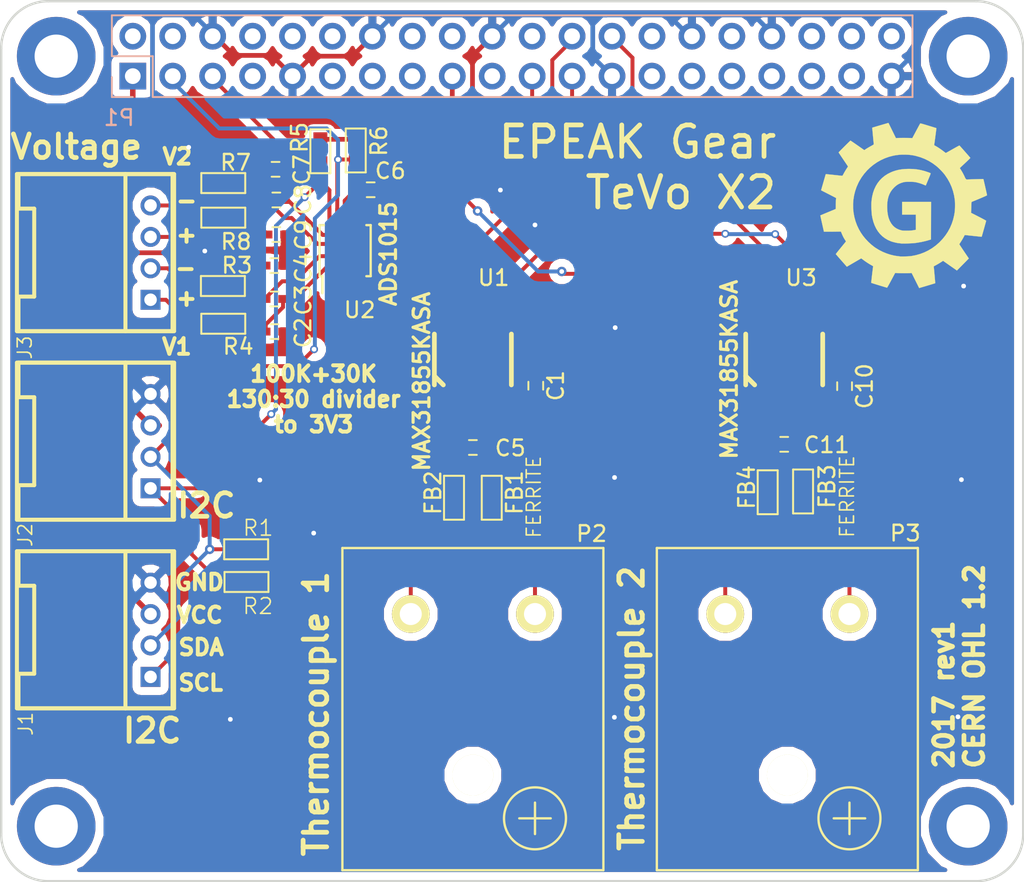
<source format=kicad_pcb>
(kicad_pcb (version 4) (host pcbnew 4.0.6)

  (general
    (links 80)
    (no_connects 1)
    (area 88.299999 98.466666 176.700001 157.375)
    (thickness 1.6)
    (drawings 27)
    (tracks 369)
    (zones 0)
    (modules 37)
    (nets 47)
  )

  (page A4)
  (title_block
    (title "Overclocking Telemetry HAT for Raspberry Pi 3")
    (date 2017-04-10)
    (rev 1)
    (company Moonpunch.org)
    (comment 1 "CERN OHL 1.2")
  )

  (layers
    (0 F.Cu signal)
    (31 B.Cu signal hide)
    (32 B.Adhes user)
    (33 F.Adhes user)
    (34 B.Paste user)
    (35 F.Paste user)
    (36 B.SilkS user)
    (37 F.SilkS user)
    (38 B.Mask user)
    (39 F.Mask user)
    (40 Dwgs.User user)
    (41 Cmts.User user)
    (42 Eco1.User user)
    (43 Eco2.User user)
    (44 Edge.Cuts user)
    (45 Margin user)
    (46 B.CrtYd user)
    (47 F.CrtYd user)
    (48 B.Fab user)
    (49 F.Fab user hide)
  )

  (setup
    (last_trace_width 0.25)
    (trace_clearance 0.2)
    (zone_clearance 0.508)
    (zone_45_only yes)
    (trace_min 0.2)
    (segment_width 0.2)
    (edge_width 0.15)
    (via_size 0.5)
    (via_drill 0.3)
    (via_min_size 0.4)
    (via_min_drill 0.3)
    (uvia_size 0.3)
    (uvia_drill 0.1)
    (uvias_allowed no)
    (uvia_min_size 0.2)
    (uvia_min_drill 0.1)
    (pcb_text_width 0.3)
    (pcb_text_size 1.5 1.5)
    (mod_edge_width 0.15)
    (mod_text_size 1 1)
    (mod_text_width 0.15)
    (pad_size 5 5)
    (pad_drill 2.75)
    (pad_to_mask_clearance 0.2)
    (aux_axis_origin 0 0)
    (visible_elements FFFEFF7F)
    (pcbplotparams
      (layerselection 0x010f0_80000001)
      (usegerberextensions true)
      (excludeedgelayer true)
      (linewidth 0.100000)
      (plotframeref false)
      (viasonmask false)
      (mode 1)
      (useauxorigin false)
      (hpglpennumber 1)
      (hpglpenspeed 20)
      (hpglpendiameter 15)
      (hpglpenoverlay 2)
      (psnegative false)
      (psa4output false)
      (plotreference true)
      (plotvalue true)
      (plotinvisibletext false)
      (padsonsilk false)
      (subtractmaskfromsilk false)
      (outputformat 1)
      (mirror false)
      (drillshape 0)
      (scaleselection 1)
      (outputdirectory gerbers/))
  )

  (net 0 "")
  (net 1 +3V3)
  (net 2 GND)
  (net 3 "Net-(C2-Pad2)")
  (net 4 "Net-(C3-Pad2)")
  (net 5 "Net-(C5-Pad1)")
  (net 6 "Net-(C5-Pad2)")
  (net 7 "Net-(C7-Pad2)")
  (net 8 "Net-(C8-Pad2)")
  (net 9 "Net-(C11-Pad1)")
  (net 10 "Net-(C11-Pad2)")
  (net 11 "Net-(FB1-Pad1)")
  (net 12 "Net-(FB2-Pad1)")
  (net 13 "Net-(FB3-Pad1)")
  (net 14 "Net-(FB4-Pad1)")
  (net 15 /5V)
  (net 16 /SDA1_GPIO02)
  (net 17 /SCL1_GPIO03)
  (net 18 /GPIO04)
  (net 19 /TXD0_GPIO14)
  (net 20 /RXD0_GPIO15)
  (net 21 /GPIO17)
  (net 22 /GPIO18)
  (net 23 /GPIO27)
  (net 24 /GPIO22)
  (net 25 /GPIO23)
  (net 26 /GPIO24)
  (net 27 /SPI_MOSI_GPIO10)
  (net 28 /SPI_MISO_GPIO09)
  (net 29 /GPIO25)
  (net 30 /SPI_CLK_GPIO11)
  (net 31 /SPI_CE0_GPIO08)
  (net 32 /SPI_CE1_GPIO07)
  (net 33 /ID_SD)
  (net 34 /ID_SC)
  (net 35 /GPIO05)
  (net 36 /GPIO06)
  (net 37 /GPIO12)
  (net 38 /GPIO13)
  (net 39 /GPIO19)
  (net 40 /GPIO16)
  (net 41 /GPIO26)
  (net 42 /GPIO20)
  (net 43 /GPIO21)
  (net 44 "Net-(J3-Pad1)")
  (net 45 "Net-(J3-Pad3)")
  (net 46 "Net-(P1-Pad4)")

  (net_class Default "This is the default net class."
    (clearance 0.2)
    (trace_width 0.25)
    (via_dia 0.5)
    (via_drill 0.3)
    (uvia_dia 0.3)
    (uvia_drill 0.1)
    (add_net /5V)
    (add_net /GPIO04)
    (add_net /GPIO05)
    (add_net /GPIO06)
    (add_net /GPIO12)
    (add_net /GPIO13)
    (add_net /GPIO16)
    (add_net /GPIO17)
    (add_net /GPIO18)
    (add_net /GPIO19)
    (add_net /GPIO20)
    (add_net /GPIO21)
    (add_net /GPIO22)
    (add_net /GPIO23)
    (add_net /GPIO24)
    (add_net /GPIO25)
    (add_net /GPIO26)
    (add_net /GPIO27)
    (add_net /ID_SC)
    (add_net /ID_SD)
    (add_net /RXD0_GPIO15)
    (add_net /SCL1_GPIO03)
    (add_net /SDA1_GPIO02)
    (add_net /SPI_CE0_GPIO08)
    (add_net /SPI_CE1_GPIO07)
    (add_net /SPI_CLK_GPIO11)
    (add_net /SPI_MISO_GPIO09)
    (add_net /SPI_MOSI_GPIO10)
    (add_net /TXD0_GPIO14)
    (add_net "Net-(C11-Pad1)")
    (add_net "Net-(C11-Pad2)")
    (add_net "Net-(C2-Pad2)")
    (add_net "Net-(C3-Pad2)")
    (add_net "Net-(C5-Pad1)")
    (add_net "Net-(C5-Pad2)")
    (add_net "Net-(C7-Pad2)")
    (add_net "Net-(C8-Pad2)")
    (add_net "Net-(FB1-Pad1)")
    (add_net "Net-(FB2-Pad1)")
    (add_net "Net-(FB3-Pad1)")
    (add_net "Net-(FB4-Pad1)")
    (add_net "Net-(J3-Pad1)")
    (add_net "Net-(J3-Pad3)")
    (add_net "Net-(P1-Pad4)")
  )

  (net_class Power ""
    (clearance 0.2)
    (trace_width 0.3)
    (via_dia 0.5)
    (via_drill 0.3)
    (uvia_dia 0.3)
    (uvia_drill 0.1)
    (add_net +3V3)
    (add_net GND)
  )

  (module SeeedOPL-Inductor-2016:L0603 (layer F.Cu) (tedit 58EBF2BD) (tstamp 58E5BBC4)
    (at 131.2 131.6 90)
    (path /584D6990)
    (attr smd)
    (fp_text reference FB1 (at 0.325 1.45 90) (layer F.SilkS)
      (effects (font (size 1 1) (thickness 0.15)))
    )
    (fp_text value FERRITE (at 0.05 2.675 90) (layer F.SilkS)
      (effects (font (size 0.889 0.889) (thickness 0.1016)))
    )
    (fp_line (start -1.397 -0.635) (end 1.397 -0.635) (layer F.SilkS) (width 0.127))
    (fp_line (start 1.397 -0.635) (end 1.397 0.635) (layer F.SilkS) (width 0.127))
    (fp_line (start 1.397 0.635) (end -1.397 0.635) (layer F.SilkS) (width 0.127))
    (fp_line (start -1.397 0.635) (end -1.397 -0.635) (layer F.SilkS) (width 0.127))
    (pad 1 smd rect (at -0.762 0 90) (size 0.889 0.889) (layers F.Cu F.Paste F.Mask)
      (net 11 "Net-(FB1-Pad1)"))
    (pad 2 smd rect (at 0.762 0 90) (size 0.889 0.889) (layers F.Cu F.Paste F.Mask)
      (net 5 "Net-(C5-Pad1)"))
  )

  (module Pin_Headers:Pin_Header_Straight_1x01_Pitch2.54mm (layer F.Cu) (tedit 58E6DE77) (tstamp 586AE3C6)
    (at 103.5 152.5)
    (descr Drilled_hole)
    (fp_text reference REF** (at 0 -2.39) (layer F.SilkS) hide
      (effects (font (size 1 1) (thickness 0.15)))
    )
    (fp_text value Pin_Header_Straight_1x01_Pitch2.54mm (at 0 2.39) (layer F.Fab) hide
      (effects (font (size 1 1) (thickness 0.15)))
    )
    (pad "" thru_hole circle (at 0 0) (size 5 5) (drill 2.75) (layers *.Cu *.Mask))
  )

  (module Pin_Headers:Pin_Header_Straight_1x01_Pitch2.54mm (layer F.Cu) (tedit 58E6DFE0) (tstamp 586AE3C0)
    (at 161.5 152.5)
    (descr Drilled_hole)
    (fp_text reference REF** (at 0 -2.39) (layer F.SilkS) hide
      (effects (font (size 1 1) (thickness 0.15)))
    )
    (fp_text value Pin_Header_Straight_1x01_Pitch2.54mm (at 0 2.39) (layer F.Fab) hide
      (effects (font (size 1 1) (thickness 0.15)))
    )
    (pad "" thru_hole circle (at 0 0) (size 5 5) (drill 2.75) (layers *.Cu *.Mask))
  )

  (module Pin_Headers:Pin_Header_Straight_1x01_Pitch2.54mm (layer F.Cu) (tedit 58E6DE88) (tstamp 586AE3B9)
    (at 161.5 103.5)
    (descr Drilled_hole)
    (fp_text reference REF** (at 0 -2.39) (layer F.SilkS) hide
      (effects (font (size 1 1) (thickness 0.15)))
    )
    (fp_text value Pin_Header_Straight_1x01_Pitch2.54mm (at 0 2.39) (layer F.Fab) hide
      (effects (font (size 1 1) (thickness 0.15)))
    )
    (pad "" thru_hole circle (at 0 0) (size 5 5) (drill 2.75) (layers *.Cu *.Mask))
  )

  (module Pin_Headers:Pin_Header_Straight_1x01_Pitch2.54mm (layer F.Cu) (tedit 58E6DE8C) (tstamp 586AE33F)
    (at 103.5 103.5)
    (descr Drilled_hole)
    (fp_text reference REF** (at 0 -2.39) (layer F.SilkS) hide
      (effects (font (size 1 1) (thickness 0.15)))
    )
    (fp_text value Pin_Header_Straight_1x01_Pitch2.54mm (at 0 2.39) (layer F.Fab) hide
      (effects (font (size 1 1) (thickness 0.15)))
    )
    (pad "" thru_hole circle (at 0 0) (size 5 5) (drill 2.75) (layers *.Cu *.Mask))
  )

  (module hat-parts:epeak_logo (layer F.Cu) (tedit 0) (tstamp 586ADA45)
    (at 157.4 113)
    (fp_text reference G*** (at 0 0) (layer F.SilkS) hide
      (effects (font (thickness 0.3)))
    )
    (fp_text value LOGO (at 0.75 0) (layer F.SilkS) hide
      (effects (font (thickness 0.3)))
    )
    (fp_poly (pts (xy -0.96355 -5.242054) (xy -0.947686 -5.210103) (xy -0.922988 -5.160059) (xy -0.890618 -5.094287)
      (xy -0.851738 -5.015149) (xy -0.807511 -4.925008) (xy -0.759099 -4.826228) (xy -0.730976 -4.768798)
      (xy -0.49474 -4.28625) (xy -0.415645 -4.2926) (xy -0.380832 -4.294366) (xy -0.325175 -4.295943)
      (xy -0.253228 -4.29726) (xy -0.169546 -4.298244) (xy -0.078685 -4.298824) (xy -0.0127 -4.29895)
      (xy 0.083412 -4.298692) (xy 0.178254 -4.297966) (xy 0.266608 -4.296849) (xy 0.343256 -4.295414)
      (xy 0.40298 -4.293737) (xy 0.429371 -4.2926) (xy 0.547592 -4.28625) (xy 0.793147 -4.747817)
      (xy 0.846441 -4.847734) (xy 0.896353 -4.940814) (xy 0.94156 -5.024626) (xy 0.980742 -5.096743)
      (xy 1.012574 -5.154736) (xy 1.035737 -5.196176) (xy 1.048907 -5.218634) (xy 1.051164 -5.221845)
      (xy 1.066873 -5.221562) (xy 1.106233 -5.213308) (xy 1.16882 -5.197203) (xy 1.254207 -5.173362)
      (xy 1.361967 -5.141903) (xy 1.491675 -5.102943) (xy 1.570038 -5.079028) (xy 1.678387 -5.045789)
      (xy 1.778913 -5.014917) (xy 1.869081 -4.987192) (xy 1.946359 -4.963396) (xy 2.008215 -4.944309)
      (xy 2.052115 -4.930709) (xy 2.075526 -4.923379) (xy 2.078757 -4.922309) (xy 2.078151 -4.909599)
      (xy 2.074513 -4.874887) (xy 2.068258 -4.821337) (xy 2.059801 -4.75211) (xy 2.049558 -4.67037)
      (xy 2.037944 -4.579281) (xy 2.025374 -4.482005) (xy 2.012264 -4.381704) (xy 1.99903 -4.281543)
      (xy 1.986086 -4.184684) (xy 1.973847 -4.09429) (xy 1.96273 -4.013524) (xy 1.953148 -3.94555)
      (xy 1.945519 -3.893529) (xy 1.940257 -3.860626) (xy 1.937962 -3.850063) (xy 1.943074 -3.836573)
      (xy 1.967041 -3.818107) (xy 1.983926 -3.808694) (xy 2.078431 -3.756718) (xy 2.186568 -3.690497)
      (xy 2.30352 -3.613242) (xy 2.424468 -3.528166) (xy 2.544593 -3.43848) (xy 2.576649 -3.413587)
      (xy 2.618176 -3.381667) (xy 2.652076 -3.356756) (xy 2.673534 -3.342335) (xy 2.678249 -3.340135)
      (xy 2.690661 -3.346213) (xy 2.722691 -3.363523) (xy 2.771897 -3.390702) (xy 2.835838 -3.426386)
      (xy 2.912075 -3.469213) (xy 2.998167 -3.51782) (xy 3.091673 -3.570843) (xy 3.109906 -3.581207)
      (xy 3.204584 -3.634735) (xy 3.292438 -3.683799) (xy 3.371012 -3.727076) (xy 3.437853 -3.76324)
      (xy 3.490507 -3.790965) (xy 3.526517 -3.808927) (xy 3.543431 -3.8158) (xy 3.544282 -3.815743)
      (xy 3.555881 -3.804352) (xy 3.581897 -3.776359) (xy 3.62014 -3.734249) (xy 3.668421 -3.680506)
      (xy 3.724549 -3.617615) (xy 3.786333 -3.54806) (xy 3.851583 -3.474327) (xy 3.918108 -3.3989)
      (xy 3.983719 -3.324264) (xy 4.046225 -3.252903) (xy 4.103435 -3.187303) (xy 4.15316 -3.129947)
      (xy 4.193208 -3.083321) (xy 4.22139 -3.049909) (xy 4.235514 -3.032196) (xy 4.236692 -3.030293)
      (xy 4.229335 -3.017392) (xy 4.204789 -2.989136) (xy 4.164705 -2.947202) (xy 4.110739 -2.893267)
      (xy 4.044543 -2.829008) (xy 3.967772 -2.7561) (xy 3.947136 -2.736733) (xy 3.872754 -2.667058)
      (xy 3.802543 -2.601241) (xy 3.739136 -2.541755) (xy 3.685166 -2.491072) (xy 3.643267 -2.451665)
      (xy 3.616072 -2.426005) (xy 3.609238 -2.419512) (xy 3.567227 -2.379354) (xy 3.65522 -2.240602)
      (xy 3.719902 -2.133168) (xy 3.784229 -2.016472) (xy 3.843323 -1.899801) (xy 3.892302 -1.792437)
      (xy 3.898354 -1.778) (xy 3.920175 -1.734506) (xy 3.945415 -1.697279) (xy 3.960928 -1.681051)
      (xy 3.994604 -1.653951) (xy 4.527777 -1.669785) (xy 4.641683 -1.672983) (xy 4.747612 -1.675601)
      (xy 4.842893 -1.677601) (xy 4.924856 -1.678941) (xy 4.99083 -1.679582) (xy 5.038144 -1.679485)
      (xy 5.064128 -1.678609) (xy 5.068322 -1.677834) (xy 5.072303 -1.66453) (xy 5.081047 -1.629604)
      (xy 5.093833 -1.576239) (xy 5.109942 -1.507615) (xy 5.128653 -1.426912) (xy 5.149244 -1.337312)
      (xy 5.170997 -1.241993) (xy 5.193189 -1.144139) (xy 5.215101 -1.046928) (xy 5.236013 -0.953541)
      (xy 5.255202 -0.86716) (xy 5.27195 -0.790964) (xy 5.285535 -0.728134) (xy 5.295237 -0.681852)
      (xy 5.300336 -0.655296) (xy 5.30091 -0.651133) (xy 5.289651 -0.641791) (xy 5.255842 -0.62365)
      (xy 5.20057 -0.597206) (xy 5.124922 -0.562954) (xy 5.029986 -0.521392) (xy 4.91685 -0.473014)
      (xy 4.83235 -0.43743) (xy 4.728764 -0.394145) (xy 4.631764 -0.353813) (xy 4.544016 -0.317524)
      (xy 4.468182 -0.286374) (xy 4.406927 -0.261453) (xy 4.362915 -0.243856) (xy 4.338811 -0.234676)
      (xy 4.335766 -0.233702) (xy 4.327397 -0.230641) (xy 4.320873 -0.224295) (xy 4.315854 -0.211617)
      (xy 4.311998 -0.189561) (xy 4.308966 -0.155079) (xy 4.306416 -0.105126) (xy 4.304008 -0.036653)
      (xy 4.301402 0.053384) (xy 4.300662 0.080276) (xy 4.298017 0.168239) (xy 4.295133 0.249587)
      (xy 4.29219 0.320268) (xy 4.289365 0.376232) (xy 4.286836 0.413426) (xy 4.285466 0.42545)
      (xy 4.278692 0.46355) (xy 4.761896 0.710783) (xy 4.864113 0.763457) (xy 4.958963 0.81306)
      (xy 5.044121 0.85832) (xy 5.11726 0.897969) (xy 5.176055 0.930736) (xy 5.218179 0.955352)
      (xy 5.241306 0.970547) (xy 5.245099 0.974558) (xy 5.241767 0.98902) (xy 5.232358 1.02469)
      (xy 5.217761 1.078422) (xy 5.19886 1.14707) (xy 5.176541 1.227489) (xy 5.151691 1.316534)
      (xy 5.125196 1.411058) (xy 5.097941 1.507917) (xy 5.070813 1.603964) (xy 5.044697 1.696055)
      (xy 5.02048 1.781043) (xy 4.999047 1.855784) (xy 4.981285 1.917131) (xy 4.968079 1.96194)
      (xy 4.960315 1.987064) (xy 4.958719 1.991311) (xy 4.945951 1.990784) (xy 4.910544 1.987741)
      (xy 4.85511 1.982444) (xy 4.782256 1.975157) (xy 4.694592 1.966144) (xy 4.594728 1.955667)
      (xy 4.485272 1.94399) (xy 4.419464 1.936885) (xy 4.305678 1.924636) (xy 4.199973 1.913432)
      (xy 4.104962 1.903536) (xy 4.023257 1.895212) (xy 3.957471 1.888725) (xy 3.910217 1.884339)
      (xy 3.884109 1.882317) (xy 3.879689 1.882323) (xy 3.87284 1.894637) (xy 3.85786 1.92355)
      (xy 3.837929 1.962922) (xy 3.837 1.964773) (xy 3.795435 2.043362) (xy 3.743904 2.134158)
      (xy 3.687345 2.228801) (xy 3.630697 2.318932) (xy 3.60261 2.361588) (xy 3.574351 2.405124)
      (xy 3.552627 2.441354) (xy 3.540689 2.464729) (xy 3.539374 2.469538) (xy 3.546344 2.482576)
      (xy 3.566134 2.514359) (xy 3.597266 2.56264) (xy 3.638261 2.62517) (xy 3.687641 2.699702)
      (xy 3.743927 2.783987) (xy 3.805641 2.875777) (xy 3.840143 2.926847) (xy 4.140605 3.370844)
      (xy 4.048327 3.466495) (xy 4.015831 3.499926) (xy 3.968574 3.548193) (xy 3.909691 3.608112)
      (xy 3.84232 3.676496) (xy 3.769597 3.750159) (xy 3.694657 3.825915) (xy 3.6703 3.850504)
      (xy 3.38455 4.138862) (xy 3.048 3.903771) (xy 2.960518 3.842614) (xy 2.874686 3.782523)
      (xy 2.794074 3.726003) (xy 2.722251 3.675559) (xy 2.662786 3.633696) (xy 2.619249 3.602921)
      (xy 2.607777 3.594765) (xy 2.504105 3.520849) (xy 2.429977 3.570857) (xy 2.364988 3.613189)
      (xy 2.287186 3.661527) (xy 2.203552 3.711737) (xy 2.121065 3.759685) (xy 2.046707 3.801237)
      (xy 1.994451 3.828772) (xy 1.949004 3.852698) (xy 1.92263 3.870148) (xy 1.911124 3.884811)
      (xy 1.910284 3.900379) (xy 1.910666 3.902324) (xy 1.913847 3.924352) (xy 1.918714 3.9672)
      (xy 1.92498 4.027633) (xy 1.932354 4.102413) (xy 1.940549 4.188305) (xy 1.949275 4.28207)
      (xy 1.958244 4.380473) (xy 1.967167 4.480277) (xy 1.975756 4.578244) (xy 1.983722 4.671137)
      (xy 1.990775 4.755721) (xy 1.996628 4.828758) (xy 2.000991 4.887012) (xy 2.003577 4.927245)
      (xy 2.004095 4.946221) (xy 2.003875 4.947257) (xy 1.990918 4.951954) (xy 1.956311 4.963039)
      (xy 1.902759 4.979698) (xy 1.832967 5.001111) (xy 1.749641 5.026464) (xy 1.655487 5.054939)
      (xy 1.55321 5.085719) (xy 1.445516 5.117988) (xy 1.33511 5.150928) (xy 1.224699 5.183723)
      (xy 1.116987 5.215556) (xy 1.046925 5.23616) (xy 0.982601 5.255034) (xy 0.742567 4.774434)
      (xy 0.502534 4.293835) (xy 0.444942 4.302742) (xy 0.412414 4.30562) (xy 0.358627 4.307911)
      (xy 0.287715 4.309623) (xy 0.203812 4.31076) (xy 0.111051 4.311331) (xy 0.013567 4.311343)
      (xy -0.084505 4.310801) (xy -0.179034 4.309713) (xy -0.265884 4.308085) (xy -0.340921 4.305925)
      (xy -0.400011 4.303238) (xy -0.426733 4.301319) (xy -0.542316 4.290989) (xy -0.793151 4.761694)
      (xy -0.846991 4.862093) (xy -0.897555 4.955161) (xy -0.943532 5.038575) (xy -0.98361 5.110011)
      (xy -1.016478 5.167145) (xy -1.040826 5.207654) (xy -1.055342 5.229213) (xy -1.058568 5.232163)
      (xy -1.0743 5.228495) (xy -1.11091 5.218267) (xy -1.16527 5.202439) (xy -1.234249 5.181971)
      (xy -1.314717 5.157822) (xy -1.403543 5.130951) (xy -1.497598 5.102318) (xy -1.593752 5.072882)
      (xy -1.688874 5.043603) (xy -1.779834 5.015439) (xy -1.863503 4.98935) (xy -1.936749 4.966296)
      (xy -1.996444 4.947236) (xy -2.039456 4.93313) (xy -2.062657 4.924936) (xy -2.065788 4.923446)
      (xy -2.065656 4.910014) (xy -2.062774 4.874622) (xy -2.057516 4.820518) (xy -2.050258 4.750947)
      (xy -2.041376 4.669157) (xy -2.031246 4.578395) (xy -2.020242 4.481907) (xy -2.00874 4.382941)
      (xy -1.997117 4.284744) (xy -1.985748 4.190562) (xy -1.975007 4.103642) (xy -1.965272 4.027231)
      (xy -1.956917 3.964576) (xy -1.950318 3.918925) (xy -1.947812 3.903588) (xy -1.945589 3.884074)
      (xy -1.949696 3.868997) (xy -1.964153 3.854269) (xy -1.992978 3.835799) (xy -2.040192 3.809498)
      (xy -2.040396 3.809387) (xy -2.173679 3.732385) (xy -2.314766 3.643549) (xy -2.453786 3.549285)
      (xy -2.557919 3.473489) (xy -2.70177 3.3649) (xy -3.11936 3.607652) (xy -3.214666 3.663086)
      (xy -3.304402 3.715341) (xy -3.385876 3.762844) (xy -3.456396 3.804023) (xy -3.513268 3.837304)
      (xy -3.553801 3.861117) (xy -3.575302 3.873889) (xy -3.576204 3.874439) (xy -3.615458 3.898473)
      (xy -3.965634 3.501811) (xy -4.040741 3.416554) (xy -4.110469 3.337057) (xy -4.173048 3.265364)
      (xy -4.226709 3.203517) (xy -4.269682 3.15356) (xy -4.300198 3.117535) (xy -4.316488 3.097484)
      (xy -4.318737 3.094125) (xy -4.311592 3.08222) (xy -4.289968 3.052854) (xy -4.255552 3.008161)
      (xy -4.210025 2.950276) (xy -4.155071 2.881334) (xy -4.092375 2.803468) (xy -4.02362 2.718813)
      (xy -3.995987 2.684981) (xy -3.670308 2.286861) (xy -3.738591 2.181655) (xy -3.782724 2.111654)
      (xy -3.820397 2.046641) (xy -3.855238 1.97959) (xy -3.890873 1.903472) (xy -3.930931 1.811259)
      (xy -3.936077 1.799089) (xy -3.99415 1.661428) (xy -4.26085 1.665598) (xy -4.364118 1.666981)
      (xy -4.482322 1.668187) (xy -4.605 1.669132) (xy -4.721689 1.669733) (xy -4.8006 1.669909)
      (xy -5.07365 1.67005) (xy -5.189485 1.1557) (xy -5.214243 1.045238) (xy -5.237018 0.942595)
      (xy -5.257247 0.850387) (xy -5.274367 0.77123) (xy -5.287813 0.707743) (xy -5.297024 0.66254)
      (xy -5.301434 0.638239) (xy -5.301682 0.634771) (xy -5.289549 0.628654) (xy -5.256397 0.6139)
      (xy -5.204686 0.591554) (xy -5.136879 0.562665) (xy -5.055436 0.528277) (xy -4.962821 0.489436)
      (xy -4.861494 0.44719) (xy -4.809762 0.425709) (xy -4.321481 0.223226) (xy -4.319537 -0.024912)
      (xy -4.318595 -0.094299) (xy -3.218836 -0.094299) (xy -3.215776 0.182102) (xy -3.189452 0.457116)
      (xy -3.139948 0.729074) (xy -3.067344 0.996308) (xy -2.971724 1.25715) (xy -2.853169 1.509931)
      (xy -2.726008 1.730625) (xy -2.588022 1.929972) (xy -2.429686 2.12471) (xy -2.255496 2.310214)
      (xy -2.069947 2.48186) (xy -1.877537 2.635022) (xy -1.781068 2.702622) (xy -1.562019 2.836108)
      (xy -1.329679 2.953368) (xy -1.088387 3.052784) (xy -0.84248 3.132739) (xy -0.596296 3.191613)
      (xy -0.381 3.22491) (xy -0.323595 3.23149) (xy -0.27167 3.237634) (xy -0.23325 3.242385)
      (xy -0.22225 3.243849) (xy -0.186059 3.246442) (xy -0.129381 3.247508) (xy -0.057072 3.247207)
      (xy 0.02601 3.245702) (xy 0.115009 3.243152) (xy 0.205067 3.239718) (xy 0.291328 3.235561)
      (xy 0.368935 3.230842) (xy 0.433031 3.225721) (xy 0.47625 3.22074) (xy 0.763711 3.165755)
      (xy 1.040866 3.087789) (xy 1.307094 2.987144) (xy 1.561773 2.864125) (xy 1.804284 2.719036)
      (xy 2.034003 2.552178) (xy 2.250311 2.363857) (xy 2.271798 2.343259) (xy 2.473428 2.131292)
      (xy 2.652867 1.907006) (xy 2.809956 1.670716) (xy 2.944537 1.422737) (xy 3.056454 1.163384)
      (xy 3.145548 0.892972) (xy 3.211662 0.611818) (xy 3.246122 0.3937) (xy 3.253738 0.314072)
      (xy 3.25931 0.216274) (xy 3.262784 0.107078) (xy 3.264109 -0.006745) (xy 3.263234 -0.118423)
      (xy 3.260107 -0.221187) (xy 3.254675 -0.308263) (xy 3.25171 -0.338393) (xy 3.206766 -0.627739)
      (xy 3.1386 -0.906822) (xy 3.047102 -1.175914) (xy 2.93216 -1.435286) (xy 2.793665 -1.685211)
      (xy 2.631507 -1.925959) (xy 2.580192 -1.9939) (xy 2.517236 -2.070394) (xy 2.439741 -2.157005)
      (xy 2.353164 -2.248189) (xy 2.262961 -2.338399) (xy 2.174587 -2.422089) (xy 2.0935 -2.493713)
      (xy 2.066817 -2.515739) (xy 1.833634 -2.688028) (xy 1.590026 -2.83716) (xy 1.335887 -2.963187)
      (xy 1.07111 -3.066162) (xy 0.79559 -3.146136) (xy 0.78105 -3.149647) (xy 0.651047 -3.178565)
      (xy 0.530064 -3.200381) (xy 0.409951 -3.21612) (xy 0.282555 -3.226811) (xy 0.139727 -3.233479)
      (xy 0.10795 -3.234438) (xy -0.09894 -3.235018) (xy -0.292317 -3.224123) (xy -0.481731 -3.200929)
      (xy -0.661736 -3.167797) (xy -0.931308 -3.098165) (xy -1.192823 -3.005127) (xy -1.444851 -2.889796)
      (xy -1.685962 -2.753286) (xy -1.914724 -2.596711) (xy -2.129708 -2.421184) (xy -2.329482 -2.22782)
      (xy -2.512618 -2.017732) (xy -2.677684 -1.792034) (xy -2.823249 -1.55184) (xy -2.882307 -1.438725)
      (xy -2.996798 -1.180411) (xy -3.087614 -0.915143) (xy -3.154837 -0.64459) (xy -3.198551 -0.370419)
      (xy -3.218836 -0.094299) (xy -4.318595 -0.094299) (xy -4.318383 -0.109846) (xy -4.316369 -0.193515)
      (xy -4.313709 -0.269735) (xy -4.310614 -0.332324) (xy -4.307622 -0.371988) (xy -4.29765 -0.470926)
      (xy -4.3618 -0.506917) (xy -4.387938 -0.521005) (xy -4.433671 -0.545022) (xy -4.495951 -0.577393)
      (xy -4.571726 -0.616541) (xy -4.65795 -0.660893) (xy -4.751571 -0.70887) (xy -4.840377 -0.754227)
      (xy -5.254804 -0.965545) (xy -5.108083 -1.476548) (xy -5.076644 -1.585832) (xy -5.047314 -1.687369)
      (xy -5.020844 -1.778596) (xy -4.997981 -1.85695) (xy -4.979475 -1.919871) (xy -4.966075 -1.964796)
      (xy -4.958529 -1.989162) (xy -4.957178 -1.992845) (xy -4.944064 -1.992691) (xy -4.908405 -1.990023)
      (xy -4.852901 -1.985099) (xy -4.780257 -1.97818) (xy -4.693173 -1.969524) (xy -4.594354 -1.959393)
      (xy -4.486499 -1.948044) (xy -4.448172 -1.943946) (xy -4.336911 -1.932018) (xy -4.232971 -1.920904)
      (xy -4.139194 -1.910906) (xy -4.058423 -1.902326) (xy -3.993501 -1.895466) (xy -3.947272 -1.890627)
      (xy -3.922577 -1.888112) (xy -3.919748 -1.887852) (xy -3.894367 -1.895352) (xy -3.885157 -1.905)
      (xy -3.875003 -1.923267) (xy -3.855613 -1.958687) (xy -3.829821 -2.006067) (xy -3.801983 -2.0574)
      (xy -3.764869 -2.123492) (xy -3.719662 -2.200307) (xy -3.672519 -2.277544) (xy -3.63592 -2.335226)
      (xy -3.542043 -2.479701) (xy -3.576342 -2.532076) (xy -3.591277 -2.554514) (xy -3.618627 -2.59523)
      (xy -3.656543 -2.651485) (xy -3.703174 -2.720541) (xy -3.756671 -2.799658) (xy -3.815186 -2.886098)
      (xy -3.875421 -2.974986) (xy -3.935373 -3.063662) (xy -3.990573 -3.145789) (xy -4.039444 -3.218987)
      (xy -4.080413 -3.280878) (xy -4.111906 -3.329081) (xy -4.132349 -3.361219) (xy -4.140167 -3.374913)
      (xy -4.1402 -3.375116) (xy -4.131514 -3.386166) (xy -4.106985 -3.412703) (xy -4.068911 -3.452434)
      (xy -4.019589 -3.503067) (xy -3.961317 -3.562308) (xy -3.896391 -3.627865) (xy -3.827109 -3.697444)
      (xy -3.755769 -3.768754) (xy -3.684666 -3.839502) (xy -3.6161 -3.907393) (xy -3.552365 -3.970137)
      (xy -3.495761 -4.025439) (xy -3.448584 -4.071007) (xy -3.413131 -4.104549) (xy -3.3917 -4.123771)
      (xy -3.386375 -4.1275) (xy -3.373937 -4.121328) (xy -3.344093 -4.102607) (xy -3.296394 -4.07103)
      (xy -3.230391 -4.02629) (xy -3.145635 -3.968081) (xy -3.041679 -3.896097) (xy -2.918074 -3.810029)
      (xy -2.774372 -3.709572) (xy -2.734321 -3.68152) (xy -2.503191 -3.51958) (xy -2.470964 -3.54493)
      (xy -2.437924 -3.568382) (xy -2.387327 -3.601161) (xy -2.323908 -3.640421) (xy -2.252404 -3.683318)
      (xy -2.177552 -3.727007) (xy -2.104088 -3.768645) (xy -2.041193 -3.803018) (xy -1.988713 -3.832198)
      (xy -1.945652 -3.85834) (xy -1.916367 -3.878642) (xy -1.905215 -3.890301) (xy -1.905207 -3.890498)
      (xy -1.906423 -3.905959) (xy -1.909812 -3.943965) (xy -1.915117 -4.001779) (xy -1.922084 -4.076662)
      (xy -1.930456 -4.165875) (xy -1.939979 -4.266682) (xy -1.950398 -4.376343) (xy -1.955113 -4.425786)
      (xy -1.965724 -4.5379) (xy -1.975385 -4.641903) (xy -1.983864 -4.735135) (xy -1.990925 -4.814931)
      (xy -1.996337 -4.878631) (xy -1.999864 -4.923573) (xy -2.001273 -4.947094) (xy -2.001153 -4.949981)
      (xy -1.988567 -4.954314) (xy -1.954756 -4.964808) (xy -1.902787 -4.980559) (xy -1.835726 -5.000667)
      (xy -1.756636 -5.024228) (xy -1.668585 -5.050342) (xy -1.574637 -5.078106) (xy -1.477859 -5.106618)
      (xy -1.381314 -5.134976) (xy -1.28807 -5.162279) (xy -1.201191 -5.187624) (xy -1.123743 -5.210109)
      (xy -1.058792 -5.228833) (xy -1.009403 -5.242893) (xy -0.978641 -5.251388) (xy -0.969418 -5.253551)
      (xy -0.96355 -5.242054)) (layer F.SilkS) (width 0.01))
    (fp_poly (pts (xy 0.608237 -2.31942) (xy 0.854769 -2.29447) (xy 1.095399 -2.251206) (xy 1.336681 -2.188471)
      (xy 1.564273 -2.112781) (xy 1.617884 -2.092502) (xy 1.663727 -2.0738) (xy 1.695698 -2.059239)
      (xy 1.706183 -2.053183) (xy 1.710408 -2.046442) (xy 1.710762 -2.033793) (xy 1.706412 -2.012877)
      (xy 1.696527 -1.981337) (xy 1.680274 -1.936814) (xy 1.656822 -1.87695) (xy 1.625339 -1.799389)
      (xy 1.584992 -1.70177) (xy 1.566565 -1.657489) (xy 1.52808 -1.565348) (xy 1.492644 -1.480922)
      (xy 1.46145 -1.407017) (xy 1.435689 -1.346439) (xy 1.416552 -1.301997) (xy 1.40523 -1.276495)
      (xy 1.40267 -1.271438) (xy 1.389638 -1.274059) (xy 1.359095 -1.285437) (xy 1.316484 -1.303458)
      (xy 1.293292 -1.313872) (xy 1.156946 -1.369634) (xy 1.005952 -1.419952) (xy 0.85098 -1.461424)
      (xy 0.785289 -1.475788) (xy 0.73247 -1.485844) (xy 0.683663 -1.493325) (xy 0.633618 -1.498591)
      (xy 0.577085 -1.502002) (xy 0.508814 -1.503918) (xy 0.423554 -1.504696) (xy 0.36195 -1.504767)
      (xy 0.266864 -1.504452) (xy 0.192628 -1.503424) (xy 0.134693 -1.501348) (xy 0.088511 -1.497892)
      (xy 0.049536 -1.49272) (xy 0.013218 -1.4855) (xy -0.022681 -1.476513) (xy -0.166464 -1.432053)
      (xy -0.291821 -1.378997) (xy -0.405248 -1.31366) (xy -0.513237 -1.232359) (xy -0.610635 -1.143)
      (xy -0.727954 -1.013613) (xy -0.826185 -0.875208) (xy -0.905899 -0.726095) (xy -0.967667 -0.564579)
      (xy -1.012059 -0.388967) (xy -1.039649 -0.197568) (xy -1.051006 0.011313) (xy -1.049911 0.15875)
      (xy -1.039862 0.348303) (xy -1.020884 0.517603) (xy -0.992194 0.670455) (xy -0.953006 0.810665)
      (xy -0.902536 0.94204) (xy -0.877078 0.99695) (xy -0.792796 1.145467) (xy -0.694901 1.272712)
      (xy -0.582645 1.379314) (xy -0.455278 1.4659) (xy -0.312053 1.5331) (xy -0.193343 1.571272)
      (xy -0.14679 1.583103) (xy -0.105359 1.591759) (xy -0.063569 1.597747) (xy -0.015941 1.601574)
      (xy 0.043005 1.603748) (xy 0.11875 1.604775) (xy 0.17145 1.605042) (xy 0.31725 1.603365)
      (xy 0.44517 1.596861) (xy 0.562372 1.584939) (xy 0.67602 1.567011) (xy 0.708025 1.560865)
      (xy 0.7747 1.547599) (xy 0.7747 0.5842) (xy -0.1016 0.5842) (xy -0.1016 -0.2286)
      (xy 1.740029 -0.2286) (xy 1.736789 0.967906) (xy 1.73355 2.164412) (xy 1.61925 2.20005)
      (xy 1.377748 2.267501) (xy 1.118271 2.325279) (xy 0.846801 2.372143) (xy 0.67945 2.394653)
      (xy 0.627026 2.399664) (xy 0.557011 2.40447) (xy 0.473686 2.408948) (xy 0.381334 2.412977)
      (xy 0.28424 2.416438) (xy 0.186685 2.419207) (xy 0.092953 2.421165) (xy 0.007327 2.42219)
      (xy -0.06591 2.422161) (xy -0.122475 2.420957) (xy -0.158085 2.418456) (xy -0.15875 2.418365)
      (xy -0.188179 2.414543) (xy -0.234827 2.408828) (xy -0.290677 2.402193) (xy -0.3175 2.399072)
      (xy -0.413151 2.38457) (xy -0.521773 2.362497) (xy -0.633502 2.335236) (xy -0.738476 2.305171)
      (xy -0.817811 2.278144) (xy -1.014589 2.191027) (xy -1.195027 2.084541) (xy -1.358981 1.958883)
      (xy -1.506312 1.814247) (xy -1.636877 1.65083) (xy -1.750535 1.468826) (xy -1.847144 1.268431)
      (xy -1.926564 1.049841) (xy -1.988651 0.81325) (xy -2.025982 0.6096) (xy -2.034992 0.533694)
      (xy -2.042561 0.438048) (xy -2.048567 0.328288) (xy -2.052892 0.21004) (xy -2.055415 0.088928)
      (xy -2.056017 -0.029422) (xy -2.054578 -0.139383) (xy -2.050978 -0.235331) (xy -2.045508 -0.307808)
      (xy -2.008245 -0.560851) (xy -1.951186 -0.798649) (xy -1.874577 -1.020863) (xy -1.778666 -1.227157)
      (xy -1.663702 -1.417191) (xy -1.529931 -1.590629) (xy -1.377601 -1.747133) (xy -1.20696 -1.886364)
      (xy -1.018255 -2.007985) (xy -0.811735 -2.111658) (xy -0.6858 -2.162718) (xy -0.512139 -2.220419)
      (xy -0.334065 -2.264957) (xy -0.147233 -2.297021) (xy 0.052699 -2.317302) (xy 0.270078 -2.326491)
      (xy 0.34925 -2.327212) (xy 0.608237 -2.31942)) (layer F.SilkS) (width 0.01))
  )

  (module SeeedOPL-Connector-2016:HW4-2.0-90D (layer F.Cu) (tedit 58E6E28C) (tstamp 58E5B61C)
    (at 109.5 140 90)
    (path /58E64457)
    (attr virtual)
    (fp_text reference J1 (at -5.99 -7.94 90) (layer F.SilkS)
      (effects (font (size 0.889 0.889) (thickness 0.1016)))
    )
    (fp_text value GROVE-CONNECTOR-DIP-90D_4P-2.0_ (at 0.762 -4.2545 90) (layer F.SilkS) hide
      (effects (font (size 0.889 0.889) (thickness 0.1016)))
    )
    (fp_line (start -4.99872 -0.99822) (end -4.99872 0.99822) (layer F.SilkS) (width 0.127))
    (fp_line (start -4.99872 -8.39978) (end -4.99872 -1.59766) (layer F.SilkS) (width 0.254))
    (fp_line (start -4.99872 -1.59766) (end -4.99872 1.4986) (layer F.SilkS) (width 0.254))
    (fp_line (start 4.99872 -1.59766) (end 4.99872 1.4986) (layer F.SilkS) (width 0.254))
    (fp_line (start 4.99872 -1.59766) (end 4.99872 -8.39978) (layer F.SilkS) (width 0.254))
    (fp_line (start -4.99872 1.4986) (end 4.99872 1.4986) (layer F.SilkS) (width 0.254))
    (fp_line (start -4.99872 -8.49884) (end 4.99872 -8.49884) (layer F.SilkS) (width 0.254))
    (fp_line (start 4.99872 -8.49884) (end 4.99872 1.39954) (layer F.SilkS) (width 0.254))
    (fp_line (start 4.99872 1.39954) (end -4.99872 1.39954) (layer F.SilkS) (width 0.254))
    (fp_line (start -4.99872 1.39954) (end -4.99872 -8.49884) (layer F.SilkS) (width 0.254))
    (fp_line (start -4.99872 -1.59766) (end 4.99872 -1.59766) (layer F.SilkS) (width 0.254))
    (fp_line (start -4.99872 -8.39978) (end -2.79908 -8.39978) (layer F.SilkS) (width 0.254))
    (fp_line (start -2.79908 -8.39978) (end -2.79908 -7.39902) (layer F.SilkS) (width 0.254))
    (fp_line (start -2.79908 -7.39902) (end 2.79908 -7.39902) (layer F.SilkS) (width 0.254))
    (fp_line (start 2.79908 -7.39902) (end 2.79908 -8.39978) (layer F.SilkS) (width 0.254))
    (fp_line (start 2.79908 -8.39978) (end 4.99872 -8.39978) (layer F.SilkS) (width 0.254))
    (pad 1 thru_hole rect (at -2.99974 0 90) (size 1.27 1.27) (drill 0.79756) (layers *.Cu *.Paste *.Mask)
      (net 17 /SCL1_GPIO03))
    (pad 2 thru_hole circle (at -0.99822 0 90) (size 1.27 1.27) (drill 0.79756) (layers *.Cu *.Paste *.Mask)
      (net 16 /SDA1_GPIO02))
    (pad 3 thru_hole circle (at 0.99822 0 90) (size 1.27 1.27) (drill 0.79756) (layers *.Cu *.Paste *.Mask)
      (net 1 +3V3))
    (pad 4 thru_hole circle (at 2.99974 0 90) (size 1.27 1.27) (drill 0.79756) (layers *.Cu *.Paste *.Mask)
      (net 2 GND))
  )

  (module SeeedOPL-Connector-2016:HW4-2.0-90D (layer F.Cu) (tedit 58E6E29B) (tstamp 58E5B634)
    (at 109.5 128 90)
    (path /58E647B7)
    (attr virtual)
    (fp_text reference J2 (at -5.97 -7.97 90) (layer F.SilkS)
      (effects (font (size 0.889 0.889) (thickness 0.1016)))
    )
    (fp_text value GROVE-CONNECTOR-DIP-90D_4P-2.0_ (at 0.762 -4.2545 90) (layer F.SilkS) hide
      (effects (font (size 0.889 0.889) (thickness 0.1016)))
    )
    (fp_line (start -4.99872 -0.99822) (end -4.99872 0.99822) (layer F.SilkS) (width 0.127))
    (fp_line (start -4.99872 -8.39978) (end -4.99872 -1.59766) (layer F.SilkS) (width 0.254))
    (fp_line (start -4.99872 -1.59766) (end -4.99872 1.4986) (layer F.SilkS) (width 0.254))
    (fp_line (start 4.99872 -1.59766) (end 4.99872 1.4986) (layer F.SilkS) (width 0.254))
    (fp_line (start 4.99872 -1.59766) (end 4.99872 -8.39978) (layer F.SilkS) (width 0.254))
    (fp_line (start -4.99872 1.4986) (end 4.99872 1.4986) (layer F.SilkS) (width 0.254))
    (fp_line (start -4.99872 -8.49884) (end 4.99872 -8.49884) (layer F.SilkS) (width 0.254))
    (fp_line (start 4.99872 -8.49884) (end 4.99872 1.39954) (layer F.SilkS) (width 0.254))
    (fp_line (start 4.99872 1.39954) (end -4.99872 1.39954) (layer F.SilkS) (width 0.254))
    (fp_line (start -4.99872 1.39954) (end -4.99872 -8.49884) (layer F.SilkS) (width 0.254))
    (fp_line (start -4.99872 -1.59766) (end 4.99872 -1.59766) (layer F.SilkS) (width 0.254))
    (fp_line (start -4.99872 -8.39978) (end -2.79908 -8.39978) (layer F.SilkS) (width 0.254))
    (fp_line (start -2.79908 -8.39978) (end -2.79908 -7.39902) (layer F.SilkS) (width 0.254))
    (fp_line (start -2.79908 -7.39902) (end 2.79908 -7.39902) (layer F.SilkS) (width 0.254))
    (fp_line (start 2.79908 -7.39902) (end 2.79908 -8.39978) (layer F.SilkS) (width 0.254))
    (fp_line (start 2.79908 -8.39978) (end 4.99872 -8.39978) (layer F.SilkS) (width 0.254))
    (pad 1 thru_hole rect (at -2.99974 0 90) (size 1.27 1.27) (drill 0.79756) (layers *.Cu *.Paste *.Mask)
      (net 17 /SCL1_GPIO03))
    (pad 2 thru_hole circle (at -0.99822 0 90) (size 1.27 1.27) (drill 0.79756) (layers *.Cu *.Paste *.Mask)
      (net 16 /SDA1_GPIO02))
    (pad 3 thru_hole circle (at 0.99822 0 90) (size 1.27 1.27) (drill 0.79756) (layers *.Cu *.Paste *.Mask)
      (net 1 +3V3))
    (pad 4 thru_hole circle (at 2.99974 0 90) (size 1.27 1.27) (drill 0.79756) (layers *.Cu *.Paste *.Mask)
      (net 2 GND))
  )

  (module SeeedOPL-Connector-2016:HW4-2.0-90D (layer F.Cu) (tedit 58E6E2A0) (tstamp 58E5B64C)
    (at 109.5 116 90)
    (path /58E6260C)
    (attr virtual)
    (fp_text reference J3 (at -6.04 -8 90) (layer F.SilkS)
      (effects (font (size 0.889 0.889) (thickness 0.1016)))
    )
    (fp_text value GROVE-CONNECTOR-DIP-90D_4P-2.0_ (at 0.762 -4.2545 90) (layer F.SilkS) hide
      (effects (font (size 0.889 0.889) (thickness 0.1016)))
    )
    (fp_line (start -4.99872 -0.99822) (end -4.99872 0.99822) (layer F.SilkS) (width 0.127))
    (fp_line (start -4.99872 -8.39978) (end -4.99872 -1.59766) (layer F.SilkS) (width 0.254))
    (fp_line (start -4.99872 -1.59766) (end -4.99872 1.4986) (layer F.SilkS) (width 0.254))
    (fp_line (start 4.99872 -1.59766) (end 4.99872 1.4986) (layer F.SilkS) (width 0.254))
    (fp_line (start 4.99872 -1.59766) (end 4.99872 -8.39978) (layer F.SilkS) (width 0.254))
    (fp_line (start -4.99872 1.4986) (end 4.99872 1.4986) (layer F.SilkS) (width 0.254))
    (fp_line (start -4.99872 -8.49884) (end 4.99872 -8.49884) (layer F.SilkS) (width 0.254))
    (fp_line (start 4.99872 -8.49884) (end 4.99872 1.39954) (layer F.SilkS) (width 0.254))
    (fp_line (start 4.99872 1.39954) (end -4.99872 1.39954) (layer F.SilkS) (width 0.254))
    (fp_line (start -4.99872 1.39954) (end -4.99872 -8.49884) (layer F.SilkS) (width 0.254))
    (fp_line (start -4.99872 -1.59766) (end 4.99872 -1.59766) (layer F.SilkS) (width 0.254))
    (fp_line (start -4.99872 -8.39978) (end -2.79908 -8.39978) (layer F.SilkS) (width 0.254))
    (fp_line (start -2.79908 -8.39978) (end -2.79908 -7.39902) (layer F.SilkS) (width 0.254))
    (fp_line (start -2.79908 -7.39902) (end 2.79908 -7.39902) (layer F.SilkS) (width 0.254))
    (fp_line (start 2.79908 -7.39902) (end 2.79908 -8.39978) (layer F.SilkS) (width 0.254))
    (fp_line (start 2.79908 -8.39978) (end 4.99872 -8.39978) (layer F.SilkS) (width 0.254))
    (pad 1 thru_hole rect (at -2.99974 0 90) (size 1.27 1.27) (drill 0.79756) (layers *.Cu *.Paste *.Mask)
      (net 44 "Net-(J3-Pad1)"))
    (pad 2 thru_hole circle (at -0.99822 0 90) (size 1.27 1.27) (drill 0.79756) (layers *.Cu *.Paste *.Mask)
      (net 4 "Net-(C3-Pad2)"))
    (pad 3 thru_hole circle (at 0.99822 0 90) (size 1.27 1.27) (drill 0.79756) (layers *.Cu *.Paste *.Mask)
      (net 45 "Net-(J3-Pad3)"))
    (pad 4 thru_hole circle (at 2.99974 0 90) (size 1.27 1.27) (drill 0.79756) (layers *.Cu *.Paste *.Mask)
      (net 7 "Net-(C7-Pad2)"))
  )

  (module Socket_Strips:Socket_Strip_Straight_2x20_Pitch2.54mm locked (layer B.Cu) (tedit 58EBF5D5) (tstamp 58E5B689)
    (at 108.37 104.77 270)
    (descr "Through hole straight socket strip, 2x20, 2.54mm pitch, double rows")
    (tags "Through hole socket strip THT 2x20 2.54mm double row")
    (path /584D4555)
    (fp_text reference P1 (at 2.65 0.87 360) (layer B.SilkS)
      (effects (font (size 1 1) (thickness 0.15)) (justify mirror))
    )
    (fp_text value CONN_02X20 (at -1.27 -50.59 270) (layer B.Fab)
      (effects (font (size 1 1) (thickness 0.15)) (justify mirror))
    )
    (fp_line (start -3.81 1.27) (end -3.81 -49.53) (layer B.Fab) (width 0.1))
    (fp_line (start -3.81 -49.53) (end 1.27 -49.53) (layer B.Fab) (width 0.1))
    (fp_line (start 1.27 -49.53) (end 1.27 1.27) (layer B.Fab) (width 0.1))
    (fp_line (start 1.27 1.27) (end -3.81 1.27) (layer B.Fab) (width 0.1))
    (fp_line (start 1.33 -1.27) (end 1.33 -49.59) (layer B.SilkS) (width 0.12))
    (fp_line (start 1.33 -49.59) (end -3.87 -49.59) (layer B.SilkS) (width 0.12))
    (fp_line (start -3.87 -49.59) (end -3.87 1.33) (layer B.SilkS) (width 0.12))
    (fp_line (start -3.87 1.33) (end -1.27 1.33) (layer B.SilkS) (width 0.12))
    (fp_line (start -1.27 1.33) (end -1.27 -1.27) (layer B.SilkS) (width 0.12))
    (fp_line (start -1.27 -1.27) (end 1.33 -1.27) (layer B.SilkS) (width 0.12))
    (fp_line (start 1.33 0) (end 1.33 1.33) (layer B.SilkS) (width 0.12))
    (fp_line (start 1.33 1.33) (end 0.06 1.33) (layer B.SilkS) (width 0.12))
    (fp_line (start -4.35 1.8) (end -4.35 -50.05) (layer B.CrtYd) (width 0.05))
    (fp_line (start -4.35 -50.05) (end 1.8 -50.05) (layer B.CrtYd) (width 0.05))
    (fp_line (start 1.8 -50.05) (end 1.8 1.8) (layer B.CrtYd) (width 0.05))
    (fp_line (start 1.8 1.8) (end -4.35 1.8) (layer B.CrtYd) (width 0.05))
    (fp_text user %R (at -1.27 2.33 270) (layer B.Fab)
      (effects (font (size 1 1) (thickness 0.15)) (justify mirror))
    )
    (pad 1 thru_hole rect (at 0 0 270) (size 1.7 1.7) (drill 1) (layers *.Cu *.Mask)
      (net 1 +3V3))
    (pad 2 thru_hole oval (at -2.54 0 270) (size 1.7 1.7) (drill 1) (layers *.Cu *.Mask)
      (net 15 /5V))
    (pad 3 thru_hole oval (at 0 -2.54 270) (size 1.7 1.7) (drill 1) (layers *.Cu *.Mask)
      (net 16 /SDA1_GPIO02))
    (pad 4 thru_hole oval (at -2.54 -2.54 270) (size 1.7 1.7) (drill 1) (layers *.Cu *.Mask)
      (net 46 "Net-(P1-Pad4)"))
    (pad 5 thru_hole oval (at 0 -5.08 270) (size 1.7 1.7) (drill 1) (layers *.Cu *.Mask)
      (net 17 /SCL1_GPIO03))
    (pad 6 thru_hole oval (at -2.54 -5.08 270) (size 1.7 1.7) (drill 1) (layers *.Cu *.Mask)
      (net 2 GND))
    (pad 7 thru_hole oval (at 0 -7.62 270) (size 1.7 1.7) (drill 1) (layers *.Cu *.Mask)
      (net 18 /GPIO04))
    (pad 8 thru_hole oval (at -2.54 -7.62 270) (size 1.7 1.7) (drill 1) (layers *.Cu *.Mask)
      (net 19 /TXD0_GPIO14))
    (pad 9 thru_hole oval (at 0 -10.16 270) (size 1.7 1.7) (drill 1) (layers *.Cu *.Mask)
      (net 2 GND))
    (pad 10 thru_hole oval (at -2.54 -10.16 270) (size 1.7 1.7) (drill 1) (layers *.Cu *.Mask)
      (net 20 /RXD0_GPIO15))
    (pad 11 thru_hole oval (at 0 -12.7 270) (size 1.7 1.7) (drill 1) (layers *.Cu *.Mask)
      (net 21 /GPIO17))
    (pad 12 thru_hole oval (at -2.54 -12.7 270) (size 1.7 1.7) (drill 1) (layers *.Cu *.Mask)
      (net 22 /GPIO18))
    (pad 13 thru_hole oval (at 0 -15.24 270) (size 1.7 1.7) (drill 1) (layers *.Cu *.Mask)
      (net 23 /GPIO27))
    (pad 14 thru_hole oval (at -2.54 -15.24 270) (size 1.7 1.7) (drill 1) (layers *.Cu *.Mask)
      (net 2 GND))
    (pad 15 thru_hole oval (at 0 -17.78 270) (size 1.7 1.7) (drill 1) (layers *.Cu *.Mask)
      (net 24 /GPIO22))
    (pad 16 thru_hole oval (at -2.54 -17.78 270) (size 1.7 1.7) (drill 1) (layers *.Cu *.Mask)
      (net 25 /GPIO23))
    (pad 17 thru_hole oval (at 0 -20.32 270) (size 1.7 1.7) (drill 1) (layers *.Cu *.Mask)
      (net 1 +3V3))
    (pad 18 thru_hole oval (at -2.54 -20.32 270) (size 1.7 1.7) (drill 1) (layers *.Cu *.Mask)
      (net 26 /GPIO24))
    (pad 19 thru_hole oval (at 0 -22.86 270) (size 1.7 1.7) (drill 1) (layers *.Cu *.Mask)
      (net 27 /SPI_MOSI_GPIO10))
    (pad 20 thru_hole oval (at -2.54 -22.86 270) (size 1.7 1.7) (drill 1) (layers *.Cu *.Mask)
      (net 2 GND))
    (pad 21 thru_hole oval (at 0 -25.4 270) (size 1.7 1.7) (drill 1) (layers *.Cu *.Mask)
      (net 28 /SPI_MISO_GPIO09))
    (pad 22 thru_hole oval (at -2.54 -25.4 270) (size 1.7 1.7) (drill 1) (layers *.Cu *.Mask)
      (net 29 /GPIO25))
    (pad 23 thru_hole oval (at 0 -27.94 270) (size 1.7 1.7) (drill 1) (layers *.Cu *.Mask)
      (net 30 /SPI_CLK_GPIO11))
    (pad 24 thru_hole oval (at -2.54 -27.94 270) (size 1.7 1.7) (drill 1) (layers *.Cu *.Mask)
      (net 31 /SPI_CE0_GPIO08))
    (pad 25 thru_hole oval (at 0 -30.48 270) (size 1.7 1.7) (drill 1) (layers *.Cu *.Mask)
      (net 2 GND))
    (pad 26 thru_hole oval (at -2.54 -30.48 270) (size 1.7 1.7) (drill 1) (layers *.Cu *.Mask)
      (net 32 /SPI_CE1_GPIO07))
    (pad 27 thru_hole oval (at 0 -33.02 270) (size 1.7 1.7) (drill 1) (layers *.Cu *.Mask)
      (net 33 /ID_SD))
    (pad 28 thru_hole oval (at -2.54 -33.02 270) (size 1.7 1.7) (drill 1) (layers *.Cu *.Mask)
      (net 34 /ID_SC))
    (pad 29 thru_hole oval (at 0 -35.56 270) (size 1.7 1.7) (drill 1) (layers *.Cu *.Mask)
      (net 35 /GPIO05))
    (pad 30 thru_hole oval (at -2.54 -35.56 270) (size 1.7 1.7) (drill 1) (layers *.Cu *.Mask)
      (net 2 GND))
    (pad 31 thru_hole oval (at 0 -38.1 270) (size 1.7 1.7) (drill 1) (layers *.Cu *.Mask)
      (net 36 /GPIO06))
    (pad 32 thru_hole oval (at -2.54 -38.1 270) (size 1.7 1.7) (drill 1) (layers *.Cu *.Mask)
      (net 37 /GPIO12))
    (pad 33 thru_hole oval (at 0 -40.64 270) (size 1.7 1.7) (drill 1) (layers *.Cu *.Mask)
      (net 38 /GPIO13))
    (pad 34 thru_hole oval (at -2.54 -40.64 270) (size 1.7 1.7) (drill 1) (layers *.Cu *.Mask)
      (net 2 GND))
    (pad 35 thru_hole oval (at 0 -43.18 270) (size 1.7 1.7) (drill 1) (layers *.Cu *.Mask)
      (net 39 /GPIO19))
    (pad 36 thru_hole oval (at -2.54 -43.18 270) (size 1.7 1.7) (drill 1) (layers *.Cu *.Mask)
      (net 40 /GPIO16))
    (pad 37 thru_hole oval (at 0 -45.72 270) (size 1.7 1.7) (drill 1) (layers *.Cu *.Mask)
      (net 41 /GPIO26))
    (pad 38 thru_hole oval (at -2.54 -45.72 270) (size 1.7 1.7) (drill 1) (layers *.Cu *.Mask)
      (net 42 /GPIO20))
    (pad 39 thru_hole oval (at 0 -48.26 270) (size 1.7 1.7) (drill 1) (layers *.Cu *.Mask)
      (net 2 GND))
    (pad 40 thru_hole oval (at -2.54 -48.26 270) (size 1.7 1.7) (drill 1) (layers *.Cu *.Mask)
      (net 43 /GPIO21))
    (model ${KISYS3DMOD}/Socket_Strips.3dshapes/Socket_Strip_Straight_2x20_Pitch2.54mm.wrl
      (at (xyz -0.05 -0.95 0))
      (scale (xyz 1 1 1))
      (rotate (xyz 0 0 270))
    )
  )

  (module Capacitors_SMD:C_0402 (layer F.Cu) (tedit 58AA841A) (tstamp 58E5BB09)
    (at 134 124.47 270)
    (descr "Capacitor SMD 0402, reflow soldering, AVX (see smccp.pdf)")
    (tags "capacitor 0402")
    (path /584D4DF7)
    (attr smd)
    (fp_text reference C1 (at 0 -1.27 270) (layer F.SilkS)
      (effects (font (size 1 1) (thickness 0.15)))
    )
    (fp_text value 0.1u (at 0 1.27 270) (layer F.Fab)
      (effects (font (size 1 1) (thickness 0.15)))
    )
    (fp_text user %R (at 0 -1.27 270) (layer F.Fab)
      (effects (font (size 1 1) (thickness 0.15)))
    )
    (fp_line (start -0.5 0.25) (end -0.5 -0.25) (layer F.Fab) (width 0.1))
    (fp_line (start 0.5 0.25) (end -0.5 0.25) (layer F.Fab) (width 0.1))
    (fp_line (start 0.5 -0.25) (end 0.5 0.25) (layer F.Fab) (width 0.1))
    (fp_line (start -0.5 -0.25) (end 0.5 -0.25) (layer F.Fab) (width 0.1))
    (fp_line (start 0.25 -0.47) (end -0.25 -0.47) (layer F.SilkS) (width 0.12))
    (fp_line (start -0.25 0.47) (end 0.25 0.47) (layer F.SilkS) (width 0.12))
    (fp_line (start -1 -0.4) (end 1 -0.4) (layer F.CrtYd) (width 0.05))
    (fp_line (start -1 -0.4) (end -1 0.4) (layer F.CrtYd) (width 0.05))
    (fp_line (start 1 0.4) (end 1 -0.4) (layer F.CrtYd) (width 0.05))
    (fp_line (start 1 0.4) (end -1 0.4) (layer F.CrtYd) (width 0.05))
    (pad 1 smd rect (at -0.55 0 270) (size 0.6 0.5) (layers F.Cu F.Paste F.Mask)
      (net 1 +3V3))
    (pad 2 smd rect (at 0.55 0 270) (size 0.6 0.5) (layers F.Cu F.Paste F.Mask)
      (net 2 GND))
    (model Capacitors_SMD.3dshapes/C_0402.wrl
      (at (xyz 0 0 0))
      (scale (xyz 1 1 1))
      (rotate (xyz 0 0 0))
    )
  )

  (module Capacitors_SMD:C_0402 (layer F.Cu) (tedit 58EBF250) (tstamp 58E5BB1A)
    (at 117.375 121.025 180)
    (descr "Capacitor SMD 0402, reflow soldering, AVX (see smccp.pdf)")
    (tags "capacitor 0402")
    (path /58E5FB48)
    (attr smd)
    (fp_text reference C2 (at -1.825 -0.075 270) (layer F.SilkS)
      (effects (font (size 1 1) (thickness 0.15)))
    )
    (fp_text value 0.1u (at 0 1.27 180) (layer F.Fab)
      (effects (font (size 1 1) (thickness 0.15)))
    )
    (fp_text user %R (at 0 -1.27 180) (layer F.Fab)
      (effects (font (size 1 1) (thickness 0.15)))
    )
    (fp_line (start -0.5 0.25) (end -0.5 -0.25) (layer F.Fab) (width 0.1))
    (fp_line (start 0.5 0.25) (end -0.5 0.25) (layer F.Fab) (width 0.1))
    (fp_line (start 0.5 -0.25) (end 0.5 0.25) (layer F.Fab) (width 0.1))
    (fp_line (start -0.5 -0.25) (end 0.5 -0.25) (layer F.Fab) (width 0.1))
    (fp_line (start 0.25 -0.47) (end -0.25 -0.47) (layer F.SilkS) (width 0.12))
    (fp_line (start -0.25 0.47) (end 0.25 0.47) (layer F.SilkS) (width 0.12))
    (fp_line (start -1 -0.4) (end 1 -0.4) (layer F.CrtYd) (width 0.05))
    (fp_line (start -1 -0.4) (end -1 0.4) (layer F.CrtYd) (width 0.05))
    (fp_line (start 1 0.4) (end 1 -0.4) (layer F.CrtYd) (width 0.05))
    (fp_line (start 1 0.4) (end -1 0.4) (layer F.CrtYd) (width 0.05))
    (pad 1 smd rect (at -0.55 0 180) (size 0.6 0.5) (layers F.Cu F.Paste F.Mask)
      (net 2 GND))
    (pad 2 smd rect (at 0.55 0 180) (size 0.6 0.5) (layers F.Cu F.Paste F.Mask)
      (net 3 "Net-(C2-Pad2)"))
    (model Capacitors_SMD.3dshapes/C_0402.wrl
      (at (xyz 0 0 0))
      (scale (xyz 1 1 1))
      (rotate (xyz 0 0 0))
    )
  )

  (module Capacitors_SMD:C_0402 (layer F.Cu) (tedit 58EBF262) (tstamp 58E5BB2B)
    (at 117.375 118.95 180)
    (descr "Capacitor SMD 0402, reflow soldering, AVX (see smccp.pdf)")
    (tags "capacitor 0402")
    (path /58E62C5F)
    (attr smd)
    (fp_text reference C3 (at -1.84 -0.07 270) (layer F.SilkS)
      (effects (font (size 1 1) (thickness 0.15)))
    )
    (fp_text value 0.1u (at 0 1.27 180) (layer F.Fab)
      (effects (font (size 1 1) (thickness 0.15)))
    )
    (fp_text user %R (at 0 -1.27 180) (layer F.Fab)
      (effects (font (size 1 1) (thickness 0.15)))
    )
    (fp_line (start -0.5 0.25) (end -0.5 -0.25) (layer F.Fab) (width 0.1))
    (fp_line (start 0.5 0.25) (end -0.5 0.25) (layer F.Fab) (width 0.1))
    (fp_line (start 0.5 -0.25) (end 0.5 0.25) (layer F.Fab) (width 0.1))
    (fp_line (start -0.5 -0.25) (end 0.5 -0.25) (layer F.Fab) (width 0.1))
    (fp_line (start 0.25 -0.47) (end -0.25 -0.47) (layer F.SilkS) (width 0.12))
    (fp_line (start -0.25 0.47) (end 0.25 0.47) (layer F.SilkS) (width 0.12))
    (fp_line (start -1 -0.4) (end 1 -0.4) (layer F.CrtYd) (width 0.05))
    (fp_line (start -1 -0.4) (end -1 0.4) (layer F.CrtYd) (width 0.05))
    (fp_line (start 1 0.4) (end 1 -0.4) (layer F.CrtYd) (width 0.05))
    (fp_line (start 1 0.4) (end -1 0.4) (layer F.CrtYd) (width 0.05))
    (pad 1 smd rect (at -0.55 0 180) (size 0.6 0.5) (layers F.Cu F.Paste F.Mask)
      (net 3 "Net-(C2-Pad2)"))
    (pad 2 smd rect (at 0.55 0 180) (size 0.6 0.5) (layers F.Cu F.Paste F.Mask)
      (net 4 "Net-(C3-Pad2)"))
    (model Capacitors_SMD.3dshapes/C_0402.wrl
      (at (xyz 0 0 0))
      (scale (xyz 1 1 1))
      (rotate (xyz 0 0 0))
    )
  )

  (module Capacitors_SMD:C_0402 (layer F.Cu) (tedit 58EBF267) (tstamp 58E5BB3C)
    (at 117.375 116.825)
    (descr "Capacitor SMD 0402, reflow soldering, AVX (see smccp.pdf)")
    (tags "capacitor 0402")
    (path /58E62D00)
    (attr smd)
    (fp_text reference C4 (at 1.85 0.135 90) (layer F.SilkS)
      (effects (font (size 1 1) (thickness 0.15)))
    )
    (fp_text value 0.1u (at 0 1.27) (layer F.Fab)
      (effects (font (size 1 1) (thickness 0.15)))
    )
    (fp_text user %R (at 0 -1.27) (layer F.Fab)
      (effects (font (size 1 1) (thickness 0.15)))
    )
    (fp_line (start -0.5 0.25) (end -0.5 -0.25) (layer F.Fab) (width 0.1))
    (fp_line (start 0.5 0.25) (end -0.5 0.25) (layer F.Fab) (width 0.1))
    (fp_line (start 0.5 -0.25) (end 0.5 0.25) (layer F.Fab) (width 0.1))
    (fp_line (start -0.5 -0.25) (end 0.5 -0.25) (layer F.Fab) (width 0.1))
    (fp_line (start 0.25 -0.47) (end -0.25 -0.47) (layer F.SilkS) (width 0.12))
    (fp_line (start -0.25 0.47) (end 0.25 0.47) (layer F.SilkS) (width 0.12))
    (fp_line (start -1 -0.4) (end 1 -0.4) (layer F.CrtYd) (width 0.05))
    (fp_line (start -1 -0.4) (end -1 0.4) (layer F.CrtYd) (width 0.05))
    (fp_line (start 1 0.4) (end 1 -0.4) (layer F.CrtYd) (width 0.05))
    (fp_line (start 1 0.4) (end -1 0.4) (layer F.CrtYd) (width 0.05))
    (pad 1 smd rect (at -0.55 0) (size 0.6 0.5) (layers F.Cu F.Paste F.Mask)
      (net 4 "Net-(C3-Pad2)"))
    (pad 2 smd rect (at 0.55 0) (size 0.6 0.5) (layers F.Cu F.Paste F.Mask)
      (net 2 GND))
    (model Capacitors_SMD.3dshapes/C_0402.wrl
      (at (xyz 0 0 0))
      (scale (xyz 1 1 1))
      (rotate (xyz 0 0 0))
    )
  )

  (module Capacitors_SMD:C_0402 (layer F.Cu) (tedit 58E6D8BF) (tstamp 58E5BB4D)
    (at 130 128.4 180)
    (descr "Capacitor SMD 0402, reflow soldering, AVX (see smccp.pdf)")
    (tags "capacitor 0402")
    (path /584D4DA4)
    (attr smd)
    (fp_text reference C5 (at -2.38 -0.04 180) (layer F.SilkS)
      (effects (font (size 1 1) (thickness 0.15)))
    )
    (fp_text value 0.01u (at 0 1.27 180) (layer F.Fab)
      (effects (font (size 1 1) (thickness 0.15)))
    )
    (fp_text user %R (at 0 -1.27 180) (layer F.Fab)
      (effects (font (size 1 1) (thickness 0.15)))
    )
    (fp_line (start -0.5 0.25) (end -0.5 -0.25) (layer F.Fab) (width 0.1))
    (fp_line (start 0.5 0.25) (end -0.5 0.25) (layer F.Fab) (width 0.1))
    (fp_line (start 0.5 -0.25) (end 0.5 0.25) (layer F.Fab) (width 0.1))
    (fp_line (start -0.5 -0.25) (end 0.5 -0.25) (layer F.Fab) (width 0.1))
    (fp_line (start 0.25 -0.47) (end -0.25 -0.47) (layer F.SilkS) (width 0.12))
    (fp_line (start -0.25 0.47) (end 0.25 0.47) (layer F.SilkS) (width 0.12))
    (fp_line (start -1 -0.4) (end 1 -0.4) (layer F.CrtYd) (width 0.05))
    (fp_line (start -1 -0.4) (end -1 0.4) (layer F.CrtYd) (width 0.05))
    (fp_line (start 1 0.4) (end 1 -0.4) (layer F.CrtYd) (width 0.05))
    (fp_line (start 1 0.4) (end -1 0.4) (layer F.CrtYd) (width 0.05))
    (pad 1 smd rect (at -0.55 0 180) (size 0.6 0.5) (layers F.Cu F.Paste F.Mask)
      (net 5 "Net-(C5-Pad1)"))
    (pad 2 smd rect (at 0.55 0 180) (size 0.6 0.5) (layers F.Cu F.Paste F.Mask)
      (net 6 "Net-(C5-Pad2)"))
    (model Capacitors_SMD.3dshapes/C_0402.wrl
      (at (xyz 0 0 0))
      (scale (xyz 1 1 1))
      (rotate (xyz 0 0 0))
    )
  )

  (module Capacitors_SMD:C_0402 (layer F.Cu) (tedit 58EBF1E5) (tstamp 58E5BB5E)
    (at 123.5 112)
    (descr "Capacitor SMD 0402, reflow soldering, AVX (see smccp.pdf)")
    (tags "capacitor 0402")
    (path /58E610D2)
    (attr smd)
    (fp_text reference C6 (at 1.25 -1.2) (layer F.SilkS)
      (effects (font (size 1 1) (thickness 0.15)))
    )
    (fp_text value 0.1u (at 0 1.27) (layer F.Fab)
      (effects (font (size 1 1) (thickness 0.15)))
    )
    (fp_text user %R (at 0 -1.27) (layer F.Fab)
      (effects (font (size 1 1) (thickness 0.15)))
    )
    (fp_line (start -0.5 0.25) (end -0.5 -0.25) (layer F.Fab) (width 0.1))
    (fp_line (start 0.5 0.25) (end -0.5 0.25) (layer F.Fab) (width 0.1))
    (fp_line (start 0.5 -0.25) (end 0.5 0.25) (layer F.Fab) (width 0.1))
    (fp_line (start -0.5 -0.25) (end 0.5 -0.25) (layer F.Fab) (width 0.1))
    (fp_line (start 0.25 -0.47) (end -0.25 -0.47) (layer F.SilkS) (width 0.12))
    (fp_line (start -0.25 0.47) (end 0.25 0.47) (layer F.SilkS) (width 0.12))
    (fp_line (start -1 -0.4) (end 1 -0.4) (layer F.CrtYd) (width 0.05))
    (fp_line (start -1 -0.4) (end -1 0.4) (layer F.CrtYd) (width 0.05))
    (fp_line (start 1 0.4) (end 1 -0.4) (layer F.CrtYd) (width 0.05))
    (fp_line (start 1 0.4) (end -1 0.4) (layer F.CrtYd) (width 0.05))
    (pad 1 smd rect (at -0.55 0) (size 0.6 0.5) (layers F.Cu F.Paste F.Mask)
      (net 1 +3V3))
    (pad 2 smd rect (at 0.55 0) (size 0.6 0.5) (layers F.Cu F.Paste F.Mask)
      (net 2 GND))
    (model Capacitors_SMD.3dshapes/C_0402.wrl
      (at (xyz 0 0 0))
      (scale (xyz 1 1 1))
      (rotate (xyz 0 0 0))
    )
  )

  (module Capacitors_SMD:C_0402 (layer F.Cu) (tedit 58EBF231) (tstamp 58E5BB6F)
    (at 117.45 110.7 180)
    (descr "Capacitor SMD 0402, reflow soldering, AVX (see smccp.pdf)")
    (tags "capacitor 0402")
    (path /58E62A09)
    (attr smd)
    (fp_text reference C7 (at -1.675 -0.025 270) (layer F.SilkS)
      (effects (font (size 1 1) (thickness 0.15)))
    )
    (fp_text value 0.1u (at 0 1.27 180) (layer F.Fab)
      (effects (font (size 1 1) (thickness 0.15)))
    )
    (fp_text user %R (at 0 -1.27 180) (layer F.Fab)
      (effects (font (size 1 1) (thickness 0.15)))
    )
    (fp_line (start -0.5 0.25) (end -0.5 -0.25) (layer F.Fab) (width 0.1))
    (fp_line (start 0.5 0.25) (end -0.5 0.25) (layer F.Fab) (width 0.1))
    (fp_line (start 0.5 -0.25) (end 0.5 0.25) (layer F.Fab) (width 0.1))
    (fp_line (start -0.5 -0.25) (end 0.5 -0.25) (layer F.Fab) (width 0.1))
    (fp_line (start 0.25 -0.47) (end -0.25 -0.47) (layer F.SilkS) (width 0.12))
    (fp_line (start -0.25 0.47) (end 0.25 0.47) (layer F.SilkS) (width 0.12))
    (fp_line (start -1 -0.4) (end 1 -0.4) (layer F.CrtYd) (width 0.05))
    (fp_line (start -1 -0.4) (end -1 0.4) (layer F.CrtYd) (width 0.05))
    (fp_line (start 1 0.4) (end 1 -0.4) (layer F.CrtYd) (width 0.05))
    (fp_line (start 1 0.4) (end -1 0.4) (layer F.CrtYd) (width 0.05))
    (pad 1 smd rect (at -0.55 0 180) (size 0.6 0.5) (layers F.Cu F.Paste F.Mask)
      (net 2 GND))
    (pad 2 smd rect (at 0.55 0 180) (size 0.6 0.5) (layers F.Cu F.Paste F.Mask)
      (net 7 "Net-(C7-Pad2)"))
    (model Capacitors_SMD.3dshapes/C_0402.wrl
      (at (xyz 0 0 0))
      (scale (xyz 1 1 1))
      (rotate (xyz 0 0 0))
    )
  )

  (module Capacitors_SMD:C_0402 (layer F.Cu) (tedit 58EBF21C) (tstamp 58E5BB80)
    (at 117.5 112.65 180)
    (descr "Capacitor SMD 0402, reflow soldering, AVX (see smccp.pdf)")
    (tags "capacitor 0402")
    (path /58E62AAE)
    (attr smd)
    (fp_text reference C8 (at -1.7 0.025 270) (layer F.SilkS)
      (effects (font (size 1 1) (thickness 0.15)))
    )
    (fp_text value 0.1u (at 0 1.27 180) (layer F.Fab)
      (effects (font (size 1 1) (thickness 0.15)))
    )
    (fp_text user %R (at 0 -1.27 180) (layer F.Fab)
      (effects (font (size 1 1) (thickness 0.15)))
    )
    (fp_line (start -0.5 0.25) (end -0.5 -0.25) (layer F.Fab) (width 0.1))
    (fp_line (start 0.5 0.25) (end -0.5 0.25) (layer F.Fab) (width 0.1))
    (fp_line (start 0.5 -0.25) (end 0.5 0.25) (layer F.Fab) (width 0.1))
    (fp_line (start -0.5 -0.25) (end 0.5 -0.25) (layer F.Fab) (width 0.1))
    (fp_line (start 0.25 -0.47) (end -0.25 -0.47) (layer F.SilkS) (width 0.12))
    (fp_line (start -0.25 0.47) (end 0.25 0.47) (layer F.SilkS) (width 0.12))
    (fp_line (start -1 -0.4) (end 1 -0.4) (layer F.CrtYd) (width 0.05))
    (fp_line (start -1 -0.4) (end -1 0.4) (layer F.CrtYd) (width 0.05))
    (fp_line (start 1 0.4) (end 1 -0.4) (layer F.CrtYd) (width 0.05))
    (fp_line (start 1 0.4) (end -1 0.4) (layer F.CrtYd) (width 0.05))
    (pad 1 smd rect (at -0.55 0 180) (size 0.6 0.5) (layers F.Cu F.Paste F.Mask)
      (net 7 "Net-(C7-Pad2)"))
    (pad 2 smd rect (at 0.55 0 180) (size 0.6 0.5) (layers F.Cu F.Paste F.Mask)
      (net 8 "Net-(C8-Pad2)"))
    (model Capacitors_SMD.3dshapes/C_0402.wrl
      (at (xyz 0 0 0))
      (scale (xyz 1 1 1))
      (rotate (xyz 0 0 0))
    )
  )

  (module Capacitors_SMD:C_0402 (layer F.Cu) (tedit 58EBF215) (tstamp 58E5BB91)
    (at 117.5 114.85)
    (descr "Capacitor SMD 0402, reflow soldering, AVX (see smccp.pdf)")
    (tags "capacitor 0402")
    (path /58E62BBA)
    (attr smd)
    (fp_text reference C9 (at 1.725 0.025 90) (layer F.SilkS)
      (effects (font (size 1 1) (thickness 0.15)))
    )
    (fp_text value 0.1u (at 0 1.27) (layer F.Fab)
      (effects (font (size 1 1) (thickness 0.15)))
    )
    (fp_text user %R (at 0 -1.27) (layer F.Fab)
      (effects (font (size 1 1) (thickness 0.15)))
    )
    (fp_line (start -0.5 0.25) (end -0.5 -0.25) (layer F.Fab) (width 0.1))
    (fp_line (start 0.5 0.25) (end -0.5 0.25) (layer F.Fab) (width 0.1))
    (fp_line (start 0.5 -0.25) (end 0.5 0.25) (layer F.Fab) (width 0.1))
    (fp_line (start -0.5 -0.25) (end 0.5 -0.25) (layer F.Fab) (width 0.1))
    (fp_line (start 0.25 -0.47) (end -0.25 -0.47) (layer F.SilkS) (width 0.12))
    (fp_line (start -0.25 0.47) (end 0.25 0.47) (layer F.SilkS) (width 0.12))
    (fp_line (start -1 -0.4) (end 1 -0.4) (layer F.CrtYd) (width 0.05))
    (fp_line (start -1 -0.4) (end -1 0.4) (layer F.CrtYd) (width 0.05))
    (fp_line (start 1 0.4) (end 1 -0.4) (layer F.CrtYd) (width 0.05))
    (fp_line (start 1 0.4) (end -1 0.4) (layer F.CrtYd) (width 0.05))
    (pad 1 smd rect (at -0.55 0) (size 0.6 0.5) (layers F.Cu F.Paste F.Mask)
      (net 8 "Net-(C8-Pad2)"))
    (pad 2 smd rect (at 0.55 0) (size 0.6 0.5) (layers F.Cu F.Paste F.Mask)
      (net 2 GND))
    (model Capacitors_SMD.3dshapes/C_0402.wrl
      (at (xyz 0 0 0))
      (scale (xyz 1 1 1))
      (rotate (xyz 0 0 0))
    )
  )

  (module Capacitors_SMD:C_0402 (layer F.Cu) (tedit 58AA841A) (tstamp 58E5BBA2)
    (at 153.64 124.5 270)
    (descr "Capacitor SMD 0402, reflow soldering, AVX (see smccp.pdf)")
    (tags "capacitor 0402")
    (path /58E5F28C)
    (attr smd)
    (fp_text reference C10 (at 0 -1.27 270) (layer F.SilkS)
      (effects (font (size 1 1) (thickness 0.15)))
    )
    (fp_text value 0.1u (at 0 1.27 270) (layer F.Fab)
      (effects (font (size 1 1) (thickness 0.15)))
    )
    (fp_text user %R (at 0 -1.27 270) (layer F.Fab)
      (effects (font (size 1 1) (thickness 0.15)))
    )
    (fp_line (start -0.5 0.25) (end -0.5 -0.25) (layer F.Fab) (width 0.1))
    (fp_line (start 0.5 0.25) (end -0.5 0.25) (layer F.Fab) (width 0.1))
    (fp_line (start 0.5 -0.25) (end 0.5 0.25) (layer F.Fab) (width 0.1))
    (fp_line (start -0.5 -0.25) (end 0.5 -0.25) (layer F.Fab) (width 0.1))
    (fp_line (start 0.25 -0.47) (end -0.25 -0.47) (layer F.SilkS) (width 0.12))
    (fp_line (start -0.25 0.47) (end 0.25 0.47) (layer F.SilkS) (width 0.12))
    (fp_line (start -1 -0.4) (end 1 -0.4) (layer F.CrtYd) (width 0.05))
    (fp_line (start -1 -0.4) (end -1 0.4) (layer F.CrtYd) (width 0.05))
    (fp_line (start 1 0.4) (end 1 -0.4) (layer F.CrtYd) (width 0.05))
    (fp_line (start 1 0.4) (end -1 0.4) (layer F.CrtYd) (width 0.05))
    (pad 1 smd rect (at -0.55 0 270) (size 0.6 0.5) (layers F.Cu F.Paste F.Mask)
      (net 1 +3V3))
    (pad 2 smd rect (at 0.55 0 270) (size 0.6 0.5) (layers F.Cu F.Paste F.Mask)
      (net 2 GND))
    (model Capacitors_SMD.3dshapes/C_0402.wrl
      (at (xyz 0 0 0))
      (scale (xyz 1 1 1))
      (rotate (xyz 0 0 0))
    )
  )

  (module Capacitors_SMD:C_0402 (layer F.Cu) (tedit 58E6D8BB) (tstamp 58E5BBB3)
    (at 149.8 128.2 180)
    (descr "Capacitor SMD 0402, reflow soldering, AVX (see smccp.pdf)")
    (tags "capacitor 0402")
    (path /58E5EC55)
    (attr smd)
    (fp_text reference C11 (at -2.7 -0.04 180) (layer F.SilkS)
      (effects (font (size 1 1) (thickness 0.15)))
    )
    (fp_text value 0.01u (at 0 1.27 180) (layer F.Fab)
      (effects (font (size 1 1) (thickness 0.15)))
    )
    (fp_text user %R (at 0 -1.27 180) (layer F.Fab)
      (effects (font (size 1 1) (thickness 0.15)))
    )
    (fp_line (start -0.5 0.25) (end -0.5 -0.25) (layer F.Fab) (width 0.1))
    (fp_line (start 0.5 0.25) (end -0.5 0.25) (layer F.Fab) (width 0.1))
    (fp_line (start 0.5 -0.25) (end 0.5 0.25) (layer F.Fab) (width 0.1))
    (fp_line (start -0.5 -0.25) (end 0.5 -0.25) (layer F.Fab) (width 0.1))
    (fp_line (start 0.25 -0.47) (end -0.25 -0.47) (layer F.SilkS) (width 0.12))
    (fp_line (start -0.25 0.47) (end 0.25 0.47) (layer F.SilkS) (width 0.12))
    (fp_line (start -1 -0.4) (end 1 -0.4) (layer F.CrtYd) (width 0.05))
    (fp_line (start -1 -0.4) (end -1 0.4) (layer F.CrtYd) (width 0.05))
    (fp_line (start 1 0.4) (end 1 -0.4) (layer F.CrtYd) (width 0.05))
    (fp_line (start 1 0.4) (end -1 0.4) (layer F.CrtYd) (width 0.05))
    (pad 1 smd rect (at -0.55 0 180) (size 0.6 0.5) (layers F.Cu F.Paste F.Mask)
      (net 9 "Net-(C11-Pad1)"))
    (pad 2 smd rect (at 0.55 0 180) (size 0.6 0.5) (layers F.Cu F.Paste F.Mask)
      (net 10 "Net-(C11-Pad2)"))
    (model Capacitors_SMD.3dshapes/C_0402.wrl
      (at (xyz 0 0 0))
      (scale (xyz 1 1 1))
      (rotate (xyz 0 0 0))
    )
  )

  (module hat-parts:Thermocouple (layer F.Cu) (tedit 58E6DE81) (tstamp 58E5BC13)
    (at 150 139)
    (tags Thermocouple)
    (path /58E5E172)
    (fp_text reference P3 (at 7.5 -5.14) (layer F.SilkS)
      (effects (font (size 1 1) (thickness 0.15)))
    )
    (fp_text value CONN_01X02 (at 0.05 17.3) (layer F.Fab) hide
      (effects (font (size 1 1) (thickness 0.15)))
    )
    (fp_line (start 2.95 13) (end 4.95 13) (layer F.SilkS) (width 0.15))
    (fp_line (start 3.95 12) (end 3.95 14) (layer F.SilkS) (width 0.15))
    (fp_circle (center 3.95 13) (end 5.1 14.6) (layer F.SilkS) (width 0.15))
    (fp_line (start -8.3 16.3) (end -8.3 -4.2) (layer F.SilkS) (width 0.15))
    (fp_line (start -8.3 -4.2) (end 8.3 -4.2) (layer F.SilkS) (width 0.15))
    (fp_line (start 8.3 -4.2) (end 8.3 16.3) (layer F.SilkS) (width 0.15))
    (fp_line (start 8.3 16.3) (end -8.3 16.3) (layer F.SilkS) (width 0.15))
    (pad 1 thru_hole circle (at 3.95 0) (size 2.4 2.4) (drill 1.4) (layers *.Cu *.Mask F.SilkS)
      (net 13 "Net-(FB3-Pad1)"))
    (pad 2 thru_hole circle (at -3.95 0) (size 2.4 2.4) (drill 1.4) (layers *.Cu *.Mask F.SilkS)
      (net 14 "Net-(FB4-Pad1)"))
    (pad "" np_thru_hole circle (at 0 10.25) (size 2.6 2.6) (drill 2.6) (layers *.Cu *.Mask F.SilkS))
  )

  (module SeeedOPL-Resistor-2016:R0603 (layer F.Cu) (tedit 58E78EE3) (tstamp 58E5BC1D)
    (at 115.58 134.88 90)
    (path /58E641B5)
    (attr smd)
    (fp_text reference R1 (at 1.36 0.76 180) (layer F.SilkS)
      (effects (font (size 1 1) (thickness 0.1016)))
    )
    (fp_text value SMD-RES-10K-1%-1_10W_0603_ (at 1.11506 -0.29972 180) (layer F.SilkS) hide
      (effects (font (size 0.635 0.635) (thickness 0.0762)))
    )
    (fp_line (start 0.635 -1.397) (end 0.635 1.397) (layer F.SilkS) (width 0.127))
    (fp_line (start 0.635 1.397) (end -0.635 1.397) (layer F.SilkS) (width 0.127))
    (fp_line (start -0.635 1.397) (end -0.635 -1.397) (layer F.SilkS) (width 0.127))
    (fp_line (start -0.635 -1.397) (end 0.635 -1.397) (layer F.SilkS) (width 0.127))
    (pad 1 smd rect (at 0 -0.762) (size 0.889 0.889) (layers F.Cu F.Paste F.Mask)
      (net 16 /SDA1_GPIO02))
    (pad 2 smd rect (at 0 0.762) (size 0.889 0.889) (layers F.Cu F.Paste F.Mask)
      (net 1 +3V3))
    (model Resistors_SMD.3dshapes/R_0603.wrl
      (at (xyz 0 0 0))
      (scale (xyz 1 1 1))
      (rotate (xyz 0 0 90))
    )
  )

  (module SeeedOPL-Resistor-2016:R0603 (layer F.Cu) (tedit 58E78EDD) (tstamp 58E5BC27)
    (at 115.6 136.96 90)
    (path /58E63EFE)
    (attr smd)
    (fp_text reference R2 (at -1.54 0.73 180) (layer F.SilkS)
      (effects (font (size 1 1) (thickness 0.1016)))
    )
    (fp_text value SMD-RES-10K-1%-1_10W_0603_ (at 1.11506 -0.29972 180) (layer F.SilkS) hide
      (effects (font (size 0.635 0.635) (thickness 0.0762)))
    )
    (fp_line (start 0.635 -1.397) (end 0.635 1.397) (layer F.SilkS) (width 0.127))
    (fp_line (start 0.635 1.397) (end -0.635 1.397) (layer F.SilkS) (width 0.127))
    (fp_line (start -0.635 1.397) (end -0.635 -1.397) (layer F.SilkS) (width 0.127))
    (fp_line (start -0.635 -1.397) (end 0.635 -1.397) (layer F.SilkS) (width 0.127))
    (pad 1 smd rect (at 0 -0.762) (size 0.889 0.889) (layers F.Cu F.Paste F.Mask)
      (net 17 /SCL1_GPIO03))
    (pad 2 smd rect (at 0 0.762) (size 0.889 0.889) (layers F.Cu F.Paste F.Mask)
      (net 1 +3V3))
    (model Resistors_SMD.3dshapes/R_0603.wrl
      (at (xyz 0 0 0))
      (scale (xyz 1 1 1))
      (rotate (xyz 0 0 90))
    )
  )

  (module SeeedOPL-Resistor-2016:R0603 (layer F.Cu) (tedit 58EBF244) (tstamp 58E5BC31)
    (at 114.1 118.125 90)
    (path /58E63018)
    (attr smd)
    (fp_text reference R3 (at 1.31 0.895 180) (layer F.SilkS)
      (effects (font (size 1 1) (thickness 0.15)))
    )
    (fp_text value SMD-RES-100K-1%-1_10W_0603_ (at 1.11506 -0.29972 180) (layer F.SilkS) hide
      (effects (font (size 0.635 0.635) (thickness 0.0762)))
    )
    (fp_line (start 0.635 -1.397) (end 0.635 1.397) (layer F.SilkS) (width 0.127))
    (fp_line (start 0.635 1.397) (end -0.635 1.397) (layer F.SilkS) (width 0.127))
    (fp_line (start -0.635 1.397) (end -0.635 -1.397) (layer F.SilkS) (width 0.127))
    (fp_line (start -0.635 -1.397) (end 0.635 -1.397) (layer F.SilkS) (width 0.127))
    (pad 1 smd rect (at 0 -0.762) (size 0.889 0.889) (layers F.Cu F.Paste F.Mask)
      (net 4 "Net-(C3-Pad2)"))
    (pad 2 smd rect (at 0 0.762) (size 0.889 0.889) (layers F.Cu F.Paste F.Mask)
      (net 3 "Net-(C2-Pad2)"))
    (model Resistors_SMD.3dshapes/R_0603.wrl
      (at (xyz 0 0 0))
      (scale (xyz 1 1 1))
      (rotate (xyz 0 0 90))
    )
  )

  (module SeeedOPL-Resistor-2016:R0603 (layer F.Cu) (tedit 58EBF249) (tstamp 58E5BC3B)
    (at 114.125 120.525 270)
    (path /58E62ECC)
    (attr smd)
    (fp_text reference R4 (at 1.45 -0.95 360) (layer F.SilkS)
      (effects (font (size 1 1) (thickness 0.15)))
    )
    (fp_text value SMD-RES-30K-1%-1_10W_0603_ (at 1.11506 -0.29972 360) (layer F.SilkS) hide
      (effects (font (size 0.635 0.635) (thickness 0.0762)))
    )
    (fp_line (start 0.635 -1.397) (end 0.635 1.397) (layer F.SilkS) (width 0.127))
    (fp_line (start 0.635 1.397) (end -0.635 1.397) (layer F.SilkS) (width 0.127))
    (fp_line (start -0.635 1.397) (end -0.635 -1.397) (layer F.SilkS) (width 0.127))
    (fp_line (start -0.635 -1.397) (end 0.635 -1.397) (layer F.SilkS) (width 0.127))
    (pad 1 smd rect (at 0 -0.762 180) (size 0.889 0.889) (layers F.Cu F.Paste F.Mask)
      (net 3 "Net-(C2-Pad2)"))
    (pad 2 smd rect (at 0 0.762 180) (size 0.889 0.889) (layers F.Cu F.Paste F.Mask)
      (net 44 "Net-(J3-Pad1)"))
    (model Resistors_SMD.3dshapes/R_0603.wrl
      (at (xyz 0 0 0))
      (scale (xyz 1 1 1))
      (rotate (xyz 0 0 90))
    )
  )

  (module SeeedOPL-Resistor-2016:R0603 (layer F.Cu) (tedit 58EBF22F) (tstamp 58E5BC45)
    (at 120.3 109.55 180)
    (path /58E63772)
    (attr smd)
    (fp_text reference R5 (at 1.325 0.875 270) (layer F.SilkS)
      (effects (font (size 1 1) (thickness 0.15)))
    )
    (fp_text value SMD-RES-10K-1%-1_10W_0603_ (at 1.11506 -0.29972 270) (layer F.SilkS) hide
      (effects (font (size 0.635 0.635) (thickness 0.0762)))
    )
    (fp_line (start 0.635 -1.397) (end 0.635 1.397) (layer F.SilkS) (width 0.127))
    (fp_line (start 0.635 1.397) (end -0.635 1.397) (layer F.SilkS) (width 0.127))
    (fp_line (start -0.635 1.397) (end -0.635 -1.397) (layer F.SilkS) (width 0.127))
    (fp_line (start -0.635 -1.397) (end 0.635 -1.397) (layer F.SilkS) (width 0.127))
    (pad 1 smd rect (at 0 -0.762 90) (size 0.889 0.889) (layers F.Cu F.Paste F.Mask)
      (net 17 /SCL1_GPIO03))
    (pad 2 smd rect (at 0 0.762 90) (size 0.889 0.889) (layers F.Cu F.Paste F.Mask)
      (net 1 +3V3))
    (model Resistors_SMD.3dshapes/R_0603.wrl
      (at (xyz 0 0 0))
      (scale (xyz 1 1 1))
      (rotate (xyz 0 0 90))
    )
  )

  (module SeeedOPL-Resistor-2016:R0603 (layer F.Cu) (tedit 58EBF22B) (tstamp 58E5BC4F)
    (at 122.55 109.5 180)
    (path /58E63A74)
    (attr smd)
    (fp_text reference R6 (at -1.475 0.6 270) (layer F.SilkS)
      (effects (font (size 1 1) (thickness 0.15)))
    )
    (fp_text value SMD-RES-10K-1%-1_10W_0603_ (at 1.11506 -0.29972 270) (layer F.SilkS) hide
      (effects (font (size 0.635 0.635) (thickness 0.0762)))
    )
    (fp_line (start 0.635 -1.397) (end 0.635 1.397) (layer F.SilkS) (width 0.127))
    (fp_line (start 0.635 1.397) (end -0.635 1.397) (layer F.SilkS) (width 0.127))
    (fp_line (start -0.635 1.397) (end -0.635 -1.397) (layer F.SilkS) (width 0.127))
    (fp_line (start -0.635 -1.397) (end 0.635 -1.397) (layer F.SilkS) (width 0.127))
    (pad 1 smd rect (at 0 -0.762 90) (size 0.889 0.889) (layers F.Cu F.Paste F.Mask)
      (net 16 /SDA1_GPIO02))
    (pad 2 smd rect (at 0 0.762 90) (size 0.889 0.889) (layers F.Cu F.Paste F.Mask)
      (net 1 +3V3))
    (model Resistors_SMD.3dshapes/R_0603.wrl
      (at (xyz 0 0 0))
      (scale (xyz 1 1 1))
      (rotate (xyz 0 0 90))
    )
  )

  (module SeeedOPL-Resistor-2016:R0603 (layer F.Cu) (tedit 58EBF238) (tstamp 58E5BC59)
    (at 114.125 111.575 270)
    (path /58E634F7)
    (attr smd)
    (fp_text reference R7 (at -1.31 -0.785 360) (layer F.SilkS)
      (effects (font (size 1 1) (thickness 0.15)))
    )
    (fp_text value SMD-RES-100K-1%-1_10W_0603_ (at 1.11506 -0.29972 360) (layer F.SilkS) hide
      (effects (font (size 0.635 0.635) (thickness 0.0762)))
    )
    (fp_line (start 0.635 -1.397) (end 0.635 1.397) (layer F.SilkS) (width 0.127))
    (fp_line (start 0.635 1.397) (end -0.635 1.397) (layer F.SilkS) (width 0.127))
    (fp_line (start -0.635 1.397) (end -0.635 -1.397) (layer F.SilkS) (width 0.127))
    (fp_line (start -0.635 -1.397) (end 0.635 -1.397) (layer F.SilkS) (width 0.127))
    (pad 1 smd rect (at 0 -0.762 180) (size 0.889 0.889) (layers F.Cu F.Paste F.Mask)
      (net 8 "Net-(C8-Pad2)"))
    (pad 2 smd rect (at 0 0.762 180) (size 0.889 0.889) (layers F.Cu F.Paste F.Mask)
      (net 7 "Net-(C7-Pad2)"))
    (model Resistors_SMD.3dshapes/R_0603.wrl
      (at (xyz 0 0 0))
      (scale (xyz 1 1 1))
      (rotate (xyz 0 0 90))
    )
  )

  (module SeeedOPL-Resistor-2016:R0603 (layer F.Cu) (tedit 58EBF23F) (tstamp 58E5BC63)
    (at 114.125 113.775 270)
    (path /58E635B8)
    (attr smd)
    (fp_text reference R8 (at 1.53 -0.815 360) (layer F.SilkS)
      (effects (font (size 1 1) (thickness 0.15)))
    )
    (fp_text value SMD-RES-30K-1%-1_10W_0603_ (at 1.11506 -0.29972 360) (layer F.SilkS) hide
      (effects (font (size 0.635 0.635) (thickness 0.0762)))
    )
    (fp_line (start 0.635 -1.397) (end 0.635 1.397) (layer F.SilkS) (width 0.127))
    (fp_line (start 0.635 1.397) (end -0.635 1.397) (layer F.SilkS) (width 0.127))
    (fp_line (start -0.635 1.397) (end -0.635 -1.397) (layer F.SilkS) (width 0.127))
    (fp_line (start -0.635 -1.397) (end 0.635 -1.397) (layer F.SilkS) (width 0.127))
    (pad 1 smd rect (at 0 -0.762 180) (size 0.889 0.889) (layers F.Cu F.Paste F.Mask)
      (net 8 "Net-(C8-Pad2)"))
    (pad 2 smd rect (at 0 0.762 180) (size 0.889 0.889) (layers F.Cu F.Paste F.Mask)
      (net 45 "Net-(J3-Pad3)"))
    (model Resistors_SMD.3dshapes/R_0603.wrl
      (at (xyz 0 0 0))
      (scale (xyz 1 1 1))
      (rotate (xyz 0 0 90))
    )
  )

  (module hat-parts:Thermocouple (layer F.Cu) (tedit 58E6DE7C) (tstamp 58E5BDFA)
    (at 130 139)
    (tags Thermocouple)
    (path /584D4C86)
    (fp_text reference P2 (at 7.55 -5.11) (layer F.SilkS)
      (effects (font (size 1 1) (thickness 0.15)))
    )
    (fp_text value CONN_01X02 (at 0.05 17.3) (layer F.Fab) hide
      (effects (font (size 1 1) (thickness 0.15)))
    )
    (fp_line (start 2.95 13) (end 4.95 13) (layer F.SilkS) (width 0.15))
    (fp_line (start 3.95 12) (end 3.95 14) (layer F.SilkS) (width 0.15))
    (fp_circle (center 3.95 13) (end 5.1 14.6) (layer F.SilkS) (width 0.15))
    (fp_line (start -8.3 16.3) (end -8.3 -4.2) (layer F.SilkS) (width 0.15))
    (fp_line (start -8.3 -4.2) (end 8.3 -4.2) (layer F.SilkS) (width 0.15))
    (fp_line (start 8.3 -4.2) (end 8.3 16.3) (layer F.SilkS) (width 0.15))
    (fp_line (start 8.3 16.3) (end -8.3 16.3) (layer F.SilkS) (width 0.15))
    (pad 1 thru_hole circle (at 3.95 0) (size 2.4 2.4) (drill 1.4) (layers *.Cu *.Mask F.SilkS)
      (net 11 "Net-(FB1-Pad1)"))
    (pad 2 thru_hole circle (at -3.95 0) (size 2.4 2.4) (drill 1.4) (layers *.Cu *.Mask F.SilkS)
      (net 12 "Net-(FB2-Pad1)"))
    (pad "" np_thru_hole circle (at 0 10.25) (size 2.6 2.6) (drill 2.6) (layers *.Cu *.Mask F.SilkS))
  )

  (module hat-parts:SO-8 (layer F.Cu) (tedit 58EBF2AB) (tstamp 58E5BF92)
    (at 149.8 122.8)
    (path /584D4B4A)
    (fp_text reference U3 (at 1.076 -5.198) (layer F.SilkS)
      (effects (font (size 1 1) (thickness 0.15)))
    )
    (fp_text value MAX31855KASA (at -3.496 0.644 90) (layer F.SilkS)
      (effects (font (size 1 1) (thickness 0.2)))
    )
    (fp_line (start 2.44856 -1.61798) (end 2.44856 1.61798) (layer F.SilkS) (width 0.29972))
    (fp_line (start -2.44856 -1.61798) (end -2.44856 1.61798) (layer F.SilkS) (width 0.29972))
    (fp_line (start -2.44856 1.04902) (end -1.8796 1.61798) (layer F.SilkS) (width 0.29972))
    (pad 1 smd rect (at -1.90246 2.86766 180) (size 0.79756 2.19964) (layers F.Cu F.Paste F.Mask)
      (net 2 GND))
    (pad 2 smd rect (at -0.63246 2.86766 180) (size 0.79756 2.19964) (layers F.Cu F.Paste F.Mask)
      (net 10 "Net-(C11-Pad2)"))
    (pad 3 smd rect (at 0.63246 2.86766 180) (size 0.79756 2.19964) (layers F.Cu F.Paste F.Mask)
      (net 9 "Net-(C11-Pad1)"))
    (pad 4 smd rect (at 1.90246 2.86766 180) (size 0.79756 2.19964) (layers F.Cu F.Paste F.Mask)
      (net 1 +3V3))
    (pad 5 smd rect (at 1.90246 -2.86766) (size 0.79756 2.19964) (layers F.Cu F.Paste F.Mask)
      (net 30 /SPI_CLK_GPIO11))
    (pad 6 smd rect (at 0.63246 -2.86766) (size 0.79756 2.19964) (layers F.Cu F.Paste F.Mask)
      (net 32 /SPI_CE1_GPIO07))
    (pad 7 smd rect (at -0.63246 -2.86766) (size 0.79756 2.19964) (layers F.Cu F.Paste F.Mask)
      (net 28 /SPI_MISO_GPIO09))
    (pad 8 smd rect (at -1.90246 -2.86766) (size 0.79756 2.19964) (layers F.Cu F.Paste F.Mask))
    (model SMD_Packages.3dshapes/SOIC-8-N.wrl
      (at (xyz 0 0 0))
      (scale (xyz 0.45 0.45 0.45))
      (rotate (xyz 0 0 0))
    )
  )

  (module hat-parts:SO-8 (layer F.Cu) (tedit 58EBF2A3) (tstamp 58E5C21D)
    (at 130 122.8)
    (path /584D4AFD)
    (fp_text reference U1 (at 1.318 -5.198) (layer F.SilkS)
      (effects (font (size 1 1) (thickness 0.15)))
    )
    (fp_text value MAX31855KASA (at -3.254 1.406 90) (layer F.SilkS)
      (effects (font (size 1 1) (thickness 0.2)))
    )
    (fp_line (start 2.44856 -1.61798) (end 2.44856 1.61798) (layer F.SilkS) (width 0.29972))
    (fp_line (start -2.44856 -1.61798) (end -2.44856 1.61798) (layer F.SilkS) (width 0.29972))
    (fp_line (start -2.44856 1.04902) (end -1.8796 1.61798) (layer F.SilkS) (width 0.29972))
    (pad 1 smd rect (at -1.90246 2.86766 180) (size 0.79756 2.19964) (layers F.Cu F.Paste F.Mask)
      (net 2 GND))
    (pad 2 smd rect (at -0.63246 2.86766 180) (size 0.79756 2.19964) (layers F.Cu F.Paste F.Mask)
      (net 6 "Net-(C5-Pad2)"))
    (pad 3 smd rect (at 0.63246 2.86766 180) (size 0.79756 2.19964) (layers F.Cu F.Paste F.Mask)
      (net 5 "Net-(C5-Pad1)"))
    (pad 4 smd rect (at 1.90246 2.86766 180) (size 0.79756 2.19964) (layers F.Cu F.Paste F.Mask)
      (net 1 +3V3))
    (pad 5 smd rect (at 1.90246 -2.86766) (size 0.79756 2.19964) (layers F.Cu F.Paste F.Mask)
      (net 30 /SPI_CLK_GPIO11))
    (pad 6 smd rect (at 0.63246 -2.86766) (size 0.79756 2.19964) (layers F.Cu F.Paste F.Mask)
      (net 31 /SPI_CE0_GPIO08))
    (pad 7 smd rect (at -0.63246 -2.86766) (size 0.79756 2.19964) (layers F.Cu F.Paste F.Mask)
      (net 28 /SPI_MISO_GPIO09))
    (pad 8 smd rect (at -1.90246 -2.86766) (size 0.79756 2.19964) (layers F.Cu F.Paste F.Mask))
    (model SMD_Packages.3dshapes/SOIC-8-N.wrl
      (at (xyz 0 0 0))
      (scale (xyz 0.45 0.45 0.45))
      (rotate (xyz 0 0 0))
    )
  )

  (module Housings_SSOP:TSSOP-10_3x3mm_Pitch0.5mm (layer F.Cu) (tedit 58EBF254) (tstamp 58E5C23B)
    (at 121.875 115.875 90)
    (descr "TSSOP10: plastic thin shrink small outline package; 10 leads; body width 3 mm; (see NXP SSOP-TSSOP-VSO-REFLOW.pdf and sot552-1_po.pdf)")
    (tags "SSOP 0.5")
    (path /584D505C)
    (attr smd)
    (fp_text reference U2 (at -3.775 0.925 360) (layer F.SilkS)
      (effects (font (size 1 1) (thickness 0.15)))
    )
    (fp_text value ADS1015 (at 0 2.55 90) (layer F.Fab)
      (effects (font (size 1 1) (thickness 0.15)))
    )
    (fp_line (start -0.5 -1.5) (end 1.5 -1.5) (layer F.Fab) (width 0.15))
    (fp_line (start 1.5 -1.5) (end 1.5 1.5) (layer F.Fab) (width 0.15))
    (fp_line (start 1.5 1.5) (end -1.5 1.5) (layer F.Fab) (width 0.15))
    (fp_line (start -1.5 1.5) (end -1.5 -0.5) (layer F.Fab) (width 0.15))
    (fp_line (start -1.5 -0.5) (end -0.5 -1.5) (layer F.Fab) (width 0.15))
    (fp_line (start -2.95 -1.8) (end -2.95 1.8) (layer F.CrtYd) (width 0.05))
    (fp_line (start 2.95 -1.8) (end 2.95 1.8) (layer F.CrtYd) (width 0.05))
    (fp_line (start -2.95 -1.8) (end 2.95 -1.8) (layer F.CrtYd) (width 0.05))
    (fp_line (start -2.95 1.8) (end 2.95 1.8) (layer F.CrtYd) (width 0.05))
    (fp_line (start -1.625 -1.625) (end -1.625 -1.45) (layer F.SilkS) (width 0.15))
    (fp_line (start 1.625 -1.625) (end 1.625 -1.35) (layer F.SilkS) (width 0.15))
    (fp_line (start 1.625 1.625) (end 1.625 1.35) (layer F.SilkS) (width 0.15))
    (fp_line (start -1.625 1.625) (end -1.625 1.35) (layer F.SilkS) (width 0.15))
    (fp_line (start -1.625 -1.625) (end 1.625 -1.625) (layer F.SilkS) (width 0.15))
    (fp_line (start -1.625 1.625) (end 1.625 1.625) (layer F.SilkS) (width 0.15))
    (fp_line (start -1.625 -1.45) (end -2.7 -1.45) (layer F.SilkS) (width 0.15))
    (pad 1 smd rect (at -2.15 -1 90) (size 1.1 0.25) (layers F.Cu F.Paste F.Mask)
      (net 2 GND))
    (pad 2 smd rect (at -2.15 -0.5 90) (size 1.1 0.25) (layers F.Cu F.Paste F.Mask)
      (net 2 GND))
    (pad 3 smd rect (at -2.15 0 90) (size 1.1 0.25) (layers F.Cu F.Paste F.Mask)
      (net 2 GND))
    (pad 4 smd rect (at -2.15 0.5 90) (size 1.1 0.25) (layers F.Cu F.Paste F.Mask)
      (net 3 "Net-(C2-Pad2)"))
    (pad 5 smd rect (at -2.15 1 90) (size 1.1 0.25) (layers F.Cu F.Paste F.Mask)
      (net 4 "Net-(C3-Pad2)"))
    (pad 6 smd rect (at 2.15 1 90) (size 1.1 0.25) (layers F.Cu F.Paste F.Mask)
      (net 8 "Net-(C8-Pad2)"))
    (pad 7 smd rect (at 2.15 0.5 90) (size 1.1 0.25) (layers F.Cu F.Paste F.Mask)
      (net 7 "Net-(C7-Pad2)"))
    (pad 8 smd rect (at 2.15 0 90) (size 1.1 0.25) (layers F.Cu F.Paste F.Mask)
      (net 1 +3V3))
    (pad 9 smd rect (at 2.15 -0.5 90) (size 1.1 0.25) (layers F.Cu F.Paste F.Mask)
      (net 16 /SDA1_GPIO02))
    (pad 10 smd rect (at 2.15 -1 90) (size 1.1 0.25) (layers F.Cu F.Paste F.Mask)
      (net 17 /SCL1_GPIO03))
    (model Housings_SSOP.3dshapes/TSSOP-10_3x3mm_Pitch0.5mm.wrl
      (at (xyz 0 0 0))
      (scale (xyz 1 1 1))
      (rotate (xyz 0 0 0))
    )
  )

  (module SeeedOPL-Inductor-2016:L0603 (layer F.Cu) (tedit 58EBF2C9) (tstamp 58E6BEB8)
    (at 151 131.2 90)
    (path /58E5B037)
    (attr smd)
    (fp_text reference FB3 (at 0.325 1.525 90) (layer F.SilkS)
      (effects (font (size 1 1) (thickness 0.15)))
    )
    (fp_text value FERRITE (at -0.325 2.8 90) (layer F.SilkS)
      (effects (font (size 0.889 0.889) (thickness 0.1016)))
    )
    (fp_line (start -1.397 -0.635) (end 1.397 -0.635) (layer F.SilkS) (width 0.127))
    (fp_line (start 1.397 -0.635) (end 1.397 0.635) (layer F.SilkS) (width 0.127))
    (fp_line (start 1.397 0.635) (end -1.397 0.635) (layer F.SilkS) (width 0.127))
    (fp_line (start -1.397 0.635) (end -1.397 -0.635) (layer F.SilkS) (width 0.127))
    (pad 1 smd rect (at -0.762 0 90) (size 0.889 0.889) (layers F.Cu F.Paste F.Mask)
      (net 13 "Net-(FB3-Pad1)"))
    (pad 2 smd rect (at 0.762 0 90) (size 0.889 0.889) (layers F.Cu F.Paste F.Mask)
      (net 9 "Net-(C11-Pad1)"))
  )

  (module SeeedOPL-Inductor-2016:L0603 (layer F.Cu) (tedit 58EBF2C3) (tstamp 58E5BBF7)
    (at 148.75 131.25 90)
    (path /58E5B11B)
    (attr smd)
    (fp_text reference FB4 (at 0.3175 -1.3335 90) (layer F.SilkS)
      (effects (font (size 1 1) (thickness 0.15)))
    )
    (fp_text value FERRITE (at 0.762 1.27 90) (layer F.SilkS) hide
      (effects (font (size 0.889 0.889) (thickness 0.1016)))
    )
    (fp_line (start -1.397 -0.635) (end 1.397 -0.635) (layer F.SilkS) (width 0.127))
    (fp_line (start 1.397 -0.635) (end 1.397 0.635) (layer F.SilkS) (width 0.127))
    (fp_line (start 1.397 0.635) (end -1.397 0.635) (layer F.SilkS) (width 0.127))
    (fp_line (start -1.397 0.635) (end -1.397 -0.635) (layer F.SilkS) (width 0.127))
    (pad 1 smd rect (at -0.762 0 90) (size 0.889 0.889) (layers F.Cu F.Paste F.Mask)
      (net 14 "Net-(FB4-Pad1)"))
    (pad 2 smd rect (at 0.762 0 90) (size 0.889 0.889) (layers F.Cu F.Paste F.Mask)
      (net 10 "Net-(C11-Pad2)"))
  )

  (module SeeedOPL-Inductor-2016:L0603 (layer F.Cu) (tedit 58EBF2B5) (tstamp 58E5BBD5)
    (at 128.8 131.6 90)
    (path /58E5944D)
    (attr smd)
    (fp_text reference FB2 (at 0.3175 -1.3335 90) (layer F.SilkS)
      (effects (font (size 1 1) (thickness 0.15)))
    )
    (fp_text value FERRITE (at 0.762 1.27 90) (layer F.SilkS) hide
      (effects (font (size 0.889 0.889) (thickness 0.1016)))
    )
    (fp_line (start -1.397 -0.635) (end 1.397 -0.635) (layer F.SilkS) (width 0.127))
    (fp_line (start 1.397 -0.635) (end 1.397 0.635) (layer F.SilkS) (width 0.127))
    (fp_line (start 1.397 0.635) (end -1.397 0.635) (layer F.SilkS) (width 0.127))
    (fp_line (start -1.397 0.635) (end -1.397 -0.635) (layer F.SilkS) (width 0.127))
    (pad 1 smd rect (at -0.762 0 90) (size 0.889 0.889) (layers F.Cu F.Paste F.Mask)
      (net 12 "Net-(FB2-Pad1)"))
    (pad 2 smd rect (at 0.762 0 90) (size 0.889 0.889) (layers F.Cu F.Paste F.Mask)
      (net 6 "Net-(C5-Pad2)"))
  )

  (gr_text + (at 111.79 114.86) (layer F.SilkS)
    (effects (font (size 1 1) (thickness 0.25)))
  )
  (gr_text "100K+30K\n130:30 divider\nto 3V3" (at 119.87 125.33) (layer F.SilkS)
    (effects (font (size 1 1) (thickness 0.25)))
  )
  (gr_text ADS1015 (at 124.625 116.075 90) (layer F.SilkS)
    (effects (font (size 1 1) (thickness 0.2)))
  )
  (gr_text GND (at 112.61 136.98) (layer F.SilkS)
    (effects (font (size 1 1) (thickness 0.25)))
  )
  (gr_text VCC (at 112.63 139.07) (layer F.SilkS)
    (effects (font (size 1 1) (thickness 0.25)))
  )
  (gr_text SDA (at 112.72 141.12) (layer F.SilkS)
    (effects (font (size 1 1) (thickness 0.25)))
  )
  (gr_text SCL (at 112.69 143.38) (layer F.SilkS)
    (effects (font (size 1 1) (thickness 0.25)))
  )
  (gr_text I2C (at 113.05 132.1) (layer F.SilkS)
    (effects (font (size 1.5 1.5) (thickness 0.3)))
  )
  (gr_text V2 (at 111.2 109.89) (layer F.SilkS)
    (effects (font (size 1 1) (thickness 0.25)))
  )
  (gr_text V1 (at 111.17 121.99) (layer F.SilkS)
    (effects (font (size 1 1) (thickness 0.25)))
  )
  (gr_text Voltage (at 104.78 109.27) (layer F.SilkS)
    (effects (font (size 1.5 1.5) (thickness 0.3)))
  )
  (gr_text + (at 111.79 118.88) (layer F.SilkS)
    (effects (font (size 1 1) (thickness 0.25)))
  )
  (gr_text - (at 111.73 116.98) (layer F.SilkS)
    (effects (font (size 1 1) (thickness 0.25)))
  )
  (gr_text - (at 111.79 112.68) (layer F.SilkS)
    (effects (font (size 1 1) (thickness 0.25)))
  )
  (gr_text "2017 rev1\nCERN OHL 1.2" (at 160.925 148.975 90) (layer F.SilkS)
    (effects (font (size 1.2 1.2) (thickness 0.3)) (justify left))
  )
  (gr_text "EPEAK Gear\nTeVo X2" (at 149.475 110.575) (layer F.SilkS)
    (effects (font (size 2 2) (thickness 0.3)) (justify right))
  )
  (gr_text I2C (at 109.6 146.425) (layer F.SilkS)
    (effects (font (size 1.5 1.5) (thickness 0.3)))
  )
  (gr_text "Thermocouple 2" (at 140.1 145 90) (layer F.SilkS)
    (effects (font (size 1.5 1.5) (thickness 0.3)))
  )
  (gr_text "Thermocouple 1" (at 120.025 145.35 90) (layer F.SilkS)
    (effects (font (size 1.5 1.5) (thickness 0.3)))
  )
  (gr_line (start 165 103) (end 165 153) (angle 90) (layer Edge.Cuts) (width 0.15))
  (gr_line (start 100 103) (end 100 153) (angle 90) (layer Edge.Cuts) (width 0.15))
  (gr_arc (start 103 153) (end 103 156) (angle 90) (layer Edge.Cuts) (width 0.15))
  (gr_line (start 162 156) (end 103 156) (angle 90) (layer Edge.Cuts) (width 0.15))
  (gr_arc (start 162 153) (end 165 153) (angle 90) (layer Edge.Cuts) (width 0.15))
  (gr_arc (start 103 103) (end 100 103) (angle 90) (layer Edge.Cuts) (width 0.15))
  (gr_arc (start 162 103) (end 162 100) (angle 90) (layer Edge.Cuts) (width 0.15))
  (gr_line (start 103 100) (end 162 100) (angle 90) (layer Edge.Cuts) (width 0.15))

  (segment (start 116.342 134.88) (end 116.342 134.158) (width 0.3) (layer F.Cu) (net 1) (status 400000))
  (segment (start 125.66 124.84) (end 125.66 121.3) (width 0.3) (layer F.Cu) (net 1) (tstamp 58EBF4D6))
  (segment (start 116.342 134.158) (end 125.66 124.84) (width 0.3) (layer F.Cu) (net 1) (tstamp 58EBF4D0))
  (segment (start 122.95 112) (end 122.95 112.08) (width 0.3) (layer F.Cu) (net 1) (status C00000))
  (segment (start 122.95 112.08) (end 125.66 114.79) (width 0.3) (layer F.Cu) (net 1) (tstamp 58EBF4BD) (status 400000))
  (segment (start 125.66 114.79) (end 125.66 121.3) (width 0.3) (layer F.Cu) (net 1) (tstamp 58EBF4BF))
  (segment (start 128.28 123.92) (end 133.66 123.92) (width 0.3) (layer F.Cu) (net 1) (tstamp 58EBF4C8))
  (segment (start 125.66 121.3) (end 128.28 123.92) (width 0.3) (layer F.Cu) (net 1) (tstamp 58EBF4C7))
  (segment (start 109.5 139.00178) (end 109.5 139.15) (width 0.3) (layer F.Cu) (net 1))
  (segment (start 122.95 112) (end 122.95 112.05) (width 0.3) (layer F.Cu) (net 1))
  (segment (start 122.95 112) (end 122.575 112) (width 0.3) (layer F.Cu) (net 1))
  (segment (start 121.875 112.7) (end 121.875 113.725) (width 0.3) (layer F.Cu) (net 1) (tstamp 58EC0A13))
  (segment (start 122.575 112) (end 121.875 112.7) (width 0.3) (layer F.Cu) (net 1) (tstamp 58EC0A12))
  (segment (start 122.55 108.738) (end 126.612 108.738) (width 0.3) (layer F.Cu) (net 1))
  (segment (start 128.69 106.66) (end 128.69 104.77) (width 0.3) (layer F.Cu) (net 1) (tstamp 58EC0A0E))
  (segment (start 126.612 108.738) (end 128.69 106.66) (width 0.3) (layer F.Cu) (net 1) (tstamp 58EC0A0D))
  (segment (start 122.95 112) (end 122.95 111.75) (width 0.3) (layer F.Cu) (net 1))
  (segment (start 122.95 111.75) (end 123.95 110.75) (width 0.3) (layer F.Cu) (net 1) (tstamp 58EC0A08))
  (segment (start 123.95 110.75) (end 123.95 110.138) (width 0.3) (layer F.Cu) (net 1) (tstamp 58EC0A09))
  (segment (start 123.95 110.138) (end 122.55 108.738) (width 0.3) (layer F.Cu) (net 1) (tstamp 58EC0A0A))
  (segment (start 120.3 108.788) (end 122.5 108.788) (width 0.3) (layer F.Cu) (net 1))
  (segment (start 122.5 108.788) (end 122.55 108.738) (width 0.3) (layer F.Cu) (net 1) (tstamp 58EC0A05))
  (segment (start 116.362 136.96) (end 116.64 136.96) (width 0.3) (layer F.Cu) (net 1))
  (segment (start 116.362 136.96) (end 116.362 134.9) (width 0.3) (layer F.Cu) (net 1))
  (segment (start 116.362 134.9) (end 116.342 134.88) (width 0.3) (layer F.Cu) (net 1) (tstamp 58E6D1E8))
  (segment (start 116.342 134.88) (end 116.342 134.864) (width 0.3) (layer F.Cu) (net 1))
  (segment (start 134 123.92) (end 133.66 123.92) (width 0.35) (layer F.Cu) (net 1))
  (segment (start 133.65012 123.92) (end 131.90246 125.66766) (width 0.35) (layer F.Cu) (net 1) (tstamp 58E6CC85))
  (segment (start 133.66 123.92) (end 133.65012 123.92) (width 0.35) (layer F.Cu) (net 1) (tstamp 58E6CC8A))
  (segment (start 153.64 123.95) (end 153.42012 123.95) (width 0.35) (layer F.Cu) (net 1))
  (segment (start 153.42012 123.95) (end 151.70246 125.66766) (width 0.35) (layer F.Cu) (net 1) (tstamp 58E6CC82))
  (segment (start 134 123.92) (end 153.61 123.92) (width 0.35) (layer F.Cu) (net 1))
  (segment (start 153.61 123.92) (end 153.64 123.95) (width 0.35) (layer F.Cu) (net 1) (tstamp 58E6CC7F))
  (segment (start 109.5 127.00178) (end 110.05178 127.00178) (width 0.35) (layer F.Cu) (net 1))
  (segment (start 116.362 134.9) (end 116.342 134.88) (width 0.35) (layer F.Cu) (net 1) (tstamp 58E6CABD))
  (segment (start 106.64911 124.15089) (end 106.64911 136.15089) (width 0.35) (layer F.Cu) (net 1))
  (segment (start 106.64911 136.15089) (end 109.5 139.00178) (width 0.35) (layer F.Cu) (net 1) (tstamp 58E6C981))
  (segment (start 108.37 104.77) (end 108.37 108.905) (width 0.35) (layer F.Cu) (net 1))
  (segment (start 106.625 124.12678) (end 106.64911 124.15089) (width 0.35) (layer F.Cu) (net 1) (tstamp 58E6C975))
  (segment (start 106.64911 124.15089) (end 109.5 127.00178) (width 0.35) (layer F.Cu) (net 1) (tstamp 58E6C97F))
  (segment (start 106.625 110.65) (end 106.625 124.12678) (width 0.35) (layer F.Cu) (net 1) (tstamp 58E6C973))
  (segment (start 108.37 108.905) (end 106.625 110.65) (width 0.35) (layer F.Cu) (net 1) (tstamp 58E6C96E))
  (segment (start 112.95 115.9) (end 111.91 115.9) (width 0.3) (layer F.Cu) (net 2))
  (segment (start 111.8 116.01) (end 107.95 116.01) (width 0.3) (layer F.Cu) (net 2) (tstamp 58EBF480))
  (segment (start 111.91 115.9) (end 111.8 116.01) (width 0.3) (layer F.Cu) (net 2) (tstamp 58EBF47D))
  (segment (start 107.95 116.01) (end 108.04 116.01) (width 0.3) (layer F.Cu) (net 2) (tstamp 58EBF483))
  (segment (start 108.04 116.01) (end 107.95 116.01) (width 0.3) (layer F.Cu) (net 2) (tstamp 58EBF485))
  (segment (start 117.925 121.025) (end 117.925 121.5) (width 0.3) (layer F.Cu) (net 2))
  (segment (start 117.925 121.5) (end 117.375 122.05) (width 0.3) (layer F.Cu) (net 2) (tstamp 58EC0AAD))
  (segment (start 117.375 122.05) (end 109.7 122.05) (width 0.3) (layer F.Cu) (net 2) (tstamp 58EC0AAE))
  (segment (start 109.7 122.05) (end 107.95 120.3) (width 0.3) (layer F.Cu) (net 2) (tstamp 58EC0AAF))
  (segment (start 107.95 120.3) (end 107.95 116.01) (width 0.3) (layer F.Cu) (net 2) (tstamp 58EC0AB1))
  (segment (start 110.975 109.3) (end 111.925 109.3) (width 0.3) (layer F.Cu) (net 2) (tstamp 58EC0AB5))
  (segment (start 107.95 116.01) (end 107.95 112.325) (width 0.3) (layer F.Cu) (net 2) (tstamp 58EBF486))
  (segment (start 107.95 112.325) (end 110.975 109.3) (width 0.3) (layer F.Cu) (net 2) (tstamp 58EC0AB3))
  (segment (start 111.925 109.3) (end 111.925 114.875) (width 0.3) (layer B.Cu) (net 2))
  (segment (start 111.925 114.875) (end 112.95 115.9) (width 0.3) (layer B.Cu) (net 2) (tstamp 58EC0AA5))
  (via (at 112.95 115.9) (size 0.5) (drill 0.3) (layers F.Cu B.Cu) (net 2))
  (segment (start 112.95 115.9) (end 112.975 115.875) (width 0.3) (layer F.Cu) (net 2) (tstamp 58EC0AA7))
  (segment (start 112.975 115.875) (end 117.925 115.875) (width 0.3) (layer F.Cu) (net 2) (tstamp 58EC0AA8))
  (segment (start 119.85 140.425) (end 119.85 133.875) (width 0.3) (layer F.Cu) (net 2))
  (segment (start 116.45 130.475) (end 116.45 130.5) (width 0.3) (layer F.Cu) (net 2) (tstamp 58EC0A9D))
  (via (at 116.45 130.475) (size 0.5) (drill 0.3) (layers F.Cu B.Cu) (net 2))
  (segment (start 116.5 130.475) (end 116.45 130.475) (width 0.3) (layer B.Cu) (net 2) (tstamp 58EC0A9B))
  (segment (start 119.875 133.85) (end 116.5 130.475) (width 0.3) (layer B.Cu) (net 2) (tstamp 58EC0A9A))
  (via (at 119.875 133.85) (size 0.5) (drill 0.3) (layers F.Cu B.Cu) (net 2))
  (segment (start 119.85 133.875) (end 119.875 133.85) (width 0.3) (layer F.Cu) (net 2) (tstamp 58EC0A98))
  (segment (start 118 110.7) (end 118 110.6) (width 0.3) (layer F.Cu) (net 2))
  (segment (start 118 110.6) (end 116.7 109.3) (width 0.3) (layer F.Cu) (net 2) (tstamp 58EC0A2A))
  (segment (start 116.7 109.3) (end 111.925 109.3) (width 0.3) (layer F.Cu) (net 2) (tstamp 58EC0A2B))
  (via (at 111.925 109.3) (size 0.5) (drill 0.3) (layers F.Cu B.Cu) (net 2))
  (segment (start 111.925 109.3) (end 111.025 110.2) (width 0.3) (layer B.Cu) (net 2) (tstamp 58EC0A2E))
  (segment (start 111.025 110.2) (end 109.625 110.2) (width 0.3) (layer B.Cu) (net 2) (tstamp 58EC0A2F))
  (segment (start 117.925 116.825) (end 117.925 115.875) (width 0.3) (layer F.Cu) (net 2))
  (segment (start 117.925 115.875) (end 117.925 114.975) (width 0.3) (layer F.Cu) (net 2) (tstamp 58EC0AAB))
  (segment (start 117.925 114.975) (end 118.05 114.85) (width 0.3) (layer F.Cu) (net 2) (tstamp 58EC0A27))
  (segment (start 124.05 112) (end 125.8 112) (width 0.3) (layer F.Cu) (net 2))
  (segment (start 129.975 103.485) (end 131.23 102.23) (width 0.3) (layer F.Cu) (net 2) (tstamp 58EC0A1A))
  (segment (start 129.975 107.825) (end 129.975 103.485) (width 0.3) (layer F.Cu) (net 2) (tstamp 58EC0A18))
  (segment (start 125.8 112) (end 129.975 107.825) (width 0.3) (layer F.Cu) (net 2) (tstamp 58EC0A16))
  (segment (start 120.875 118.025) (end 120.875 120.15) (width 0.3) (layer F.Cu) (net 2))
  (segment (start 120.875 120.15) (end 120.9 120.125) (width 0.3) (layer F.Cu) (net 2) (tstamp 58EC088E))
  (segment (start 120.9 120.125) (end 120.9 120.1) (width 0.3) (layer F.Cu) (net 2) (tstamp 58EC088F))
  (segment (start 120.9 120.1) (end 120.9 120.125) (width 0.3) (layer F.Cu) (net 2) (tstamp 58EC0890))
  (segment (start 121.375 118.025) (end 121.375 119.325) (width 0.3) (layer F.Cu) (net 2))
  (segment (start 121.375 119.325) (end 121.5375 119.4875) (width 0.3) (layer F.Cu) (net 2) (tstamp 58EC0889))
  (segment (start 117.925 121.025) (end 120 121.025) (width 0.3) (layer F.Cu) (net 2))
  (segment (start 121.875 119.15) (end 121.875 118.025) (width 0.3) (layer F.Cu) (net 2) (tstamp 58EC0886))
  (segment (start 120 121.025) (end 120.9 120.125) (width 0.3) (layer F.Cu) (net 2) (tstamp 58EC0884))
  (segment (start 120.9 120.125) (end 121.5375 119.4875) (width 0.3) (layer F.Cu) (net 2) (tstamp 58EC0891))
  (segment (start 121.5375 119.4875) (end 121.875 119.15) (width 0.3) (layer F.Cu) (net 2) (tstamp 58EC088C))
  (segment (start 139.01 130.31) (end 139.01 120.815) (width 0.3) (layer B.Cu) (net 2))
  (segment (start 139 130.32) (end 139.01 130.31) (width 0.3) (layer B.Cu) (net 2) (tstamp 58E6D81F))
  (via (at 139.01 130.31) (size 0.6) (drill 0.3) (layers F.Cu B.Cu) (net 2))
  (segment (start 139 145.57) (end 139 130.32) (width 0.3) (layer B.Cu) (net 2))
  (via (at 139.05 120.775) (size 0.5) (drill 0.3) (layers F.Cu B.Cu) (net 2))
  (segment (start 139.01 120.815) (end 139.05 120.775) (width 0.3) (layer B.Cu) (net 2) (tstamp 58E7900F))
  (segment (start 133.95 114.24) (end 133.95 114.22) (width 0.3) (layer B.Cu) (net 2))
  (segment (start 138.85 109.34) (end 133.95 114.24) (width 0.3) (layer B.Cu) (net 2) (tstamp 58E6D7E1))
  (via (at 133.95 114.24) (size 0.6) (drill 0.3) (layers F.Cu B.Cu) (net 2))
  (segment (start 138.85 104.77) (end 138.85 109.34) (width 0.3) (layer B.Cu) (net 2))
  (via (at 131.75 112.02) (size 0.6) (drill 0.3) (layers F.Cu B.Cu) (net 2))
  (segment (start 133.95 114.22) (end 131.75 112.02) (width 0.3) (layer B.Cu) (net 2) (tstamp 58E6D7EC))
  (segment (start 132.91 145.7) (end 138.87 145.7) (width 0.3) (layer F.Cu) (net 2))
  (segment (start 157.56 114.48) (end 156.63 114.48) (width 0.3) (layer F.Cu) (net 2) (tstamp 58E6D757))
  (segment (start 161.21 118.13) (end 157.56 114.48) (width 0.3) (layer F.Cu) (net 2) (tstamp 58E6D756))
  (via (at 161.21 118.13) (size 0.6) (drill 0.3) (layers F.Cu B.Cu) (net 2))
  (segment (start 161.21 130.31) (end 161.21 118.13) (width 0.3) (layer B.Cu) (net 2) (tstamp 58E6D748))
  (segment (start 161.07 130.45) (end 161.21 130.31) (width 0.3) (layer B.Cu) (net 2) (tstamp 58E6D747))
  (via (at 161.07 130.45) (size 0.6) (drill 0.3) (layers F.Cu B.Cu) (net 2))
  (segment (start 161.07 145.32) (end 161.07 130.45) (width 0.3) (layer F.Cu) (net 2) (tstamp 58E6D740))
  (segment (start 160.85 145.54) (end 161.07 145.32) (width 0.3) (layer F.Cu) (net 2) (tstamp 58E6D73F))
  (via (at 160.85 145.54) (size 0.6) (drill 0.3) (layers F.Cu B.Cu) (net 2))
  (segment (start 139.03 145.54) (end 160.85 145.54) (width 0.3) (layer B.Cu) (net 2) (tstamp 58E6D73C))
  (segment (start 139 145.57) (end 139.03 145.54) (width 0.3) (layer B.Cu) (net 2) (tstamp 58E6D73B))
  (via (at 139 145.57) (size 0.6) (drill 0.3) (layers F.Cu B.Cu) (net 2))
  (segment (start 138.87 145.7) (end 139 145.57) (width 0.3) (layer F.Cu) (net 2) (tstamp 58E6D737))
  (segment (start 114.575 145.7) (end 132.91 145.7) (width 0.3) (layer F.Cu) (net 2))
  (segment (start 132.91 145.7) (end 133.03 145.7) (width 0.3) (layer F.Cu) (net 2) (tstamp 58E6D735))
  (segment (start 136.07 127.09) (end 134 125.02) (width 0.3) (layer F.Cu) (net 2) (tstamp 58E6D683))
  (segment (start 136.07 142.66) (end 136.07 127.09) (width 0.3) (layer F.Cu) (net 2) (tstamp 58E6D681))
  (segment (start 133.03 145.7) (end 136.07 142.66) (width 0.3) (layer F.Cu) (net 2) (tstamp 58E6D67F))
  (segment (start 147.8 100.875) (end 158.025 100.875) (width 0.3) (layer B.Cu) (net 2))
  (segment (start 158.075 103.325) (end 156.63 104.77) (width 0.3) (layer B.Cu) (net 2) (tstamp 58E6D1B8))
  (segment (start 158.075 100.925) (end 158.075 103.325) (width 0.3) (layer B.Cu) (net 2) (tstamp 58E6D1B7))
  (segment (start 158.025 100.875) (end 158.075 100.925) (width 0.3) (layer B.Cu) (net 2) (tstamp 58E6D1B6))
  (segment (start 142.425 100.875) (end 147.8 100.875) (width 0.3) (layer B.Cu) (net 2))
  (segment (start 147.8 100.875) (end 147.85 100.875) (width 0.3) (layer B.Cu) (net 2) (tstamp 58E6D1B4))
  (segment (start 147.85 100.875) (end 149.01 102.035) (width 0.3) (layer B.Cu) (net 2) (tstamp 58E6D1B0))
  (segment (start 149.01 102.035) (end 149.01 102.23) (width 0.3) (layer B.Cu) (net 2) (tstamp 58E6D1B1))
  (segment (start 132.65 100.875) (end 124.965 100.875) (width 0.3) (layer B.Cu) (net 2))
  (segment (start 124.965 100.875) (end 123.61 102.23) (width 0.3) (layer B.Cu) (net 2) (tstamp 58E6D1AC))
  (segment (start 138.475 100.875) (end 132.65 100.875) (width 0.3) (layer B.Cu) (net 2))
  (segment (start 132.65 100.875) (end 132.585 100.875) (width 0.3) (layer B.Cu) (net 2) (tstamp 58E6D1AA))
  (segment (start 132.585 100.875) (end 131.23 102.23) (width 0.3) (layer B.Cu) (net 2) (tstamp 58E6D1A6))
  (segment (start 143.93 102.23) (end 143.78 102.23) (width 0.3) (layer B.Cu) (net 2))
  (segment (start 143.78 102.23) (end 142.425 100.875) (width 0.3) (layer B.Cu) (net 2) (tstamp 58E6D19A))
  (segment (start 142.425 100.875) (end 138.475 100.875) (width 0.3) (layer B.Cu) (net 2) (tstamp 58E6D19C))
  (segment (start 138.475 100.875) (end 138.225 100.875) (width 0.3) (layer B.Cu) (net 2) (tstamp 58E6D1A4))
  (segment (start 138.225 100.875) (end 137.625 101.475) (width 0.3) (layer B.Cu) (net 2) (tstamp 58E6D19E))
  (segment (start 137.625 101.475) (end 137.625 103.545) (width 0.3) (layer B.Cu) (net 2) (tstamp 58E6D19F))
  (segment (start 137.625 103.545) (end 138.85 104.77) (width 0.3) (layer B.Cu) (net 2) (tstamp 58E6D1A0))
  (segment (start 113.45 102.23) (end 113.45 102.075) (width 0.3) (layer B.Cu) (net 2))
  (segment (start 113.45 102.075) (end 112.25 100.875) (width 0.3) (layer B.Cu) (net 2) (tstamp 58E6D186))
  (segment (start 107.8 123.825) (end 108.97526 125.00026) (width 0.3) (layer B.Cu) (net 2) (tstamp 58E6D190))
  (segment (start 107.8 112.025) (end 107.8 123.825) (width 0.3) (layer B.Cu) (net 2) (tstamp 58E6D18E))
  (segment (start 109.625 110.2) (end 107.8 112.025) (width 0.3) (layer B.Cu) (net 2) (tstamp 58E6D18D))
  (segment (start 109.625 100.9) (end 109.625 110.2) (width 0.3) (layer B.Cu) (net 2) (tstamp 58E6D18A))
  (segment (start 109.65 100.875) (end 109.625 100.9) (width 0.3) (layer B.Cu) (net 2) (tstamp 58E6D189))
  (segment (start 112.25 100.875) (end 109.65 100.875) (width 0.3) (layer B.Cu) (net 2) (tstamp 58E6D187))
  (segment (start 108.97526 125.00026) (end 109.5 125.00026) (width 0.3) (layer B.Cu) (net 2) (tstamp 58E6D191))
  (segment (start 156.63 104.77) (end 156.63 114.48) (width 0.3) (layer F.Cu) (net 2))
  (segment (start 156.63 114.48) (end 156.63 123.67) (width 0.3) (layer F.Cu) (net 2) (tstamp 58E6D75F))
  (segment (start 155.25 125.05) (end 153.64 125.05) (width 0.3) (layer F.Cu) (net 2) (tstamp 58E6D159))
  (segment (start 156.63 123.67) (end 155.25 125.05) (width 0.3) (layer F.Cu) (net 2) (tstamp 58E6D156))
  (segment (start 134 125.02) (end 147.24988 125.02) (width 0.3) (layer F.Cu) (net 2))
  (segment (start 147.24988 125.02) (end 147.89754 125.66766) (width 0.3) (layer F.Cu) (net 2) (tstamp 58E6D14F))
  (segment (start 109.5 137.00026) (end 109.5 137.05) (width 0.3) (layer B.Cu) (net 2))
  (segment (start 109.5 137.05) (end 107.125 139.425) (width 0.3) (layer B.Cu) (net 2) (tstamp 58E6D12E))
  (segment (start 126 127.7652) (end 128.09754 125.66766) (width 0.3) (layer F.Cu) (net 2) (tstamp 58E6D146))
  (segment (start 126 134.275) (end 126 127.7652) (width 0.3) (layer F.Cu) (net 2) (tstamp 58E6D144))
  (segment (start 114.575 145.7) (end 119.85 140.425) (width 0.3) (layer F.Cu) (net 2) (tstamp 58E6D143))
  (segment (start 119.85 140.425) (end 126 134.275) (width 0.3) (layer F.Cu) (net 2) (tstamp 58EC0A96))
  (via (at 114.575 145.7) (size 0.6) (drill 0.3) (layers F.Cu B.Cu) (net 2))
  (segment (start 114.5 145.775) (end 114.575 145.7) (width 0.3) (layer B.Cu) (net 2) (tstamp 58E6D141))
  (segment (start 109.35 145.775) (end 114.5 145.775) (width 0.3) (layer B.Cu) (net 2) (tstamp 58E6D13F))
  (segment (start 107.125 143.55) (end 109.35 145.775) (width 0.3) (layer B.Cu) (net 2) (tstamp 58E6D13D))
  (segment (start 107.125 139.425) (end 107.125 143.55) (width 0.3) (layer B.Cu) (net 2) (tstamp 58E6D13A))
  (segment (start 109.5 137.00026) (end 109.30026 137.00026) (width 0.3) (layer B.Cu) (net 2))
  (segment (start 109.30026 137.00026) (end 107.65 135.35) (width 0.3) (layer B.Cu) (net 2) (tstamp 58E6D11C))
  (segment (start 107.65 135.35) (end 107.65 126.85026) (width 0.3) (layer B.Cu) (net 2) (tstamp 58E6D11E))
  (segment (start 107.65 126.85026) (end 109.5 125.00026) (width 0.3) (layer B.Cu) (net 2) (tstamp 58E6D120))
  (segment (start 118.53 104.77) (end 118.53 104.745) (width 0.3) (layer F.Cu) (net 2))
  (segment (start 118.53 104.745) (end 119.775 103.5) (width 0.3) (layer F.Cu) (net 2) (tstamp 58E6D10F))
  (segment (start 119.775 103.5) (end 122.34 103.5) (width 0.3) (layer F.Cu) (net 2) (tstamp 58E6D110))
  (segment (start 122.34 103.5) (end 123.61 102.23) (width 0.3) (layer F.Cu) (net 2) (tstamp 58E6D112))
  (segment (start 113.45 102.23) (end 113.58 102.23) (width 0.3) (layer F.Cu) (net 2))
  (segment (start 113.58 102.23) (end 114.8 103.45) (width 0.3) (layer F.Cu) (net 2) (tstamp 58E6D108))
  (segment (start 117.21 103.45) (end 118.53 104.77) (width 0.3) (layer F.Cu) (net 2) (tstamp 58E6D10B))
  (segment (start 114.8 103.45) (end 117.21 103.45) (width 0.3) (layer F.Cu) (net 2) (tstamp 58E6D109))
  (segment (start 113.45 102.23) (end 113.45 102.425) (width 0.3) (layer F.Cu) (net 2))
  (segment (start 114.887 120.525) (end 115.525 120.525) (width 0.25) (layer F.Cu) (net 3))
  (segment (start 116.025 121.025) (end 116.825 121.025) (width 0.25) (layer F.Cu) (net 3) (tstamp 58EC086A))
  (segment (start 115.525 120.525) (end 116.025 121.025) (width 0.25) (layer F.Cu) (net 3) (tstamp 58EC0869))
  (segment (start 114.887 120.525) (end 114.887 118.15) (width 0.25) (layer F.Cu) (net 3))
  (segment (start 114.887 118.15) (end 114.862 118.125) (width 0.25) (layer F.Cu) (net 3) (tstamp 58EC0866))
  (segment (start 116.825 121.025) (end 116.825 120.575) (width 0.25) (layer F.Cu) (net 3))
  (segment (start 116.825 120.575) (end 117.925 119.475) (width 0.25) (layer F.Cu) (net 3) (tstamp 58EC0861))
  (segment (start 117.925 119.475) (end 117.925 118.95) (width 0.25) (layer F.Cu) (net 3) (tstamp 58EC0862))
  (segment (start 117.925 118.95) (end 118.675 118.95) (width 0.25) (layer F.Cu) (net 3))
  (segment (start 122.375 117) (end 122.375 118.025) (width 0.25) (layer F.Cu) (net 3) (tstamp 58EC085E))
  (segment (start 122.125 116.75) (end 122.375 117) (width 0.25) (layer F.Cu) (net 3) (tstamp 58EC085D))
  (segment (start 120.875 116.75) (end 122.125 116.75) (width 0.25) (layer F.Cu) (net 3) (tstamp 58EC085B))
  (segment (start 118.675 118.95) (end 120.875 116.75) (width 0.25) (layer F.Cu) (net 3) (tstamp 58EC085A))
  (segment (start 116.825 118.95) (end 116.4 118.95) (width 0.25) (layer F.Cu) (net 4))
  (segment (start 115.975 117.675) (end 115.3 117) (width 0.25) (layer F.Cu) (net 4) (tstamp 58EC087E))
  (segment (start 115.975 118.525) (end 115.975 117.675) (width 0.25) (layer F.Cu) (net 4) (tstamp 58EC087D))
  (segment (start 116.4 118.95) (end 115.975 118.525) (width 0.25) (layer F.Cu) (net 4) (tstamp 58EC087C))
  (segment (start 113.338 118.125) (end 113.338 118.012) (width 0.25) (layer F.Cu) (net 4))
  (segment (start 113.338 118.012) (end 114.35 117) (width 0.25) (layer F.Cu) (net 4) (tstamp 58EC086D))
  (segment (start 114.35 117) (end 115.3 117) (width 0.25) (layer F.Cu) (net 4) (tstamp 58EC086E))
  (segment (start 115.3 117) (end 116.65 117) (width 0.25) (layer F.Cu) (net 4) (tstamp 58EC0881))
  (segment (start 116.65 117) (end 116.825 116.825) (width 0.25) (layer F.Cu) (net 4) (tstamp 58EC0870))
  (segment (start 116.825 118.95) (end 116.825 118.875) (width 0.25) (layer F.Cu) (net 4))
  (segment (start 116.825 118.875) (end 117.875 117.825) (width 0.25) (layer F.Cu) (net 4) (tstamp 58EC0851))
  (segment (start 117.875 117.825) (end 118.65 117.825) (width 0.25) (layer F.Cu) (net 4) (tstamp 58EC0852))
  (segment (start 118.65 117.825) (end 120.25 116.225) (width 0.25) (layer F.Cu) (net 4) (tstamp 58EC0853))
  (segment (start 120.25 116.225) (end 122.525 116.225) (width 0.25) (layer F.Cu) (net 4) (tstamp 58EC0854))
  (segment (start 122.525 116.225) (end 122.875 116.575) (width 0.25) (layer F.Cu) (net 4) (tstamp 58EC0856))
  (segment (start 122.875 116.575) (end 122.875 118.025) (width 0.25) (layer F.Cu) (net 4) (tstamp 58EC0857))
  (segment (start 109.5 116.99822) (end 110.59822 116.99822) (width 0.25) (layer F.Cu) (net 4))
  (segment (start 111.725 118.125) (end 113.338 118.125) (width 0.25) (layer F.Cu) (net 4) (tstamp 58EC0653))
  (segment (start 110.59822 116.99822) (end 111.725 118.125) (width 0.25) (layer F.Cu) (net 4) (tstamp 58EC0651))
  (segment (start 130.55 128.4) (end 130.55 125.75012) (width 0.25) (layer F.Cu) (net 5))
  (segment (start 130.55 125.75012) (end 130.63246 125.66766) (width 0.25) (layer F.Cu) (net 5) (tstamp 58E6C1C9))
  (segment (start 131.2 130.5) (end 131.2 129.05) (width 0.25) (layer F.Cu) (net 5))
  (segment (start 131.2 129.05) (end 130.55 128.4) (width 0.25) (layer F.Cu) (net 5) (tstamp 58E6BF75))
  (segment (start 129.36754 125.66766) (end 129.36754 128.31754) (width 0.25) (layer F.Cu) (net 6))
  (segment (start 129.36754 128.31754) (end 129.45 128.4) (width 0.25) (layer F.Cu) (net 6) (tstamp 58E6C1C6))
  (segment (start 128.8 130.5) (end 128.8 129.05) (width 0.25) (layer F.Cu) (net 6))
  (segment (start 128.8 129.05) (end 129.45 128.4) (width 0.25) (layer F.Cu) (net 6) (tstamp 58E6BF72))
  (segment (start 118.05 112.65) (end 118.05 112.425) (width 0.25) (layer F.Cu) (net 7))
  (segment (start 118.05 112.425) (end 116.9 111.275) (width 0.25) (layer F.Cu) (net 7) (tstamp 58EC084D))
  (segment (start 116.9 111.275) (end 116.9 110.7) (width 0.25) (layer F.Cu) (net 7) (tstamp 58EC084E))
  (segment (start 118.05 112.65) (end 118.225 112.65) (width 0.25) (layer F.Cu) (net 7))
  (segment (start 118.225 112.65) (end 120.45 114.875) (width 0.25) (layer F.Cu) (net 7) (tstamp 58EC0846))
  (segment (start 120.45 114.875) (end 122.25 114.875) (width 0.25) (layer F.Cu) (net 7) (tstamp 58EC0847))
  (segment (start 122.25 114.875) (end 122.375 114.75) (width 0.25) (layer F.Cu) (net 7) (tstamp 58EC0849))
  (segment (start 122.375 114.75) (end 122.375 113.725) (width 0.25) (layer F.Cu) (net 7) (tstamp 58EC084A))
  (segment (start 113.363 111.575) (end 113.363 111.487) (width 0.25) (layer F.Cu) (net 7))
  (segment (start 113.363 111.487) (end 114.15 110.7) (width 0.25) (layer F.Cu) (net 7) (tstamp 58EC0832))
  (segment (start 114.15 110.7) (end 116.9 110.7) (width 0.25) (layer F.Cu) (net 7) (tstamp 58EC0833))
  (segment (start 109.5 113.00026) (end 110.69974 113.00026) (width 0.25) (layer F.Cu) (net 7))
  (segment (start 112.125 111.575) (end 113.363 111.575) (width 0.25) (layer F.Cu) (net 7) (tstamp 58EC0663))
  (segment (start 110.69974 113.00026) (end 112.125 111.575) (width 0.25) (layer F.Cu) (net 7) (tstamp 58EC0661))
  (segment (start 114.887 111.575) (end 114.887 113.775) (width 0.25) (layer F.Cu) (net 8))
  (segment (start 116.95 112.65) (end 116.95 112.725) (width 0.25) (layer F.Cu) (net 8))
  (segment (start 116.95 112.725) (end 118.025 113.8) (width 0.25) (layer F.Cu) (net 8) (tstamp 58EC083C))
  (segment (start 122.875 115.1) (end 122.875 113.725) (width 0.25) (layer F.Cu) (net 8) (tstamp 58EC0843))
  (segment (start 122.525 115.45) (end 122.875 115.1) (width 0.25) (layer F.Cu) (net 8) (tstamp 58EC0842))
  (segment (start 120.125 115.45) (end 122.525 115.45) (width 0.25) (layer F.Cu) (net 8) (tstamp 58EC0840))
  (segment (start 118.475 113.8) (end 120.125 115.45) (width 0.25) (layer F.Cu) (net 8) (tstamp 58EC083F))
  (segment (start 118.025 113.8) (end 118.475 113.8) (width 0.25) (layer F.Cu) (net 8) (tstamp 58EC083D))
  (segment (start 115.825 113.775) (end 115.875 113.775) (width 0.25) (layer F.Cu) (net 8))
  (segment (start 115.875 113.775) (end 116.95 114.85) (width 0.25) (layer F.Cu) (net 8) (tstamp 58EC0839))
  (segment (start 114.887 113.775) (end 115.825 113.775) (width 0.25) (layer F.Cu) (net 8))
  (segment (start 115.825 113.775) (end 116.95 112.65) (width 0.25) (layer F.Cu) (net 8) (tstamp 58EC0836))
  (segment (start 150.35 128.2) (end 150.35 125.75012) (width 0.25) (layer F.Cu) (net 9))
  (segment (start 150.35 125.75012) (end 150.43246 125.66766) (width 0.25) (layer F.Cu) (net 9) (tstamp 58E6BF1C))
  (segment (start 151 130.1) (end 151 128.85) (width 0.25) (layer F.Cu) (net 9))
  (segment (start 151 128.85) (end 150.35 128.2) (width 0.25) (layer F.Cu) (net 9) (tstamp 58E6BF19))
  (segment (start 149.25 128.2) (end 149.25 125.75012) (width 0.25) (layer F.Cu) (net 10))
  (segment (start 149.25 125.75012) (end 149.16754 125.66766) (width 0.25) (layer F.Cu) (net 10) (tstamp 58E6BF16))
  (segment (start 148.75 130.15) (end 148.75 128.7) (width 0.25) (layer F.Cu) (net 10))
  (segment (start 148.75 128.7) (end 149.25 128.2) (width 0.25) (layer F.Cu) (net 10) (tstamp 58E6BF13))
  (segment (start 133.95 139) (end 133.95 135.45) (width 0.25) (layer F.Cu) (net 11))
  (segment (start 133.95 135.45) (end 131.2 132.7) (width 0.25) (layer F.Cu) (net 11) (tstamp 58E6BF6E))
  (segment (start 126.05 139) (end 126.05 135.45) (width 0.25) (layer F.Cu) (net 12))
  (segment (start 126.05 135.45) (end 128.8 132.7) (width 0.25) (layer F.Cu) (net 12) (tstamp 58E6BF69))
  (segment (start 153.95 139) (end 153.95 135.25) (width 0.25) (layer F.Cu) (net 13))
  (segment (start 153.95 135.25) (end 151 132.3) (width 0.25) (layer F.Cu) (net 13) (tstamp 58E6BF0F))
  (segment (start 146.05 139) (end 146.05 135.05) (width 0.25) (layer F.Cu) (net 14))
  (segment (start 146.05 135.05) (end 148.75 132.35) (width 0.25) (layer F.Cu) (net 14) (tstamp 58E6BF0B))
  (segment (start 121.425 110.075) (end 121.425 112.35) (width 0.25) (layer B.Cu) (net 16))
  (segment (start 115.27322 123.225) (end 109.5 128.99822) (width 0.25) (layer F.Cu) (net 16) (tstamp 58EC0A6B))
  (segment (start 118.825 123.225) (end 115.27322 123.225) (width 0.25) (layer F.Cu) (net 16) (tstamp 58EC0A69))
  (segment (start 119.9 122.15) (end 118.825 123.225) (width 0.25) (layer F.Cu) (net 16) (tstamp 58EC0A68))
  (via (at 119.9 122.15) (size 0.5) (drill 0.3) (layers F.Cu B.Cu) (net 16))
  (segment (start 119.95 122.1) (end 119.9 122.15) (width 0.25) (layer B.Cu) (net 16) (tstamp 58EC0A66))
  (segment (start 119.95 113.825) (end 119.95 122.1) (width 0.25) (layer B.Cu) (net 16) (tstamp 58EC0A64))
  (segment (start 121.425 112.35) (end 119.95 113.825) (width 0.25) (layer B.Cu) (net 16) (tstamp 58EC0A62))
  (segment (start 121.425 110.075) (end 122.363 110.075) (width 0.25) (layer F.Cu) (net 16))
  (segment (start 122.363 110.075) (end 122.55 110.262) (width 0.25) (layer F.Cu) (net 16) (tstamp 58EC0A02))
  (segment (start 110.91 104.77) (end 110.91 105.135) (width 0.25) (layer B.Cu) (net 16))
  (segment (start 110.91 105.135) (end 113.875 108.1) (width 0.25) (layer B.Cu) (net 16) (tstamp 58EC09F8))
  (segment (start 121.375 110.125) (end 121.375 113.725) (width 0.25) (layer F.Cu) (net 16) (tstamp 58EC09FF))
  (segment (start 121.425 110.075) (end 121.375 110.125) (width 0.25) (layer F.Cu) (net 16) (tstamp 58EC09FE))
  (via (at 121.425 110.075) (size 0.5) (drill 0.3) (layers F.Cu B.Cu) (net 16))
  (segment (start 121.425 108.825) (end 121.425 110.075) (width 0.25) (layer B.Cu) (net 16) (tstamp 58EC09FC))
  (segment (start 120.7 108.1) (end 121.425 108.825) (width 0.25) (layer B.Cu) (net 16) (tstamp 58EC09FB))
  (segment (start 113.875 108.1) (end 120.7 108.1) (width 0.25) (layer B.Cu) (net 16) (tstamp 58EC09F9))
  (segment (start 110.91 104.77) (end 111.045 104.77) (width 0.25) (layer B.Cu) (net 16))
  (segment (start 122.55 110.262) (end 122.55 110.5) (width 0.25) (layer F.Cu) (net 16))
  (segment (start 114.818 134.864) (end 114.818 134.88) (width 0.25) (layer F.Cu) (net 16) (tstamp 58E6CEE8))
  (segment (start 113.26 134.88) (end 113.26 132.75822) (width 0.25) (layer B.Cu) (net 16))
  (segment (start 113.26 132.75822) (end 109.5 128.99822) (width 0.25) (layer B.Cu) (net 16) (tstamp 58E6CAB9))
  (segment (start 114.818 134.88) (end 113.26 134.88) (width 0.25) (layer F.Cu) (net 16))
  (segment (start 111.27 139.22822) (end 109.5 140.99822) (width 0.25) (layer B.Cu) (net 16) (tstamp 58E6CAB5))
  (segment (start 111.27 136.87) (end 111.27 139.22822) (width 0.25) (layer B.Cu) (net 16) (tstamp 58E6CAB3))
  (segment (start 113.26 134.88) (end 111.27 136.87) (width 0.25) (layer B.Cu) (net 16) (tstamp 58E6CAB2))
  (via (at 113.26 134.88) (size 0.6) (drill 0.3) (layers F.Cu B.Cu) (net 16))
  (segment (start 109.5 130.99974) (end 112.45026 130.99974) (width 0.25) (layer F.Cu) (net 17))
  (segment (start 120.3875 111.5375) (end 120.3 111.5375) (width 0.25) (layer F.Cu) (net 17) (tstamp 58EC0A80))
  (segment (start 120.2375 111.5375) (end 120.3875 111.5375) (width 0.25) (layer F.Cu) (net 17) (tstamp 58EC0A7E))
  (segment (start 119.3 112.475) (end 120.2375 111.5375) (width 0.25) (layer F.Cu) (net 17) (tstamp 58EC0A7D))
  (via (at 119.3 112.475) (size 0.5) (drill 0.3) (layers F.Cu B.Cu) (net 17))
  (segment (start 117.475 114.3) (end 119.3 112.475) (width 0.25) (layer B.Cu) (net 17) (tstamp 58EC0A7A))
  (segment (start 117.475 125.975) (end 117.475 114.3) (width 0.25) (layer B.Cu) (net 17) (tstamp 58EC0A79))
  (segment (start 117.175 126.275) (end 117.475 125.975) (width 0.25) (layer B.Cu) (net 17) (tstamp 58EC0A78))
  (via (at 117.175 126.275) (size 0.5) (drill 0.3) (layers F.Cu B.Cu) (net 17))
  (segment (start 112.45026 130.99974) (end 117.175 126.275) (width 0.25) (layer F.Cu) (net 17) (tstamp 58EC0A75))
  (segment (start 120.3 110.312) (end 120.3 111.425) (width 0.25) (layer F.Cu) (net 17))
  (segment (start 120.3 111.425) (end 120.3 111.5375) (width 0.25) (layer F.Cu) (net 17) (tstamp 58EC09B6))
  (segment (start 120.3 111.5375) (end 120.3 111.45) (width 0.25) (layer F.Cu) (net 17) (tstamp 58EC0A81))
  (segment (start 120.875 112.025) (end 120.875 113.725) (width 0.25) (layer F.Cu) (net 17) (tstamp 58EC09B3))
  (segment (start 120.3 111.45) (end 120.875 112.025) (width 0.25) (layer F.Cu) (net 17) (tstamp 58EC09B2))
  (segment (start 113.45 104.77) (end 113.45 104.925) (width 0.25) (layer F.Cu) (net 17))
  (segment (start 113.45 104.925) (end 117.875 109.35) (width 0.25) (layer F.Cu) (net 17) (tstamp 58EC09AD))
  (segment (start 119.338 109.35) (end 120.3 110.312) (width 0.25) (layer F.Cu) (net 17) (tstamp 58EC09AF))
  (segment (start 117.875 109.35) (end 119.338 109.35) (width 0.25) (layer F.Cu) (net 17) (tstamp 58EC09AE))
  (segment (start 113.45 104.77) (end 113.61 104.77) (width 0.25) (layer F.Cu) (net 17))
  (segment (start 113.89 136.96) (end 113.88 136.96) (width 0.25) (layer F.Cu) (net 17))
  (segment (start 112.11 133.60974) (end 109.5 130.99974) (width 0.25) (layer F.Cu) (net 17) (tstamp 58E6CAAC))
  (segment (start 112.11 135.19) (end 112.11 133.60974) (width 0.25) (layer F.Cu) (net 17) (tstamp 58E6CAAA))
  (segment (start 113.88 136.96) (end 112.11 135.19) (width 0.25) (layer F.Cu) (net 17) (tstamp 58E6CAA9))
  (segment (start 114.838 136.96) (end 113.89 136.96) (width 0.25) (layer F.Cu) (net 17))
  (segment (start 112.02 140.47974) (end 109.5 142.99974) (width 0.25) (layer F.Cu) (net 17) (tstamp 58E6CAA5))
  (segment (start 112.02 138.83) (end 112.02 140.47974) (width 0.25) (layer F.Cu) (net 17) (tstamp 58E6CAA3))
  (segment (start 113.89 136.96) (end 112.02 138.83) (width 0.25) (layer F.Cu) (net 17) (tstamp 58E6CAA2))
  (segment (start 109.5 142.99974) (end 109.86026 142.99974) (width 0.25) (layer F.Cu) (net 17))
  (segment (start 129.36754 112.55) (end 129.5 112.55) (width 0.25) (layer F.Cu) (net 28))
  (segment (start 149.16754 118.16754) (end 149.16754 119.93234) (width 0.25) (layer F.Cu) (net 28) (tstamp 58E6C51E))
  (segment (start 148.35 117.35) (end 149.16754 118.16754) (width 0.25) (layer F.Cu) (net 28) (tstamp 58E6C51D))
  (segment (start 135.8 117.35) (end 148.35 117.35) (width 0.25) (layer F.Cu) (net 28) (tstamp 58E6C51C))
  (segment (start 135.65 117.2) (end 135.8 117.35) (width 0.25) (layer F.Cu) (net 28) (tstamp 58E6C51B))
  (via (at 135.65 117.2) (size 0.6) (drill 0.3) (layers F.Cu B.Cu) (net 28))
  (segment (start 134.15 117.2) (end 135.65 117.2) (width 0.25) (layer B.Cu) (net 28) (tstamp 58E6C515))
  (segment (start 130.3 113.35) (end 134.15 117.2) (width 0.25) (layer B.Cu) (net 28) (tstamp 58E6C514))
  (via (at 130.3 113.35) (size 0.6) (drill 0.3) (layers F.Cu B.Cu) (net 28))
  (segment (start 129.5 112.55) (end 130.3 113.35) (width 0.25) (layer F.Cu) (net 28) (tstamp 58E6C50E))
  (segment (start 133.77 104.77) (end 133.77 108.13) (width 0.25) (layer F.Cu) (net 28))
  (segment (start 129.36754 112.53246) (end 129.36754 112.55) (width 0.25) (layer F.Cu) (net 28) (tstamp 58E6C48B))
  (segment (start 129.36754 112.55) (end 129.36754 119.93234) (width 0.25) (layer F.Cu) (net 28) (tstamp 58E6C50C))
  (segment (start 133.77 108.13) (end 129.36754 112.53246) (width 0.25) (layer F.Cu) (net 28) (tstamp 58E6C484))
  (segment (start 129.3 119.8648) (end 129.36754 119.93234) (width 0.25) (layer F.Cu) (net 28) (tstamp 58E6C2D2))
  (segment (start 136.31 113.925) (end 136.35 113.925) (width 0.25) (layer F.Cu) (net 30))
  (segment (start 151.70246 117.30246) (end 151.70246 119.93234) (width 0.25) (layer F.Cu) (net 30) (tstamp 58E78FE8))
  (segment (start 149.225 114.825) (end 151.70246 117.30246) (width 0.25) (layer F.Cu) (net 30) (tstamp 58E78FE7))
  (via (at 149.225 114.825) (size 0.5) (drill 0.3) (layers F.Cu B.Cu) (net 30))
  (segment (start 146.075 114.825) (end 149.225 114.825) (width 0.25) (layer B.Cu) (net 30) (tstamp 58E78FDF))
  (segment (start 146.05 114.8) (end 146.075 114.825) (width 0.25) (layer B.Cu) (net 30) (tstamp 58E78FDE))
  (via (at 146.05 114.8) (size 0.5) (drill 0.3) (layers F.Cu B.Cu) (net 30))
  (segment (start 137.225 114.8) (end 146.05 114.8) (width 0.25) (layer F.Cu) (net 30) (tstamp 58E78FD9))
  (segment (start 136.35 113.925) (end 137.225 114.8) (width 0.25) (layer F.Cu) (net 30) (tstamp 58E78FD8))
  (segment (start 136.31 104.77) (end 136.31 113.925) (width 0.25) (layer F.Cu) (net 30))
  (segment (start 136.31 113.925) (end 136.31 113.94) (width 0.25) (layer F.Cu) (net 30) (tstamp 58E78F4D))
  (segment (start 131.90246 118.34754) (end 131.90246 119.93234) (width 0.25) (layer F.Cu) (net 30) (tstamp 58E6C490))
  (segment (start 136.31 113.94) (end 131.90246 118.34754) (width 0.25) (layer F.Cu) (net 30) (tstamp 58E6C48F))
  (segment (start 136.31 102.23) (end 136.31 102.49) (width 0.25) (layer F.Cu) (net 31))
  (segment (start 136.31 102.49) (end 135.05 103.75) (width 0.25) (layer F.Cu) (net 31) (tstamp 58E6C468))
  (segment (start 130.63246 115.06754) (end 130.63246 119.93234) (width 0.25) (layer F.Cu) (net 31) (tstamp 58E6C473))
  (segment (start 135.05 110.65) (end 130.63246 115.06754) (width 0.25) (layer F.Cu) (net 31) (tstamp 58E6C46D))
  (segment (start 135.05 103.75) (end 135.05 110.65) (width 0.25) (layer F.Cu) (net 31) (tstamp 58E6C46A))
  (segment (start 136.31 102.23) (end 136.07 102.23) (width 0.25) (layer F.Cu) (net 31))
  (segment (start 136.31 102.23) (end 136.31 102.51) (width 0.25) (layer F.Cu) (net 31))
  (segment (start 138.85 102.23) (end 138.85 102.3) (width 0.25) (layer F.Cu) (net 32))
  (segment (start 138.85 102.3) (end 140.15 103.6) (width 0.25) (layer F.Cu) (net 32) (tstamp 58E6C4C0))
  (segment (start 150.43246 117.68246) (end 150.43246 119.93234) (width 0.25) (layer F.Cu) (net 32) (tstamp 58E6C4DC))
  (segment (start 140.15 107.4) (end 150.43246 117.68246) (width 0.25) (layer F.Cu) (net 32) (tstamp 58E6C4CA))
  (segment (start 140.15 103.6) (end 140.15 107.4) (width 0.25) (layer F.Cu) (net 32) (tstamp 58E6C4C7))
  (segment (start 138.85 102.23) (end 139.03 102.23) (width 0.25) (layer F.Cu) (net 32))
  (segment (start 138.85 102.23) (end 138.85 102.45) (width 0.25) (layer F.Cu) (net 32))
  (segment (start 138.85 102.23) (end 138.93 102.23) (width 0.25) (layer F.Cu) (net 32))
  (segment (start 109.5 118.99974) (end 110.47474 118.99974) (width 0.25) (layer F.Cu) (net 44))
  (segment (start 112 120.525) (end 113.363 120.525) (width 0.25) (layer F.Cu) (net 44) (tstamp 58EC0634))
  (segment (start 110.47474 118.99974) (end 112 120.525) (width 0.25) (layer F.Cu) (net 44) (tstamp 58EC0633))
  (segment (start 109.5 115.00178) (end 110.82322 115.00178) (width 0.25) (layer F.Cu) (net 45))
  (segment (start 112.05 113.775) (end 113.363 113.775) (width 0.25) (layer F.Cu) (net 45) (tstamp 58EC0658))
  (segment (start 110.82322 115.00178) (end 112.05 113.775) (width 0.25) (layer F.Cu) (net 45) (tstamp 58EC0657))

  (zone (net 2) (net_name GND) (layer B.Cu) (tstamp 58E6AC62) (hatch edge 0.508)
    (connect_pads (clearance 0.508))
    (min_thickness 0.254)
    (fill yes (arc_segments 16) (thermal_gap 0.508) (thermal_bridge_width 0.508))
    (polygon
      (pts
        (xy 100 100) (xy 165 100) (xy 165 156) (xy 100 156)
      )
    )
    (filled_polygon
      (pts
        (xy 159.726485 100.840727) (xy 158.843826 101.721847) (xy 158.365546 102.873674) (xy 158.364457 104.120854) (xy 158.840727 105.273515)
        (xy 159.721847 106.156174) (xy 160.873674 106.634454) (xy 162.120854 106.635543) (xy 163.273515 106.159273) (xy 164.156174 105.278153)
        (xy 164.29 104.955864) (xy 164.29 151.042868) (xy 164.159273 150.726485) (xy 163.278153 149.843826) (xy 162.126326 149.365546)
        (xy 160.879146 149.364457) (xy 159.726485 149.840727) (xy 158.843826 150.721847) (xy 158.365546 151.873674) (xy 158.364457 153.120854)
        (xy 158.840727 154.273515) (xy 159.721847 155.156174) (xy 160.044136 155.29) (xy 104.957132 155.29) (xy 105.273515 155.159273)
        (xy 106.156174 154.278153) (xy 106.634454 153.126326) (xy 106.635543 151.879146) (xy 106.159273 150.726485) (xy 105.278153 149.843826)
        (xy 104.770926 149.633207) (xy 128.064665 149.633207) (xy 128.35863 150.344658) (xy 128.902479 150.889457) (xy 129.613416 151.184663)
        (xy 130.383207 151.185335) (xy 131.094658 150.89137) (xy 131.639457 150.347521) (xy 131.934663 149.636584) (xy 131.934665 149.633207)
        (xy 148.064665 149.633207) (xy 148.35863 150.344658) (xy 148.902479 150.889457) (xy 149.613416 151.184663) (xy 150.383207 151.185335)
        (xy 151.094658 150.89137) (xy 151.639457 150.347521) (xy 151.934663 149.636584) (xy 151.935335 148.866793) (xy 151.64137 148.155342)
        (xy 151.097521 147.610543) (xy 150.386584 147.315337) (xy 149.616793 147.314665) (xy 148.905342 147.60863) (xy 148.360543 148.152479)
        (xy 148.065337 148.863416) (xy 148.064665 149.633207) (xy 131.934665 149.633207) (xy 131.935335 148.866793) (xy 131.64137 148.155342)
        (xy 131.097521 147.610543) (xy 130.386584 147.315337) (xy 129.616793 147.314665) (xy 128.905342 147.60863) (xy 128.360543 148.152479)
        (xy 128.065337 148.863416) (xy 128.064665 149.633207) (xy 104.770926 149.633207) (xy 104.126326 149.365546) (xy 102.879146 149.364457)
        (xy 101.726485 149.840727) (xy 100.843826 150.721847) (xy 100.71 151.044136) (xy 100.71 136.822924) (xy 108.217319 136.822924)
        (xy 108.247094 137.327283) (xy 108.382821 137.654957) (xy 108.611867 137.708788) (xy 109.320395 137.00026) (xy 108.611867 136.291732)
        (xy 108.382821 136.345563) (xy 108.217319 136.822924) (xy 100.71 136.822924) (xy 100.71 136.112127) (xy 108.791472 136.112127)
        (xy 109.5 136.820655) (xy 110.208528 136.112127) (xy 110.154697 135.883081) (xy 109.677336 135.717579) (xy 109.172977 135.747354)
        (xy 108.845303 135.883081) (xy 108.791472 136.112127) (xy 100.71 136.112127) (xy 100.71 130.36474) (xy 108.21756 130.36474)
        (xy 108.21756 131.63474) (xy 108.261838 131.870057) (xy 108.40091 132.086181) (xy 108.61311 132.231171) (xy 108.865 132.28218)
        (xy 110.135 132.28218) (xy 110.370317 132.237902) (xy 110.586441 132.09883) (xy 110.731431 131.88663) (xy 110.78244 131.63474)
        (xy 110.78244 131.355462) (xy 112.5 133.073022) (xy 112.5 134.317537) (xy 112.467808 134.349673) (xy 112.325162 134.693201)
        (xy 112.325121 134.740077) (xy 110.732599 136.332599) (xy 110.658033 136.444194) (xy 110.617179 136.345563) (xy 110.388133 136.291732)
        (xy 109.679605 137.00026) (xy 110.388133 137.708788) (xy 110.51 137.680146) (xy 110.51 138.215923) (xy 110.220337 137.925754)
        (xy 110.201578 137.917965) (xy 110.208528 137.888393) (xy 109.5 137.179865) (xy 108.791472 137.888393) (xy 108.798327 137.917562)
        (xy 108.781542 137.924498) (xy 108.423974 138.281443) (xy 108.230221 138.748053) (xy 108.22978 139.25329) (xy 108.422718 139.720238)
        (xy 108.702167 140.000175) (xy 108.423974 140.277883) (xy 108.230221 140.744493) (xy 108.22978 141.24973) (xy 108.422718 141.716678)
        (xy 108.530957 141.825106) (xy 108.413559 141.90065) (xy 108.268569 142.11285) (xy 108.21756 142.36474) (xy 108.21756 143.63474)
        (xy 108.261838 143.870057) (xy 108.40091 144.086181) (xy 108.61311 144.231171) (xy 108.865 144.28218) (xy 110.135 144.28218)
        (xy 110.370317 144.237902) (xy 110.586441 144.09883) (xy 110.731431 143.88663) (xy 110.78244 143.63474) (xy 110.78244 142.36474)
        (xy 110.738162 142.129423) (xy 110.59909 141.913299) (xy 110.469585 141.824812) (xy 110.576026 141.718557) (xy 110.769779 141.251947)
        (xy 110.770171 140.802851) (xy 111.807401 139.765621) (xy 111.972148 139.519059) (xy 112.00311 139.363403) (xy 124.214682 139.363403)
        (xy 124.493455 140.038086) (xy 125.009199 140.55473) (xy 125.683395 140.834681) (xy 126.413403 140.835318) (xy 127.088086 140.556545)
        (xy 127.60473 140.040801) (xy 127.884681 139.366605) (xy 127.884683 139.363403) (xy 132.114682 139.363403) (xy 132.393455 140.038086)
        (xy 132.909199 140.55473) (xy 133.583395 140.834681) (xy 134.313403 140.835318) (xy 134.988086 140.556545) (xy 135.50473 140.040801)
        (xy 135.784681 139.366605) (xy 135.784683 139.363403) (xy 144.214682 139.363403) (xy 144.493455 140.038086) (xy 145.009199 140.55473)
        (xy 145.683395 140.834681) (xy 146.413403 140.835318) (xy 147.088086 140.556545) (xy 147.60473 140.040801) (xy 147.884681 139.366605)
        (xy 147.884683 139.363403) (xy 152.114682 139.363403) (xy 152.393455 140.038086) (xy 152.909199 140.55473) (xy 153.583395 140.834681)
        (xy 154.313403 140.835318) (xy 154.988086 140.556545) (xy 155.50473 140.040801) (xy 155.784681 139.366605) (xy 155.785318 138.636597)
        (xy 155.506545 137.961914) (xy 154.990801 137.44527) (xy 154.316605 137.165319) (xy 153.586597 137.164682) (xy 152.911914 137.443455)
        (xy 152.39527 137.959199) (xy 152.115319 138.633395) (xy 152.114682 139.363403) (xy 147.884683 139.363403) (xy 147.885318 138.636597)
        (xy 147.606545 137.961914) (xy 147.090801 137.44527) (xy 146.416605 137.165319) (xy 145.686597 137.164682) (xy 145.011914 137.443455)
        (xy 144.49527 137.959199) (xy 144.215319 138.633395) (xy 144.214682 139.363403) (xy 135.784683 139.363403) (xy 135.785318 138.636597)
        (xy 135.506545 137.961914) (xy 134.990801 137.44527) (xy 134.316605 137.165319) (xy 133.586597 137.164682) (xy 132.911914 137.443455)
        (xy 132.39527 137.959199) (xy 132.115319 138.633395) (xy 132.114682 139.363403) (xy 127.884683 139.363403) (xy 127.885318 138.636597)
        (xy 127.606545 137.961914) (xy 127.090801 137.44527) (xy 126.416605 137.165319) (xy 125.686597 137.164682) (xy 125.011914 137.443455)
        (xy 124.49527 137.959199) (xy 124.215319 138.633395) (xy 124.214682 139.363403) (xy 112.00311 139.363403) (xy 112.03 139.22822)
        (xy 112.03 137.184802) (xy 113.39968 135.815122) (xy 113.445167 135.815162) (xy 113.788943 135.673117) (xy 114.052192 135.410327)
        (xy 114.194838 135.066799) (xy 114.195162 134.694833) (xy 114.053117 134.351057) (xy 114.02 134.317882) (xy 114.02 132.75822)
        (xy 113.962148 132.467381) (xy 113.797401 132.220819) (xy 110.76983 129.193248) (xy 110.77022 128.74671) (xy 110.577282 128.279762)
        (xy 110.297833 127.999825) (xy 110.576026 127.722117) (xy 110.769779 127.255507) (xy 110.77022 126.75027) (xy 110.577282 126.283322)
        (xy 110.220337 125.925754) (xy 110.201578 125.917965) (xy 110.208528 125.888393) (xy 109.5 125.179865) (xy 108.791472 125.888393)
        (xy 108.798327 125.917562) (xy 108.781542 125.924498) (xy 108.423974 126.281443) (xy 108.230221 126.748053) (xy 108.22978 127.25329)
        (xy 108.422718 127.720238) (xy 108.702167 128.000175) (xy 108.423974 128.277883) (xy 108.230221 128.744493) (xy 108.22978 129.24973)
        (xy 108.422718 129.716678) (xy 108.530957 129.825106) (xy 108.413559 129.90065) (xy 108.268569 130.11285) (xy 108.21756 130.36474)
        (xy 100.71 130.36474) (xy 100.71 124.822924) (xy 108.217319 124.822924) (xy 108.247094 125.327283) (xy 108.382821 125.654957)
        (xy 108.611867 125.708788) (xy 109.320395 125.00026) (xy 109.679605 125.00026) (xy 110.388133 125.708788) (xy 110.617179 125.654957)
        (xy 110.782681 125.177596) (xy 110.752906 124.673237) (xy 110.617179 124.345563) (xy 110.388133 124.291732) (xy 109.679605 125.00026)
        (xy 109.320395 125.00026) (xy 108.611867 124.291732) (xy 108.382821 124.345563) (xy 108.217319 124.822924) (xy 100.71 124.822924)
        (xy 100.71 124.112127) (xy 108.791472 124.112127) (xy 109.5 124.820655) (xy 110.208528 124.112127) (xy 110.154697 123.883081)
        (xy 109.677336 123.717579) (xy 109.172977 123.747354) (xy 108.845303 123.883081) (xy 108.791472 124.112127) (xy 100.71 124.112127)
        (xy 100.71 118.36474) (xy 108.21756 118.36474) (xy 108.21756 119.63474) (xy 108.261838 119.870057) (xy 108.40091 120.086181)
        (xy 108.61311 120.231171) (xy 108.865 120.28218) (xy 110.135 120.28218) (xy 110.370317 120.237902) (xy 110.586441 120.09883)
        (xy 110.731431 119.88663) (xy 110.78244 119.63474) (xy 110.78244 118.36474) (xy 110.738162 118.129423) (xy 110.59909 117.913299)
        (xy 110.469585 117.824812) (xy 110.576026 117.718557) (xy 110.769779 117.251947) (xy 110.77022 116.74671) (xy 110.577282 116.279762)
        (xy 110.297833 115.999825) (xy 110.576026 115.722117) (xy 110.769779 115.255507) (xy 110.77022 114.75027) (xy 110.577282 114.283322)
        (xy 110.295293 114.000841) (xy 110.576026 113.720597) (xy 110.769779 113.253987) (xy 110.77022 112.74875) (xy 110.577282 112.281802)
        (xy 110.220337 111.924234) (xy 109.753727 111.730481) (xy 109.24849 111.73004) (xy 108.781542 111.922978) (xy 108.423974 112.279923)
        (xy 108.230221 112.746533) (xy 108.22978 113.25177) (xy 108.422718 113.718718) (xy 108.704707 114.001199) (xy 108.423974 114.281443)
        (xy 108.230221 114.748053) (xy 108.22978 115.25329) (xy 108.422718 115.720238) (xy 108.702167 116.000175) (xy 108.423974 116.277883)
        (xy 108.230221 116.744493) (xy 108.22978 117.24973) (xy 108.422718 117.716678) (xy 108.530957 117.825106) (xy 108.413559 117.90065)
        (xy 108.268569 118.11285) (xy 108.21756 118.36474) (xy 100.71 118.36474) (xy 100.71 104.957132) (xy 100.840727 105.273515)
        (xy 101.721847 106.156174) (xy 102.873674 106.634454) (xy 104.120854 106.635543) (xy 105.273515 106.159273) (xy 106.156174 105.278153)
        (xy 106.634454 104.126326) (xy 106.634634 103.92) (xy 106.87256 103.92) (xy 106.87256 105.62) (xy 106.916838 105.855317)
        (xy 107.05591 106.071441) (xy 107.26811 106.216431) (xy 107.52 106.26744) (xy 109.22 106.26744) (xy 109.455317 106.223162)
        (xy 109.671441 106.08409) (xy 109.816431 105.87189) (xy 109.830086 105.804459) (xy 109.859946 105.849147) (xy 110.341715 106.171054)
        (xy 110.91 106.284093) (xy 110.971965 106.271767) (xy 113.337599 108.637401) (xy 113.58416 108.802148) (xy 113.875 108.86)
        (xy 120.385198 108.86) (xy 120.665 109.139802) (xy 120.665 109.597527) (xy 120.540154 109.89819) (xy 120.539847 110.250265)
        (xy 120.665 110.553159) (xy 120.665 112.035198) (xy 120.184965 112.515233) (xy 120.185153 112.299735) (xy 120.050704 111.974343)
        (xy 119.801967 111.725171) (xy 119.47681 111.590154) (xy 119.124735 111.589847) (xy 118.799343 111.724296) (xy 118.550171 111.973033)
        (xy 118.424489 112.275709) (xy 116.937599 113.762599) (xy 116.772852 114.009161) (xy 116.715 114.3) (xy 116.715 125.507497)
        (xy 116.674343 125.524296) (xy 116.425171 125.773033) (xy 116.290154 126.09819) (xy 116.289847 126.450265) (xy 116.424296 126.775657)
        (xy 116.673033 127.024829) (xy 116.99819 127.159846) (xy 117.350265 127.160153) (xy 117.675657 127.025704) (xy 117.924829 126.776967)
        (xy 118.059846 126.45181) (xy 118.059855 126.441381) (xy 118.177148 126.265839) (xy 118.235 125.975) (xy 118.235 114.614802)
        (xy 119.23102 113.618782) (xy 119.19 113.825) (xy 119.19 121.608274) (xy 119.150171 121.648033) (xy 119.015154 121.97319)
        (xy 119.014847 122.325265) (xy 119.149296 122.650657) (xy 119.398033 122.899829) (xy 119.72319 123.034846) (xy 120.075265 123.035153)
        (xy 120.400657 122.900704) (xy 120.649829 122.651967) (xy 120.784846 122.32681) (xy 120.785153 121.974735) (xy 120.71 121.792851)
        (xy 120.71 114.139802) (xy 121.314635 113.535167) (xy 129.364838 113.535167) (xy 129.506883 113.878943) (xy 129.769673 114.142192)
        (xy 130.113201 114.284838) (xy 130.160077 114.284879) (xy 133.612599 117.737401) (xy 133.85916 117.902148) (xy 134.15 117.96)
        (xy 135.087537 117.96) (xy 135.119673 117.992192) (xy 135.463201 118.134838) (xy 135.835167 118.135162) (xy 136.178943 117.993117)
        (xy 136.442192 117.730327) (xy 136.584838 117.386799) (xy 136.585162 117.014833) (xy 136.443117 116.671057) (xy 136.180327 116.407808)
        (xy 135.836799 116.265162) (xy 135.464833 116.264838) (xy 135.121057 116.406883) (xy 135.087882 116.44) (xy 134.464802 116.44)
        (xy 133.000067 114.975265) (xy 145.164847 114.975265) (xy 145.299296 115.300657) (xy 145.548033 115.549829) (xy 145.87319 115.684846)
        (xy 146.225265 115.685153) (xy 146.467654 115.585) (xy 148.747527 115.585) (xy 149.04819 115.709846) (xy 149.400265 115.710153)
        (xy 149.725657 115.575704) (xy 149.974829 115.326967) (xy 150.109846 115.00181) (xy 150.110153 114.649735) (xy 149.975704 114.324343)
        (xy 149.726967 114.075171) (xy 149.40181 113.940154) (xy 149.049735 113.939847) (xy 148.746841 114.065) (xy 146.56677 114.065)
        (xy 146.551967 114.050171) (xy 146.22681 113.915154) (xy 145.874735 113.914847) (xy 145.549343 114.049296) (xy 145.300171 114.298033)
        (xy 145.165154 114.62319) (xy 145.164847 114.975265) (xy 133.000067 114.975265) (xy 131.235122 113.21032) (xy 131.235162 113.164833)
        (xy 131.093117 112.821057) (xy 130.830327 112.557808) (xy 130.486799 112.415162) (xy 130.114833 112.414838) (xy 129.771057 112.556883)
        (xy 129.507808 112.819673) (xy 129.365162 113.163201) (xy 129.364838 113.535167) (xy 121.314635 113.535167) (xy 121.962401 112.887401)
        (xy 122.127148 112.640839) (xy 122.185 112.35) (xy 122.185 110.552473) (xy 122.309846 110.25181) (xy 122.310153 109.899735)
        (xy 122.185 109.596841) (xy 122.185 108.825) (xy 122.127148 108.534161) (xy 121.962401 108.287599) (xy 121.237401 107.562599)
        (xy 120.990839 107.397852) (xy 120.7 107.34) (xy 114.189802 107.34) (xy 113.055405 106.205603) (xy 113.45 106.284093)
        (xy 114.018285 106.171054) (xy 114.500054 105.849147) (xy 114.72 105.519974) (xy 114.939946 105.849147) (xy 115.421715 106.171054)
        (xy 115.99 106.284093) (xy 116.558285 106.171054) (xy 117.040054 105.849147) (xy 117.267702 105.508447) (xy 117.334817 105.651358)
        (xy 117.763076 106.041645) (xy 118.17311 106.211476) (xy 118.403 106.090155) (xy 118.403 104.897) (xy 118.383 104.897)
        (xy 118.383 104.643) (xy 118.403 104.643) (xy 118.403 104.623) (xy 118.657 104.623) (xy 118.657 104.643)
        (xy 118.677 104.643) (xy 118.677 104.897) (xy 118.657 104.897) (xy 118.657 106.090155) (xy 118.88689 106.211476)
        (xy 119.296924 106.041645) (xy 119.725183 105.651358) (xy 119.792298 105.508447) (xy 120.019946 105.849147) (xy 120.501715 106.171054)
        (xy 121.07 106.284093) (xy 121.638285 106.171054) (xy 122.120054 105.849147) (xy 122.34 105.519974) (xy 122.559946 105.849147)
        (xy 123.041715 106.171054) (xy 123.61 106.284093) (xy 124.178285 106.171054) (xy 124.660054 105.849147) (xy 124.88 105.519974)
        (xy 125.099946 105.849147) (xy 125.581715 106.171054) (xy 126.15 106.284093) (xy 126.718285 106.171054) (xy 127.200054 105.849147)
        (xy 127.42 105.519974) (xy 127.639946 105.849147) (xy 128.121715 106.171054) (xy 128.69 106.284093) (xy 129.258285 106.171054)
        (xy 129.740054 105.849147) (xy 129.96 105.519974) (xy 130.179946 105.849147) (xy 130.661715 106.171054) (xy 131.23 106.284093)
        (xy 131.798285 106.171054) (xy 132.280054 105.849147) (xy 132.5 105.519974) (xy 132.719946 105.849147) (xy 133.201715 106.171054)
        (xy 133.77 106.284093) (xy 134.338285 106.171054) (xy 134.820054 105.849147) (xy 135.04 105.519974) (xy 135.259946 105.849147)
        (xy 135.741715 106.171054) (xy 136.31 106.284093) (xy 136.878285 106.171054) (xy 137.360054 105.849147) (xy 137.587702 105.508447)
        (xy 137.654817 105.651358) (xy 138.083076 106.041645) (xy 138.49311 106.211476) (xy 138.723 106.090155) (xy 138.723 104.897)
        (xy 138.703 104.897) (xy 138.703 104.643) (xy 138.723 104.643) (xy 138.723 104.623) (xy 138.977 104.623)
        (xy 138.977 104.643) (xy 138.997 104.643) (xy 138.997 104.897) (xy 138.977 104.897) (xy 138.977 106.090155)
        (xy 139.20689 106.211476) (xy 139.616924 106.041645) (xy 140.045183 105.651358) (xy 140.112298 105.508447) (xy 140.339946 105.849147)
        (xy 140.821715 106.171054) (xy 141.39 106.284093) (xy 141.958285 106.171054) (xy 142.440054 105.849147) (xy 142.66 105.519974)
        (xy 142.879946 105.849147) (xy 143.361715 106.171054) (xy 143.93 106.284093) (xy 144.498285 106.171054) (xy 144.980054 105.849147)
        (xy 145.2 105.519974) (xy 145.419946 105.849147) (xy 145.901715 106.171054) (xy 146.47 106.284093) (xy 147.038285 106.171054)
        (xy 147.520054 105.849147) (xy 147.74 105.519974) (xy 147.959946 105.849147) (xy 148.441715 106.171054) (xy 149.01 106.284093)
        (xy 149.578285 106.171054) (xy 150.060054 105.849147) (xy 150.28 105.519974) (xy 150.499946 105.849147) (xy 150.981715 106.171054)
        (xy 151.55 106.284093) (xy 152.118285 106.171054) (xy 152.600054 105.849147) (xy 152.82 105.519974) (xy 153.039946 105.849147)
        (xy 153.521715 106.171054) (xy 154.09 106.284093) (xy 154.658285 106.171054) (xy 155.140054 105.849147) (xy 155.367702 105.508447)
        (xy 155.434817 105.651358) (xy 155.863076 106.041645) (xy 156.27311 106.211476) (xy 156.503 106.090155) (xy 156.503 104.897)
        (xy 156.757 104.897) (xy 156.757 106.090155) (xy 156.98689 106.211476) (xy 157.396924 106.041645) (xy 157.825183 105.651358)
        (xy 158.071486 105.126892) (xy 157.950819 104.897) (xy 156.757 104.897) (xy 156.503 104.897) (xy 156.483 104.897)
        (xy 156.483 104.643) (xy 156.503 104.643) (xy 156.503 104.623) (xy 156.757 104.623) (xy 156.757 104.643)
        (xy 157.950819 104.643) (xy 158.071486 104.413108) (xy 157.825183 103.888642) (xy 157.396924 103.498355) (xy 157.396899 103.498345)
        (xy 157.680054 103.309147) (xy 158.001961 102.827378) (xy 158.115 102.259093) (xy 158.115 102.200907) (xy 158.001961 101.632622)
        (xy 157.680054 101.150853) (xy 157.198285 100.828946) (xy 156.63 100.715907) (xy 156.061715 100.828946) (xy 155.579946 101.150853)
        (xy 155.36 101.480026) (xy 155.140054 101.150853) (xy 154.658285 100.828946) (xy 154.09 100.715907) (xy 153.521715 100.828946)
        (xy 153.039946 101.150853) (xy 152.82 101.480026) (xy 152.600054 101.150853) (xy 152.118285 100.828946) (xy 151.55 100.715907)
        (xy 150.981715 100.828946) (xy 150.499946 101.150853) (xy 150.272298 101.491553) (xy 150.205183 101.348642) (xy 149.776924 100.958355)
        (xy 149.36689 100.788524) (xy 149.137 100.909845) (xy 149.137 102.103) (xy 149.157 102.103) (xy 149.157 102.357)
        (xy 149.137 102.357) (xy 149.137 102.377) (xy 148.883 102.377) (xy 148.883 102.357) (xy 148.863 102.357)
        (xy 148.863 102.103) (xy 148.883 102.103) (xy 148.883 100.909845) (xy 148.65311 100.788524) (xy 148.243076 100.958355)
        (xy 147.814817 101.348642) (xy 147.747702 101.491553) (xy 147.520054 101.150853) (xy 147.038285 100.828946) (xy 146.47 100.715907)
        (xy 145.901715 100.828946) (xy 145.419946 101.150853) (xy 145.192298 101.491553) (xy 145.125183 101.348642) (xy 144.696924 100.958355)
        (xy 144.28689 100.788524) (xy 144.057 100.909845) (xy 144.057 102.103) (xy 144.077 102.103) (xy 144.077 102.357)
        (xy 144.057 102.357) (xy 144.057 102.377) (xy 143.803 102.377) (xy 143.803 102.357) (xy 143.783 102.357)
        (xy 143.783 102.103) (xy 143.803 102.103) (xy 143.803 100.909845) (xy 143.57311 100.788524) (xy 143.163076 100.958355)
        (xy 142.734817 101.348642) (xy 142.667702 101.491553) (xy 142.440054 101.150853) (xy 141.958285 100.828946) (xy 141.39 100.715907)
        (xy 140.821715 100.828946) (xy 140.339946 101.150853) (xy 140.12 101.480026) (xy 139.900054 101.150853) (xy 139.418285 100.828946)
        (xy 138.85 100.715907) (xy 138.281715 100.828946) (xy 137.799946 101.150853) (xy 137.58 101.480026) (xy 137.360054 101.150853)
        (xy 136.878285 100.828946) (xy 136.31 100.715907) (xy 135.741715 100.828946) (xy 135.259946 101.150853) (xy 135.04 101.480026)
        (xy 134.820054 101.150853) (xy 134.338285 100.828946) (xy 133.77 100.715907) (xy 133.201715 100.828946) (xy 132.719946 101.150853)
        (xy 132.492298 101.491553) (xy 132.425183 101.348642) (xy 131.996924 100.958355) (xy 131.58689 100.788524) (xy 131.357 100.909845)
        (xy 131.357 102.103) (xy 131.377 102.103) (xy 131.377 102.357) (xy 131.357 102.357) (xy 131.357 102.377)
        (xy 131.103 102.377) (xy 131.103 102.357) (xy 131.083 102.357) (xy 131.083 102.103) (xy 131.103 102.103)
        (xy 131.103 100.909845) (xy 130.87311 100.788524) (xy 130.463076 100.958355) (xy 130.034817 101.348642) (xy 129.967702 101.491553)
        (xy 129.740054 101.150853) (xy 129.258285 100.828946) (xy 128.69 100.715907) (xy 128.121715 100.828946) (xy 127.639946 101.150853)
        (xy 127.42 101.480026) (xy 127.200054 101.150853) (xy 126.718285 100.828946) (xy 126.15 100.715907) (xy 125.581715 100.828946)
        (xy 125.099946 101.150853) (xy 124.872298 101.491553) (xy 124.805183 101.348642) (xy 124.376924 100.958355) (xy 123.96689 100.788524)
        (xy 123.737 100.909845) (xy 123.737 102.103) (xy 123.757 102.103) (xy 123.757 102.357) (xy 123.737 102.357)
        (xy 123.737 102.377) (xy 123.483 102.377) (xy 123.483 102.357) (xy 123.463 102.357) (xy 123.463 102.103)
        (xy 123.483 102.103) (xy 123.483 100.909845) (xy 123.25311 100.788524) (xy 122.843076 100.958355) (xy 122.414817 101.348642)
        (xy 122.347702 101.491553) (xy 122.120054 101.150853) (xy 121.638285 100.828946) (xy 121.07 100.715907) (xy 120.501715 100.828946)
        (xy 120.019946 101.150853) (xy 119.8 101.480026) (xy 119.580054 101.150853) (xy 119.098285 100.828946) (xy 118.53 100.715907)
        (xy 117.961715 100.828946) (xy 117.479946 101.150853) (xy 117.26 101.480026) (xy 117.040054 101.150853) (xy 116.558285 100.828946)
        (xy 115.99 100.715907) (xy 115.421715 100.828946) (xy 114.939946 101.150853) (xy 114.712298 101.491553) (xy 114.645183 101.348642)
        (xy 114.216924 100.958355) (xy 113.80689 100.788524) (xy 113.577 100.909845) (xy 113.577 102.103) (xy 113.597 102.103)
        (xy 113.597 102.357) (xy 113.577 102.357) (xy 113.577 102.377) (xy 113.323 102.377) (xy 113.323 102.357)
        (xy 113.303 102.357) (xy 113.303 102.103) (xy 113.323 102.103) (xy 113.323 100.909845) (xy 113.09311 100.788524)
        (xy 112.683076 100.958355) (xy 112.254817 101.348642) (xy 112.187702 101.491553) (xy 111.960054 101.150853) (xy 111.478285 100.828946)
        (xy 110.91 100.715907) (xy 110.341715 100.828946) (xy 109.859946 101.150853) (xy 109.64 101.480026) (xy 109.420054 101.150853)
        (xy 108.938285 100.828946) (xy 108.37 100.715907) (xy 107.801715 100.828946) (xy 107.319946 101.150853) (xy 106.998039 101.632622)
        (xy 106.885 102.200907) (xy 106.885 102.259093) (xy 106.998039 102.827378) (xy 107.319946 103.309147) (xy 107.321179 103.309971)
        (xy 107.284683 103.316838) (xy 107.068559 103.45591) (xy 106.923569 103.66811) (xy 106.87256 103.92) (xy 106.634634 103.92)
        (xy 106.635543 102.879146) (xy 106.159273 101.726485) (xy 105.278153 100.843826) (xy 104.955864 100.71) (xy 160.042868 100.71)
      )
    )
    (filled_polygon
      (pts
        (xy 137.799946 103.309147) (xy 138.083101 103.498345) (xy 138.083076 103.498355) (xy 137.654817 103.888642) (xy 137.587702 104.031553)
        (xy 137.360054 103.690853) (xy 137.074422 103.5) (xy 137.360054 103.309147) (xy 137.58 102.979974)
      )
    )
  )
  (zone (net 2) (net_name GND) (layer F.Cu) (tstamp 58E6BFA0) (hatch edge 0.508)
    (connect_pads (clearance 0.508))
    (min_thickness 0.254)
    (fill yes (arc_segments 16) (thermal_gap 0.508) (thermal_bridge_width 0.508))
    (polygon
      (pts
        (xy 100 100) (xy 165 100) (xy 165 156) (xy 100 156)
      )
    )
    (filled_polygon
      (pts
        (xy 159.726485 100.840727) (xy 158.843826 101.721847) (xy 158.365546 102.873674) (xy 158.364457 104.120854) (xy 158.840727 105.273515)
        (xy 159.721847 106.156174) (xy 160.873674 106.634454) (xy 162.120854 106.635543) (xy 163.273515 106.159273) (xy 164.156174 105.278153)
        (xy 164.29 104.955864) (xy 164.29 151.042868) (xy 164.159273 150.726485) (xy 163.278153 149.843826) (xy 162.126326 149.365546)
        (xy 160.879146 149.364457) (xy 159.726485 149.840727) (xy 158.843826 150.721847) (xy 158.365546 151.873674) (xy 158.364457 153.120854)
        (xy 158.840727 154.273515) (xy 159.721847 155.156174) (xy 160.044136 155.29) (xy 104.957132 155.29) (xy 105.273515 155.159273)
        (xy 106.156174 154.278153) (xy 106.634454 153.126326) (xy 106.635543 151.879146) (xy 106.159273 150.726485) (xy 105.278153 149.843826)
        (xy 104.770926 149.633207) (xy 128.064665 149.633207) (xy 128.35863 150.344658) (xy 128.902479 150.889457) (xy 129.613416 151.184663)
        (xy 130.383207 151.185335) (xy 131.094658 150.89137) (xy 131.639457 150.347521) (xy 131.934663 149.636584) (xy 131.934665 149.633207)
        (xy 148.064665 149.633207) (xy 148.35863 150.344658) (xy 148.902479 150.889457) (xy 149.613416 151.184663) (xy 150.383207 151.185335)
        (xy 151.094658 150.89137) (xy 151.639457 150.347521) (xy 151.934663 149.636584) (xy 151.935335 148.866793) (xy 151.64137 148.155342)
        (xy 151.097521 147.610543) (xy 150.386584 147.315337) (xy 149.616793 147.314665) (xy 148.905342 147.60863) (xy 148.360543 148.152479)
        (xy 148.065337 148.863416) (xy 148.064665 149.633207) (xy 131.934665 149.633207) (xy 131.935335 148.866793) (xy 131.64137 148.155342)
        (xy 131.097521 147.610543) (xy 130.386584 147.315337) (xy 129.616793 147.314665) (xy 128.905342 147.60863) (xy 128.360543 148.152479)
        (xy 128.065337 148.863416) (xy 128.064665 149.633207) (xy 104.770926 149.633207) (xy 104.126326 149.365546) (xy 102.879146 149.364457)
        (xy 101.726485 149.840727) (xy 100.843826 150.721847) (xy 100.71 151.044136) (xy 100.71 110.65) (xy 105.815 110.65)
        (xy 105.815 124.12678) (xy 105.83911 124.247988) (xy 105.83911 136.15089) (xy 105.900768 136.460864) (xy 105.937275 136.5155)
        (xy 106.076354 136.723646) (xy 108.230108 138.877401) (xy 108.22978 139.25329) (xy 108.422718 139.720238) (xy 108.702167 140.000175)
        (xy 108.423974 140.277883) (xy 108.230221 140.744493) (xy 108.22978 141.24973) (xy 108.422718 141.716678) (xy 108.530957 141.825106)
        (xy 108.413559 141.90065) (xy 108.268569 142.11285) (xy 108.21756 142.36474) (xy 108.21756 143.63474) (xy 108.261838 143.870057)
        (xy 108.40091 144.086181) (xy 108.61311 144.231171) (xy 108.865 144.28218) (xy 110.135 144.28218) (xy 110.370317 144.237902)
        (xy 110.586441 144.09883) (xy 110.731431 143.88663) (xy 110.78244 143.63474) (xy 110.78244 142.792102) (xy 112.557401 141.017141)
        (xy 112.722148 140.77058) (xy 112.78 140.47974) (xy 112.78 139.144802) (xy 114.012255 137.912547) (xy 114.14161 138.000931)
        (xy 114.3935 138.05194) (xy 115.2825 138.05194) (xy 115.517817 138.007662) (xy 115.599003 137.95542) (xy 115.66561 138.000931)
        (xy 115.9175 138.05194) (xy 116.8065 138.05194) (xy 117.041817 138.007662) (xy 117.257941 137.86859) (xy 117.402931 137.65639)
        (xy 117.45394 137.4045) (xy 117.45394 136.5155) (xy 117.409662 136.280183) (xy 117.27059 136.064059) (xy 117.147 135.979614)
        (xy 117.147 135.847109) (xy 117.237941 135.78859) (xy 117.382931 135.57639) (xy 117.43394 135.3245) (xy 117.43394 134.4355)
        (xy 117.392879 134.217279) (xy 125.656748 125.95341) (xy 127.06376 125.95341) (xy 127.06376 126.89379) (xy 127.160433 127.127179)
        (xy 127.339062 127.305807) (xy 127.572451 127.40248) (xy 127.81179 127.40248) (xy 127.97054 127.24373) (xy 127.97054 125.79466)
        (xy 127.22251 125.79466) (xy 127.06376 125.95341) (xy 125.656748 125.95341) (xy 126.215079 125.395079) (xy 126.385245 125.140407)
        (xy 126.445 124.84) (xy 126.445 123.195157) (xy 127.309209 124.059366) (xy 127.160433 124.208141) (xy 127.06376 124.44153)
        (xy 127.06376 125.38191) (xy 127.22251 125.54066) (xy 127.97054 125.54066) (xy 127.97054 125.52066) (xy 128.22454 125.52066)
        (xy 128.22454 125.54066) (xy 128.24454 125.54066) (xy 128.24454 125.79466) (xy 128.22454 125.79466) (xy 128.22454 127.24373)
        (xy 128.38329 127.40248) (xy 128.60754 127.40248) (xy 128.60754 127.819121) (xy 128.553569 127.89811) (xy 128.50256 128.15)
        (xy 128.50256 128.272638) (xy 128.262599 128.512599) (xy 128.097852 128.759161) (xy 128.04 129.05) (xy 128.04 129.841934)
        (xy 127.904059 129.92941) (xy 127.759069 130.14161) (xy 127.70806 130.3935) (xy 127.70806 131.2825) (xy 127.752338 131.517817)
        (xy 127.80458 131.599003) (xy 127.759069 131.66561) (xy 127.70806 131.9175) (xy 127.70806 132.717138) (xy 125.512599 134.912599)
        (xy 125.347852 135.159161) (xy 125.29 135.45) (xy 125.29 137.328552) (xy 125.011914 137.443455) (xy 124.49527 137.959199)
        (xy 124.215319 138.633395) (xy 124.214682 139.363403) (xy 124.493455 140.038086) (xy 125.009199 140.55473) (xy 125.683395 140.834681)
        (xy 126.413403 140.835318) (xy 127.088086 140.556545) (xy 127.60473 140.040801) (xy 127.884681 139.366605) (xy 127.885318 138.636597)
        (xy 127.606545 137.961914) (xy 127.090801 137.44527) (xy 126.81 137.328671) (xy 126.81 135.764802) (xy 129.120862 133.45394)
        (xy 129.2445 133.45394) (xy 129.479817 133.409662) (xy 129.695941 133.27059) (xy 129.840931 133.05839) (xy 129.89194 132.8065)
        (xy 129.89194 131.9175) (xy 129.847662 131.682183) (xy 129.79542 131.600997) (xy 129.840931 131.53439) (xy 129.89194 131.2825)
        (xy 129.89194 130.3935) (xy 129.847662 130.158183) (xy 129.70859 129.942059) (xy 129.56 129.840532) (xy 129.56 129.364802)
        (xy 129.627362 129.29744) (xy 129.75 129.29744) (xy 129.985317 129.253162) (xy 129.996979 129.245658) (xy 129.99811 129.246431)
        (xy 130.25 129.29744) (xy 130.372638 129.29744) (xy 130.44 129.364802) (xy 130.44 129.841934) (xy 130.304059 129.92941)
        (xy 130.159069 130.14161) (xy 130.10806 130.3935) (xy 130.10806 131.2825) (xy 130.152338 131.517817) (xy 130.20458 131.599003)
        (xy 130.159069 131.66561) (xy 130.10806 131.9175) (xy 130.10806 132.8065) (xy 130.152338 133.041817) (xy 130.29141 133.257941)
        (xy 130.50361 133.402931) (xy 130.7555 133.45394) (xy 130.879138 133.45394) (xy 133.19 135.764802) (xy 133.19 137.328552)
        (xy 132.911914 137.443455) (xy 132.39527 137.959199) (xy 132.115319 138.633395) (xy 132.114682 139.363403) (xy 132.393455 140.038086)
        (xy 132.909199 140.55473) (xy 133.583395 140.834681) (xy 134.313403 140.835318) (xy 134.988086 140.556545) (xy 135.50473 140.040801)
        (xy 135.784681 139.366605) (xy 135.785318 138.636597) (xy 135.506545 137.961914) (xy 134.990801 137.44527) (xy 134.71 137.328671)
        (xy 134.71 135.45) (xy 134.703516 135.417401) (xy 134.652148 135.15916) (xy 134.487401 134.912599) (xy 132.29194 132.717138)
        (xy 132.29194 131.9175) (xy 132.247662 131.682183) (xy 132.19542 131.600997) (xy 132.240931 131.53439) (xy 132.29194 131.2825)
        (xy 132.29194 130.3935) (xy 132.247662 130.158183) (xy 132.10859 129.942059) (xy 131.96 129.840532) (xy 131.96 129.05)
        (xy 131.902148 128.759161) (xy 131.737401 128.512599) (xy 131.49744 128.272638) (xy 131.49744 128.15) (xy 131.453162 127.914683)
        (xy 131.31409 127.698559) (xy 131.31 127.695764) (xy 131.31 127.375699) (xy 131.50368 127.41492) (xy 132.30124 127.41492)
        (xy 132.536557 127.370642) (xy 132.752681 127.23157) (xy 132.897671 127.01937) (xy 132.94868 126.76748) (xy 132.94868 125.766952)
        (xy 133.1602 125.555432) (xy 133.211673 125.679698) (xy 133.390301 125.858327) (xy 133.62369 125.955) (xy 133.71625 125.955)
        (xy 133.875 125.79625) (xy 133.875 125.147) (xy 134.125 125.147) (xy 134.125 125.79625) (xy 134.28375 125.955)
        (xy 134.37631 125.955) (xy 134.380148 125.95341) (xy 146.86376 125.95341) (xy 146.86376 126.89379) (xy 146.960433 127.127179)
        (xy 147.139062 127.305807) (xy 147.372451 127.40248) (xy 147.61179 127.40248) (xy 147.77054 127.24373) (xy 147.77054 125.79466)
        (xy 147.02251 125.79466) (xy 146.86376 125.95341) (xy 134.380148 125.95341) (xy 134.609699 125.858327) (xy 134.788327 125.679698)
        (xy 134.885 125.446309) (xy 134.885 125.30575) (xy 134.72625 125.147) (xy 134.125 125.147) (xy 133.875 125.147)
        (xy 133.853 125.147) (xy 133.853 124.893) (xy 133.875 124.893) (xy 133.875 124.873) (xy 134.125 124.873)
        (xy 134.125 124.893) (xy 134.72625 124.893) (xy 134.885 124.73425) (xy 134.885 124.73) (xy 146.86376 124.73)
        (xy 146.86376 125.38191) (xy 147.02251 125.54066) (xy 147.77054 125.54066) (xy 147.77054 125.52066) (xy 148.02454 125.52066)
        (xy 148.02454 125.54066) (xy 148.04454 125.54066) (xy 148.04454 125.79466) (xy 148.02454 125.79466) (xy 148.02454 127.24373)
        (xy 148.18329 127.40248) (xy 148.422629 127.40248) (xy 148.49 127.374574) (xy 148.49 127.498437) (xy 148.353569 127.69811)
        (xy 148.30256 127.95) (xy 148.30256 128.072638) (xy 148.212599 128.162599) (xy 148.047852 128.409161) (xy 147.99 128.7)
        (xy 147.99 129.491934) (xy 147.854059 129.57941) (xy 147.709069 129.79161) (xy 147.65806 130.0435) (xy 147.65806 130.9325)
        (xy 147.702338 131.167817) (xy 147.75458 131.249003) (xy 147.709069 131.31561) (xy 147.65806 131.5675) (xy 147.65806 132.367138)
        (xy 145.512599 134.512599) (xy 145.347852 134.759161) (xy 145.29 135.05) (xy 145.29 137.328552) (xy 145.011914 137.443455)
        (xy 144.49527 137.959199) (xy 144.215319 138.633395) (xy 144.214682 139.363403) (xy 144.493455 140.038086) (xy 145.009199 140.55473)
        (xy 145.683395 140.834681) (xy 146.413403 140.835318) (xy 147.088086 140.556545) (xy 147.60473 140.040801) (xy 147.884681 139.366605)
        (xy 147.885318 138.636597) (xy 147.606545 137.961914) (xy 147.090801 137.44527) (xy 146.81 137.328671) (xy 146.81 135.364802)
        (xy 149.070862 133.10394) (xy 149.1945 133.10394) (xy 149.429817 133.059662) (xy 149.645941 132.92059) (xy 149.790931 132.70839)
        (xy 149.84194 132.4565) (xy 149.84194 131.5675) (xy 149.797662 131.332183) (xy 149.74542 131.250997) (xy 149.790931 131.18439)
        (xy 149.84194 130.9325) (xy 149.84194 130.0435) (xy 149.797662 129.808183) (xy 149.65859 129.592059) (xy 149.51 129.490532)
        (xy 149.51 129.09744) (xy 149.55 129.09744) (xy 149.785317 129.053162) (xy 149.796979 129.045658) (xy 149.79811 129.046431)
        (xy 150.05 129.09744) (xy 150.172638 129.09744) (xy 150.24 129.164802) (xy 150.24 129.441934) (xy 150.104059 129.52941)
        (xy 149.959069 129.74161) (xy 149.90806 129.9935) (xy 149.90806 130.8825) (xy 149.952338 131.117817) (xy 150.00458 131.199003)
        (xy 149.959069 131.26561) (xy 149.90806 131.5175) (xy 149.90806 132.4065) (xy 149.952338 132.641817) (xy 150.09141 132.857941)
        (xy 150.30361 133.002931) (xy 150.5555 133.05394) (xy 150.679138 133.05394) (xy 153.19 135.564802) (xy 153.19 137.328552)
        (xy 152.911914 137.443455) (xy 152.39527 137.959199) (xy 152.115319 138.633395) (xy 152.114682 139.363403) (xy 152.393455 140.038086)
        (xy 152.909199 140.55473) (xy 153.583395 140.834681) (xy 154.313403 140.835318) (xy 154.988086 140.556545) (xy 155.50473 140.040801)
        (xy 155.784681 139.366605) (xy 155.785318 138.636597) (xy 155.506545 137.961914) (xy 154.990801 137.44527) (xy 154.71 137.328671)
        (xy 154.71 135.25) (xy 154.652148 134.959161) (xy 154.487401 134.712599) (xy 152.09194 132.317138) (xy 152.09194 131.5175)
        (xy 152.047662 131.282183) (xy 151.99542 131.200997) (xy 152.040931 131.13439) (xy 152.09194 130.8825) (xy 152.09194 129.9935)
        (xy 152.047662 129.758183) (xy 151.90859 129.542059) (xy 151.76 129.440532) (xy 151.76 128.85) (xy 151.702148 128.559161)
        (xy 151.537401 128.312599) (xy 151.29744 128.072638) (xy 151.29744 127.95) (xy 151.253162 127.714683) (xy 151.11409 127.498559)
        (xy 151.11 127.495764) (xy 151.11 127.375699) (xy 151.30368 127.41492) (xy 152.10124 127.41492) (xy 152.336557 127.370642)
        (xy 152.552681 127.23157) (xy 152.697671 127.01937) (xy 152.74868 126.76748) (xy 152.74868 125.766952) (xy 152.838276 125.677356)
        (xy 152.851673 125.709698) (xy 153.030301 125.888327) (xy 153.26369 125.985) (xy 153.35625 125.985) (xy 153.515 125.82625)
        (xy 153.515 125.177) (xy 153.765 125.177) (xy 153.765 125.82625) (xy 153.92375 125.985) (xy 154.01631 125.985)
        (xy 154.249699 125.888327) (xy 154.428327 125.709698) (xy 154.525 125.476309) (xy 154.525 125.33575) (xy 154.36625 125.177)
        (xy 153.765 125.177) (xy 153.515 125.177) (xy 153.493 125.177) (xy 153.493 125.022633) (xy 153.612633 124.903)
        (xy 153.765 124.903) (xy 153.765 124.923) (xy 154.36625 124.923) (xy 154.525 124.76425) (xy 154.525 124.623691)
        (xy 154.479033 124.512717) (xy 154.486431 124.50189) (xy 154.53744 124.25) (xy 154.53744 123.65) (xy 154.493162 123.414683)
        (xy 154.35409 123.198559) (xy 154.14189 123.053569) (xy 153.89 123.00256) (xy 153.39 123.00256) (xy 153.154683 123.046838)
        (xy 153.056526 123.11) (xy 134.628386 123.11) (xy 134.50189 123.023569) (xy 134.25 122.97256) (xy 133.75 122.97256)
        (xy 133.514683 123.016838) (xy 133.331054 123.135) (xy 128.605157 123.135) (xy 126.445 120.974842) (xy 126.445 114.79)
        (xy 126.385245 114.489594) (xy 126.215079 114.234921) (xy 124.739092 112.758934) (xy 124.888327 112.609699) (xy 124.985 112.37631)
        (xy 124.985 112.28375) (xy 124.82625 112.125) (xy 124.177 112.125) (xy 124.177 112.147) (xy 124.127158 112.147)
        (xy 123.903 111.922842) (xy 123.903 111.907158) (xy 123.957158 111.853) (xy 124.177 111.853) (xy 124.177 111.875)
        (xy 124.82625 111.875) (xy 124.985 111.71625) (xy 124.985 111.62369) (xy 124.888327 111.390301) (xy 124.709698 111.211673)
        (xy 124.598317 111.165537) (xy 124.675245 111.050406) (xy 124.735001 110.75) (xy 124.735 110.749995) (xy 124.735 110.138)
        (xy 124.695615 109.94) (xy 124.675245 109.837593) (xy 124.505079 109.582921) (xy 124.445158 109.523) (xy 126.612 109.523)
        (xy 126.912407 109.463245) (xy 127.167079 109.293079) (xy 129.245079 107.215079) (xy 129.415245 106.960406) (xy 129.475 106.66)
        (xy 129.475 106.02625) (xy 129.740054 105.849147) (xy 129.96 105.519974) (xy 130.179946 105.849147) (xy 130.661715 106.171054)
        (xy 131.23 106.284093) (xy 131.798285 106.171054) (xy 132.280054 105.849147) (xy 132.5 105.519974) (xy 132.719946 105.849147)
        (xy 133.01 106.042954) (xy 133.01 107.815198) (xy 128.830139 111.995059) (xy 128.665392 112.241621) (xy 128.60754 112.53246)
        (xy 128.60754 118.207603) (xy 128.49632 118.18508) (xy 127.69876 118.18508) (xy 127.463443 118.229358) (xy 127.247319 118.36843)
        (xy 127.102329 118.58063) (xy 127.05132 118.83252) (xy 127.05132 121.03216) (xy 127.095598 121.267477) (xy 127.23467 121.483601)
        (xy 127.44687 121.628591) (xy 127.69876 121.6796) (xy 128.49632 121.6796) (xy 128.731637 121.635322) (xy 128.736059 121.632477)
        (xy 128.96876 121.6796) (xy 129.76632 121.6796) (xy 130.001637 121.635322) (xy 130.004843 121.633259) (xy 130.23368 121.6796)
        (xy 131.03124 121.6796) (xy 131.266557 121.635322) (xy 131.270979 121.632477) (xy 131.50368 121.6796) (xy 132.30124 121.6796)
        (xy 132.536557 121.635322) (xy 132.752681 121.49625) (xy 132.897671 121.28405) (xy 132.94868 121.03216) (xy 132.94868 118.83252)
        (xy 132.904402 118.597203) (xy 132.835177 118.489625) (xy 136.3375 114.987302) (xy 136.687599 115.337401) (xy 136.934161 115.502148)
        (xy 137.225 115.56) (xy 145.572527 115.56) (xy 145.87319 115.684846) (xy 146.225265 115.685153) (xy 146.550657 115.550704)
        (xy 146.799829 115.301967) (xy 146.85186 115.176662) (xy 148.265198 116.59) (xy 136.362201 116.59) (xy 136.180327 116.407808)
        (xy 135.836799 116.265162) (xy 135.464833 116.264838) (xy 135.121057 116.406883) (xy 134.857808 116.669673) (xy 134.715162 117.013201)
        (xy 134.714838 117.385167) (xy 134.856883 117.728943) (xy 135.119673 117.992192) (xy 135.463201 118.134838) (xy 135.835167 118.135162)
        (xy 135.896064 118.11) (xy 148.035198 118.11) (xy 148.110278 118.18508) (xy 147.49876 118.18508) (xy 147.263443 118.229358)
        (xy 147.047319 118.36843) (xy 146.902329 118.58063) (xy 146.85132 118.83252) (xy 146.85132 121.03216) (xy 146.895598 121.267477)
        (xy 147.03467 121.483601) (xy 147.24687 121.628591) (xy 147.49876 121.6796) (xy 148.29632 121.6796) (xy 148.531637 121.635322)
        (xy 148.536059 121.632477) (xy 148.76876 121.6796) (xy 149.56632 121.6796) (xy 149.801637 121.635322) (xy 149.804843 121.633259)
        (xy 150.03368 121.6796) (xy 150.83124 121.6796) (xy 151.066557 121.635322) (xy 151.070979 121.632477) (xy 151.30368 121.6796)
        (xy 152.10124 121.6796) (xy 152.336557 121.635322) (xy 152.552681 121.49625) (xy 152.697671 121.28405) (xy 152.74868 121.03216)
        (xy 152.74868 118.83252) (xy 152.704402 118.597203) (xy 152.56533 118.381079) (xy 152.46246 118.310791) (xy 152.46246 117.30246)
        (xy 152.404608 117.011621) (xy 152.239861 116.765059) (xy 150.100025 114.625223) (xy 149.975704 114.324343) (xy 149.726967 114.075171)
        (xy 149.40181 113.940154) (xy 149.049735 113.939847) (xy 148.724343 114.074296) (xy 148.475171 114.323033) (xy 148.379129 114.554327)
        (xy 140.91 107.085198) (xy 140.91 106.188615) (xy 141.39 106.284093) (xy 141.958285 106.171054) (xy 142.440054 105.849147)
        (xy 142.66 105.519974) (xy 142.879946 105.849147) (xy 143.361715 106.171054) (xy 143.93 106.284093) (xy 144.498285 106.171054)
        (xy 144.980054 105.849147) (xy 145.2 105.519974) (xy 145.419946 105.849147) (xy 145.901715 106.171054) (xy 146.47 106.284093)
        (xy 147.038285 106.171054) (xy 147.520054 105.849147) (xy 147.74 105.519974) (xy 147.959946 105.849147) (xy 148.441715 106.171054)
        (xy 149.01 106.284093) (xy 149.578285 106.171054) (xy 150.060054 105.849147) (xy 150.28 105.519974) (xy 150.499946 105.849147)
        (xy 150.981715 106.171054) (xy 151.55 106.284093) (xy 152.118285 106.171054) (xy 152.600054 105.849147) (xy 152.82 105.519974)
        (xy 153.039946 105.849147) (xy 153.521715 106.171054) (xy 154.09 106.284093) (xy 154.658285 106.171054) (xy 155.140054 105.849147)
        (xy 155.367702 105.508447) (xy 155.434817 105.651358) (xy 155.863076 106.041645) (xy 156.27311 106.211476) (xy 156.503 106.090155)
        (xy 156.503 104.897) (xy 156.757 104.897) (xy 156.757 106.090155) (xy 156.98689 106.211476) (xy 157.396924 106.041645)
        (xy 157.825183 105.651358) (xy 158.071486 105.126892) (xy 157.950819 104.897) (xy 156.757 104.897) (xy 156.503 104.897)
        (xy 156.483 104.897) (xy 156.483 104.643) (xy 156.503 104.643) (xy 156.503 104.623) (xy 156.757 104.623)
        (xy 156.757 104.643) (xy 157.950819 104.643) (xy 158.071486 104.413108) (xy 157.825183 103.888642) (xy 157.396924 103.498355)
        (xy 157.396899 103.498345) (xy 157.680054 103.309147) (xy 158.001961 102.827378) (xy 158.115 102.259093) (xy 158.115 102.200907)
        (xy 158.001961 101.632622) (xy 157.680054 101.150853) (xy 157.198285 100.828946) (xy 156.63 100.715907) (xy 156.061715 100.828946)
        (xy 155.579946 101.150853) (xy 155.36 101.480026) (xy 155.140054 101.150853) (xy 154.658285 100.828946) (xy 154.09 100.715907)
        (xy 153.521715 100.828946) (xy 153.039946 101.150853) (xy 152.82 101.480026) (xy 152.600054 101.150853) (xy 152.118285 100.828946)
        (xy 151.55 100.715907) (xy 150.981715 100.828946) (xy 150.499946 101.150853) (xy 150.272298 101.491553) (xy 150.205183 101.348642)
        (xy 149.776924 100.958355) (xy 149.36689 100.788524) (xy 149.137 100.909845) (xy 149.137 102.103) (xy 149.157 102.103)
        (xy 149.157 102.357) (xy 149.137 102.357) (xy 149.137 102.377) (xy 148.883 102.377) (xy 148.883 102.357)
        (xy 148.863 102.357) (xy 148.863 102.103) (xy 148.883 102.103) (xy 148.883 100.909845) (xy 148.65311 100.788524)
        (xy 148.243076 100.958355) (xy 147.814817 101.348642) (xy 147.747702 101.491553) (xy 147.520054 101.150853) (xy 147.038285 100.828946)
        (xy 146.47 100.715907) (xy 145.901715 100.828946) (xy 145.419946 101.150853) (xy 145.192298 101.491553) (xy 145.125183 101.348642)
        (xy 144.696924 100.958355) (xy 144.28689 100.788524) (xy 144.057 100.909845) (xy 144.057 102.103) (xy 144.077 102.103)
        (xy 144.077 102.357) (xy 144.057 102.357) (xy 144.057 102.377) (xy 143.803 102.377) (xy 143.803 102.357)
        (xy 143.783 102.357) (xy 143.783 102.103) (xy 143.803 102.103) (xy 143.803 100.909845) (xy 143.57311 100.788524)
        (xy 143.163076 100.958355) (xy 142.734817 101.348642) (xy 142.667702 101.491553) (xy 142.440054 101.150853) (xy 141.958285 100.828946)
        (xy 141.39 100.715907) (xy 140.821715 100.828946) (xy 140.339946 101.150853) (xy 140.12 101.480026) (xy 139.900054 101.150853)
        (xy 139.418285 100.828946) (xy 138.85 100.715907) (xy 138.281715 100.828946) (xy 137.799946 101.150853) (xy 137.58 101.480026)
        (xy 137.360054 101.150853) (xy 136.878285 100.828946) (xy 136.31 100.715907) (xy 135.741715 100.828946) (xy 135.259946 101.150853)
        (xy 135.04 101.480026) (xy 134.820054 101.150853) (xy 134.338285 100.828946) (xy 133.77 100.715907) (xy 133.201715 100.828946)
        (xy 132.719946 101.150853) (xy 132.492298 101.491553) (xy 132.425183 101.348642) (xy 131.996924 100.958355) (xy 131.58689 100.788524)
        (xy 131.357 100.909845) (xy 131.357 102.103) (xy 131.377 102.103) (xy 131.377 102.357) (xy 131.357 102.357)
        (xy 131.357 102.377) (xy 131.103 102.377) (xy 131.103 102.357) (xy 131.083 102.357) (xy 131.083 102.103)
        (xy 131.103 102.103) (xy 131.103 100.909845) (xy 130.87311 100.788524) (xy 130.463076 100.958355) (xy 130.034817 101.348642)
        (xy 129.967702 101.491553) (xy 129.740054 101.150853) (xy 129.258285 100.828946) (xy 128.69 100.715907) (xy 128.121715 100.828946)
        (xy 127.639946 101.150853) (xy 127.42 101.480026) (xy 127.200054 101.150853) (xy 126.718285 100.828946) (xy 126.15 100.715907)
        (xy 125.581715 100.828946) (xy 125.099946 101.150853) (xy 124.872298 101.491553) (xy 124.805183 101.348642) (xy 124.376924 100.958355)
        (xy 123.96689 100.788524) (xy 123.737 100.909845) (xy 123.737 102.103) (xy 123.757 102.103) (xy 123.757 102.357)
        (xy 123.737 102.357) (xy 123.737 102.377) (xy 123.483 102.377) (xy 123.483 102.357) (xy 123.463 102.357)
        (xy 123.463 102.103) (xy 123.483 102.103) (xy 123.483 100.909845) (xy 123.25311 100.788524) (xy 122.843076 100.958355)
        (xy 122.414817 101.348642) (xy 122.347702 101.491553) (xy 122.120054 101.150853) (xy 121.638285 100.828946) (xy 121.07 100.715907)
        (xy 120.501715 100.828946) (xy 120.019946 101.150853) (xy 119.8 101.480026) (xy 119.580054 101.150853) (xy 119.098285 100.828946)
        (xy 118.53 100.715907) (xy 117.961715 100.828946) (xy 117.479946 101.150853) (xy 117.26 101.480026) (xy 117.040054 101.150853)
        (xy 116.558285 100.828946) (xy 115.99 100.715907) (xy 115.421715 100.828946) (xy 114.939946 101.150853) (xy 114.712298 101.491553)
        (xy 114.645183 101.348642) (xy 114.216924 100.958355) (xy 113.80689 100.788524) (xy 113.577 100.909845) (xy 113.577 102.103)
        (xy 113.597 102.103) (xy 113.597 102.357) (xy 113.577 102.357) (xy 113.577 102.377) (xy 113.323 102.377)
        (xy 113.323 102.357) (xy 113.303 102.357) (xy 113.303 102.103) (xy 113.323 102.103) (xy 113.323 100.909845)
        (xy 113.09311 100.788524) (xy 112.683076 100.958355) (xy 112.254817 101.348642) (xy 112.187702 101.491553) (xy 111.960054 101.150853)
        (xy 111.478285 100.828946) (xy 110.91 100.715907) (xy 110.341715 100.828946) (xy 109.859946 101.150853) (xy 109.64 101.480026)
        (xy 109.420054 101.150853) (xy 108.938285 100.828946) (xy 108.37 100.715907) (xy 107.801715 100.828946) (xy 107.319946 101.150853)
        (xy 106.998039 101.632622) (xy 106.885 102.200907) (xy 106.885 102.259093) (xy 106.998039 102.827378) (xy 107.319946 103.309147)
        (xy 107.321179 103.309971) (xy 107.284683 103.316838) (xy 107.068559 103.45591) (xy 106.923569 103.66811) (xy 106.87256 103.92)
        (xy 106.87256 105.62) (xy 106.916838 105.855317) (xy 107.05591 106.071441) (xy 107.26811 106.216431) (xy 107.52 106.26744)
        (xy 107.56 106.26744) (xy 107.56 108.569487) (xy 106.052244 110.077244) (xy 105.876658 110.340026) (xy 105.815 110.65)
        (xy 100.71 110.65) (xy 100.71 104.957132) (xy 100.840727 105.273515) (xy 101.721847 106.156174) (xy 102.873674 106.634454)
        (xy 104.120854 106.635543) (xy 105.273515 106.159273) (xy 106.156174 105.278153) (xy 106.634454 104.126326) (xy 106.635543 102.879146)
        (xy 106.159273 101.726485) (xy 105.278153 100.843826) (xy 104.955864 100.71) (xy 160.042868 100.71)
      )
    )
    (filled_polygon
      (pts
        (xy 108.230108 126.877401) (xy 108.22978 127.25329) (xy 108.422718 127.720238) (xy 108.702167 128.000175) (xy 108.423974 128.277883)
        (xy 108.230221 128.744493) (xy 108.22978 129.24973) (xy 108.422718 129.716678) (xy 108.530957 129.825106) (xy 108.413559 129.90065)
        (xy 108.268569 130.11285) (xy 108.21756 130.36474) (xy 108.21756 131.63474) (xy 108.261838 131.870057) (xy 108.40091 132.086181)
        (xy 108.61311 132.231171) (xy 108.865 132.28218) (xy 109.707638 132.28218) (xy 111.35 133.924542) (xy 111.35 135.19)
        (xy 111.407852 135.480839) (xy 111.572599 135.727401) (xy 112.810198 136.965) (xy 111.482599 138.292599) (xy 111.317852 138.539161)
        (xy 111.26 138.83) (xy 111.26 140.164938) (xy 110.743323 140.681615) (xy 110.577282 140.279762) (xy 110.297833 139.999825)
        (xy 110.576026 139.722117) (xy 110.769779 139.255507) (xy 110.77022 138.75027) (xy 110.577282 138.283322) (xy 110.220337 137.925754)
        (xy 110.201578 137.917965) (xy 110.208528 137.888393) (xy 109.5 137.179865) (xy 109.485858 137.194008) (xy 109.306253 137.014403)
        (xy 109.320395 137.00026) (xy 109.679605 137.00026) (xy 110.388133 137.708788) (xy 110.617179 137.654957) (xy 110.782681 137.177596)
        (xy 110.752906 136.673237) (xy 110.617179 136.345563) (xy 110.388133 136.291732) (xy 109.679605 137.00026) (xy 109.320395 137.00026)
        (xy 108.611867 136.291732) (xy 108.382821 136.345563) (xy 108.28151 136.637777) (xy 107.75586 136.112127) (xy 108.791472 136.112127)
        (xy 109.5 136.820655) (xy 110.208528 136.112127) (xy 110.154697 135.883081) (xy 109.677336 135.717579) (xy 109.172977 135.747354)
        (xy 108.845303 135.883081) (xy 108.791472 136.112127) (xy 107.75586 136.112127) (xy 107.45911 135.815378) (xy 107.45911 126.106402)
      )
    )
    (filled_polygon
      (pts
        (xy 112.399946 105.849147) (xy 112.881715 106.171054) (xy 113.45 106.284093) (xy 113.687124 106.236926) (xy 117.266155 109.815957)
        (xy 117.2 109.80256) (xy 116.6 109.80256) (xy 116.364683 109.846838) (xy 116.219905 109.94) (xy 114.15 109.94)
        (xy 113.859161 109.997852) (xy 113.612599 110.162599) (xy 113.292138 110.48306) (xy 112.9185 110.48306) (xy 112.683183 110.527338)
        (xy 112.467059 110.66641) (xy 112.365532 110.815) (xy 112.125 110.815) (xy 111.834161 110.872852) (xy 111.587599 111.037599)
        (xy 110.460441 112.164757) (xy 110.220337 111.924234) (xy 109.753727 111.730481) (xy 109.24849 111.73004) (xy 108.781542 111.922978)
        (xy 108.423974 112.279923) (xy 108.230221 112.746533) (xy 108.22978 113.25177) (xy 108.422718 113.718718) (xy 108.704707 114.001199)
        (xy 108.423974 114.281443) (xy 108.230221 114.748053) (xy 108.22978 115.25329) (xy 108.422718 115.720238) (xy 108.702167 116.000175)
        (xy 108.423974 116.277883) (xy 108.230221 116.744493) (xy 108.22978 117.24973) (xy 108.422718 117.716678) (xy 108.530957 117.825106)
        (xy 108.413559 117.90065) (xy 108.268569 118.11285) (xy 108.21756 118.36474) (xy 108.21756 119.63474) (xy 108.261838 119.870057)
        (xy 108.40091 120.086181) (xy 108.61311 120.231171) (xy 108.865 120.28218) (xy 110.135 120.28218) (xy 110.370317 120.237902)
        (xy 110.533253 120.133055) (xy 111.462599 121.062401) (xy 111.70916 121.227148) (xy 112 121.285) (xy 112.366934 121.285)
        (xy 112.45441 121.420941) (xy 112.66661 121.565931) (xy 112.9185 121.61694) (xy 113.8075 121.61694) (xy 114.042817 121.572662)
        (xy 114.124003 121.52042) (xy 114.19061 121.565931) (xy 114.4425 121.61694) (xy 115.3315 121.61694) (xy 115.516988 121.582038)
        (xy 115.734161 121.727148) (xy 116.025 121.785) (xy 116.146614 121.785) (xy 116.27311 121.871431) (xy 116.525 121.92244)
        (xy 117.125 121.92244) (xy 117.360317 121.878162) (xy 117.384406 121.862661) (xy 117.498691 121.91) (xy 117.63925 121.91)
        (xy 117.798 121.75125) (xy 117.798 121.15) (xy 118.052 121.15) (xy 118.052 121.75125) (xy 118.21075 121.91)
        (xy 118.351309 121.91) (xy 118.584698 121.813327) (xy 118.763327 121.634699) (xy 118.86 121.40131) (xy 118.86 121.30875)
        (xy 118.70125 121.15) (xy 118.052 121.15) (xy 117.798 121.15) (xy 117.778 121.15) (xy 117.778 120.9)
        (xy 117.798 120.9) (xy 117.798 120.878) (xy 118.052 120.878) (xy 118.052 120.9) (xy 118.70125 120.9)
        (xy 118.86 120.74125) (xy 118.86 120.64869) (xy 118.763327 120.415301) (xy 118.584698 120.236673) (xy 118.351309 120.14)
        (xy 118.334802 120.14) (xy 118.462401 120.012401) (xy 118.627148 119.765839) (xy 118.638255 119.71) (xy 118.675 119.71)
        (xy 118.965839 119.652148) (xy 119.212401 119.487401) (xy 120.115 118.584802) (xy 120.115 118.701309) (xy 120.211673 118.934698)
        (xy 120.390301 119.113327) (xy 120.62369 119.21) (xy 120.65375 119.21) (xy 120.8125 119.05125) (xy 120.8125 119.035526)
        (xy 120.890301 119.113327) (xy 121.076847 119.190597) (xy 121.09625 119.21) (xy 121.15375 119.21) (xy 121.173153 119.190597)
        (xy 121.359699 119.113327) (xy 121.375 119.098026) (xy 121.390301 119.113327) (xy 121.576847 119.190597) (xy 121.59625 119.21)
        (xy 121.65375 119.21) (xy 121.673153 119.190597) (xy 121.859699 119.113327) (xy 121.881364 119.091662) (xy 121.99811 119.171431)
        (xy 122.072808 119.186558) (xy 122.09625 119.21) (xy 122.12631 119.21) (xy 122.146753 119.201532) (xy 122.25 119.22244)
        (xy 122.5 119.22244) (xy 122.629589 119.198056) (xy 122.75 119.22244) (xy 123 119.22244) (xy 123.235317 119.178162)
        (xy 123.451441 119.03909) (xy 123.596431 118.82689) (xy 123.64744 118.575) (xy 123.64744 117.475) (xy 123.635 117.408887)
        (xy 123.635 116.575) (xy 123.577148 116.284161) (xy 123.412401 116.037599) (xy 123.212302 115.8375) (xy 123.412401 115.637401)
        (xy 123.577148 115.390839) (xy 123.635 115.1) (xy 123.635 114.336431) (xy 123.64744 114.275) (xy 123.64744 113.887598)
        (xy 124.875 115.115158) (xy 124.875 124.514842) (xy 115.786921 133.602921) (xy 115.616755 133.857593) (xy 115.616755 133.857594)
        (xy 115.615848 133.862154) (xy 115.580997 133.88458) (xy 115.51439 133.839069) (xy 115.2625 133.78806) (xy 114.3735 133.78806)
        (xy 114.138183 133.832338) (xy 113.922059 133.97141) (xy 113.821316 134.118852) (xy 113.790327 134.087808) (xy 113.446799 133.945162)
        (xy 113.074833 133.944838) (xy 112.87 134.029473) (xy 112.87 133.60974) (xy 112.812148 133.318901) (xy 112.812148 133.3189)
        (xy 112.647401 133.072339) (xy 111.334802 131.75974) (xy 112.45026 131.75974) (xy 112.741099 131.701888) (xy 112.987661 131.537141)
        (xy 117.374777 127.150025) (xy 117.675657 127.025704) (xy 117.924829 126.776967) (xy 118.059846 126.45181) (xy 118.060153 126.099735)
        (xy 117.925704 125.774343) (xy 117.676967 125.525171) (xy 117.35181 125.390154) (xy 116.999735 125.389847) (xy 116.674343 125.524296)
        (xy 116.425171 125.773033) (xy 116.299489 126.075709) (xy 112.135458 130.23974) (xy 110.75892 130.23974) (xy 110.738162 130.129423)
        (xy 110.59909 129.913299) (xy 110.469585 129.824812) (xy 110.576026 129.718557) (xy 110.769779 129.251947) (xy 110.770171 128.802851)
        (xy 115.588022 123.985) (xy 118.825 123.985) (xy 119.115839 123.927148) (xy 119.362401 123.762401) (xy 120.099777 123.025025)
        (xy 120.400657 122.900704) (xy 120.649829 122.651967) (xy 120.784846 122.32681) (xy 120.785153 121.974735) (xy 120.650704 121.649343)
        (xy 120.401967 121.400171) (xy 120.07681 121.265154) (xy 119.724735 121.264847) (xy 119.399343 121.399296) (xy 119.150171 121.648033)
        (xy 119.024489 121.950709) (xy 118.510198 122.465) (xy 115.27322 122.465) (xy 114.982381 122.522852) (xy 114.735819 122.687599)
        (xy 110.772681 126.650737) (xy 110.658466 126.479804) (xy 110.577282 126.283322) (xy 110.220337 125.925754) (xy 110.201578 125.917965)
        (xy 110.208528 125.888393) (xy 109.5 125.179865) (xy 109.485858 125.194008) (xy 109.306253 125.014403) (xy 109.320395 125.00026)
        (xy 109.679605 125.00026) (xy 110.388133 125.708788) (xy 110.617179 125.654957) (xy 110.782681 125.177596) (xy 110.752906 124.673237)
        (xy 110.617179 124.345563) (xy 110.388133 124.291732) (xy 109.679605 125.00026) (xy 109.320395 125.00026) (xy 108.611867 124.291732)
        (xy 108.382821 124.345563) (xy 108.28151 124.637777) (xy 107.75586 124.112127) (xy 108.791472 124.112127) (xy 109.5 124.820655)
        (xy 110.208528 124.112127) (xy 110.154697 123.883081) (xy 109.677336 123.717579) (xy 109.172977 123.747354) (xy 108.845303 123.883081)
        (xy 108.791472 124.112127) (xy 107.75586 124.112127) (xy 107.435 123.791268) (xy 107.435 110.985512) (xy 108.942757 109.477756)
        (xy 109.118343 109.214973) (xy 109.18 108.905) (xy 109.18 106.26744) (xy 109.22 106.26744) (xy 109.455317 106.223162)
        (xy 109.671441 106.08409) (xy 109.816431 105.87189) (xy 109.830086 105.804459) (xy 109.859946 105.849147) (xy 110.341715 106.171054)
        (xy 110.91 106.284093) (xy 111.478285 106.171054) (xy 111.960054 105.849147) (xy 112.18 105.519974)
      )
    )
    (filled_polygon
      (pts
        (xy 135.55 113.625198) (xy 131.39246 117.782738) (xy 131.39246 115.382342) (xy 135.55 111.224802)
      )
    )
    (filled_polygon
      (pts
        (xy 112.45441 114.670941) (xy 112.66661 114.815931) (xy 112.9185 114.86694) (xy 113.8075 114.86694) (xy 114.042817 114.822662)
        (xy 114.124003 114.77042) (xy 114.19061 114.815931) (xy 114.4425 114.86694) (xy 115.3315 114.86694) (xy 115.566817 114.822662)
        (xy 115.737822 114.712624) (xy 116.00256 114.977362) (xy 116.00256 115.1) (xy 116.046838 115.335317) (xy 116.18591 115.551441)
        (xy 116.39811 115.696431) (xy 116.65 115.74744) (xy 117.25 115.74744) (xy 117.485317 115.703162) (xy 117.509406 115.687661)
        (xy 117.623691 115.735) (xy 117.76425 115.735) (xy 117.923 115.57625) (xy 117.923 114.975) (xy 117.903 114.975)
        (xy 117.903 114.725) (xy 117.923 114.725) (xy 117.923 114.703) (xy 118.177 114.703) (xy 118.177 114.725)
        (xy 118.197 114.725) (xy 118.197 114.975) (xy 118.177 114.975) (xy 118.177 115.57625) (xy 118.33575 115.735)
        (xy 118.476309 115.735) (xy 118.709698 115.638327) (xy 118.888327 115.459699) (xy 118.938579 115.338381) (xy 119.500198 115.9)
        (xy 118.86 116.540198) (xy 118.86 116.44869) (xy 118.763327 116.215301) (xy 118.584698 116.036673) (xy 118.351309 115.94)
        (xy 118.21075 115.94) (xy 118.052 116.09875) (xy 118.052 116.7) (xy 118.072 116.7) (xy 118.072 116.95)
        (xy 118.052 116.95) (xy 118.052 116.972) (xy 117.798 116.972) (xy 117.798 116.95) (xy 117.778 116.95)
        (xy 117.778 116.7) (xy 117.798 116.7) (xy 117.798 116.09875) (xy 117.63925 115.94) (xy 117.498691 115.94)
        (xy 117.387717 115.985967) (xy 117.37689 115.978569) (xy 117.125 115.92756) (xy 116.525 115.92756) (xy 116.289683 115.971838)
        (xy 116.073559 116.11091) (xy 115.985356 116.24) (xy 114.35 116.24) (xy 114.059161 116.297852) (xy 113.812599 116.462599)
        (xy 113.242138 117.03306) (xy 112.8935 117.03306) (xy 112.658183 117.077338) (xy 112.442059 117.21641) (xy 112.340532 117.365)
        (xy 112.039802 117.365) (xy 111.135621 116.460819) (xy 110.889059 116.296072) (xy 110.59822 116.23822) (xy 110.535812 116.23822)
        (xy 110.297833 115.999825) (xy 110.536294 115.76178) (xy 110.82322 115.76178) (xy 111.114059 115.703928) (xy 111.360621 115.539181)
        (xy 112.364802 114.535) (xy 112.366934 114.535)
      )
    )
    (filled_polygon
      (pts
        (xy 138.977 104.643) (xy 138.997 104.643) (xy 138.997 104.897) (xy 138.977 104.897) (xy 138.977 106.090155)
        (xy 139.20689 106.211476) (xy 139.39 106.135634) (xy 139.39 107.4) (xy 139.447852 107.690839) (xy 139.612599 107.937401)
        (xy 145.673283 113.998085) (xy 145.571841 114.04) (xy 137.539802 114.04) (xy 137.07 113.570198) (xy 137.07 106.042954)
        (xy 137.360054 105.849147) (xy 137.587702 105.508447) (xy 137.654817 105.651358) (xy 138.083076 106.041645) (xy 138.49311 106.211476)
        (xy 138.723 106.090155) (xy 138.723 104.897) (xy 138.703 104.897) (xy 138.703 104.643) (xy 138.723 104.643)
        (xy 138.723 104.623) (xy 138.977 104.623)
      )
    )
    (filled_polygon
      (pts
        (xy 134.29 110.335198) (xy 131.234966 113.390232) (xy 131.235162 113.164833) (xy 131.093117 112.821057) (xy 130.830327 112.557808)
        (xy 130.538268 112.436534) (xy 134.29 108.684802)
      )
    )
    (filled_polygon
      (pts
        (xy 119.20806 110.294862) (xy 119.20806 110.7565) (xy 119.252338 110.991817) (xy 119.39141 111.207941) (xy 119.451321 111.248877)
        (xy 119.100223 111.599975) (xy 118.799343 111.724296) (xy 118.671966 111.85145) (xy 118.60189 111.803569) (xy 118.478354 111.778552)
        (xy 118.127002 111.4272) (xy 118.127002 111.426252) (xy 118.28575 111.585) (xy 118.426309 111.585) (xy 118.659698 111.488327)
        (xy 118.838327 111.309699) (xy 118.935 111.07631) (xy 118.935 110.98375) (xy 118.77625 110.825) (xy 118.127 110.825)
        (xy 118.127 110.847) (xy 117.873 110.847) (xy 117.873 110.825) (xy 117.853 110.825) (xy 117.853 110.575)
        (xy 117.873 110.575) (xy 117.873 110.553) (xy 118.127 110.553) (xy 118.127 110.575) (xy 118.77625 110.575)
        (xy 118.935 110.41625) (xy 118.935 110.32369) (xy 118.846487 110.11) (xy 119.023198 110.11)
      )
    )
    (filled_polygon
      (pts
        (xy 118.657 104.643) (xy 118.677 104.643) (xy 118.677 104.897) (xy 118.657 104.897) (xy 118.657 106.090155)
        (xy 118.88689 106.211476) (xy 119.296924 106.041645) (xy 119.725183 105.651358) (xy 119.792298 105.508447) (xy 120.019946 105.849147)
        (xy 120.501715 106.171054) (xy 121.07 106.284093) (xy 121.638285 106.171054) (xy 122.120054 105.849147) (xy 122.34 105.519974)
        (xy 122.559946 105.849147) (xy 123.041715 106.171054) (xy 123.61 106.284093) (xy 124.178285 106.171054) (xy 124.660054 105.849147)
        (xy 124.88 105.519974) (xy 125.099946 105.849147) (xy 125.581715 106.171054) (xy 126.15 106.284093) (xy 126.718285 106.171054)
        (xy 127.200054 105.849147) (xy 127.42 105.519974) (xy 127.639946 105.849147) (xy 127.905 106.02625) (xy 127.905 106.334842)
        (xy 126.286842 107.953) (xy 123.529979 107.953) (xy 123.45859 107.842059) (xy 123.24639 107.697069) (xy 122.9945 107.64606)
        (xy 122.1055 107.64606) (xy 121.870183 107.690338) (xy 121.654059 107.82941) (xy 121.53545 108.003) (xy 121.279979 108.003)
        (xy 121.20859 107.892059) (xy 120.99639 107.747069) (xy 120.7445 107.69606) (xy 119.8555 107.69606) (xy 119.620183 107.740338)
        (xy 119.404059 107.87941) (xy 119.259069 108.09161) (xy 119.20806 108.3435) (xy 119.20806 108.59) (xy 118.189802 108.59)
        (xy 115.857549 106.257747) (xy 115.99 106.284093) (xy 116.558285 106.171054) (xy 117.040054 105.849147) (xy 117.267702 105.508447)
        (xy 117.334817 105.651358) (xy 117.763076 106.041645) (xy 118.17311 106.211476) (xy 118.403 106.090155) (xy 118.403 104.897)
        (xy 118.383 104.897) (xy 118.383 104.643) (xy 118.403 104.643) (xy 118.403 104.623) (xy 118.657 104.623)
      )
    )
    (filled_polygon
      (pts
        (xy 120.019946 103.309147) (xy 120.305578 103.5) (xy 120.019946 103.690853) (xy 119.792298 104.031553) (xy 119.725183 103.888642)
        (xy 119.296924 103.498355) (xy 119.296899 103.498345) (xy 119.580054 103.309147) (xy 119.8 102.979974)
      )
    )
    (filled_polygon
      (pts
        (xy 117.479946 103.309147) (xy 117.763101 103.498345) (xy 117.763076 103.498355) (xy 117.334817 103.888642) (xy 117.267702 104.031553)
        (xy 117.040054 103.690853) (xy 116.754422 103.5) (xy 117.040054 103.309147) (xy 117.26 102.979974)
      )
    )
    (filled_polygon
      (pts
        (xy 122.414817 103.111358) (xy 122.843076 103.501645) (xy 122.843101 103.501655) (xy 122.559946 103.690853) (xy 122.34 104.020026)
        (xy 122.120054 103.690853) (xy 121.834422 103.5) (xy 122.120054 103.309147) (xy 122.347702 102.968447)
      )
    )
    (filled_polygon
      (pts
        (xy 114.939946 103.309147) (xy 115.225578 103.5) (xy 114.939946 103.690853) (xy 114.72 104.020026) (xy 114.500054 103.690853)
        (xy 114.216899 103.501655) (xy 114.216924 103.501645) (xy 114.645183 103.111358) (xy 114.712298 102.968447)
      )
    )
    (filled_polygon
      (pts
        (xy 130.034817 103.111358) (xy 130.463076 103.501645) (xy 130.463101 103.501655) (xy 130.179946 103.690853) (xy 129.96 104.020026)
        (xy 129.740054 103.690853) (xy 129.454422 103.5) (xy 129.740054 103.309147) (xy 129.967702 102.968447)
      )
    )
  )
)

</source>
